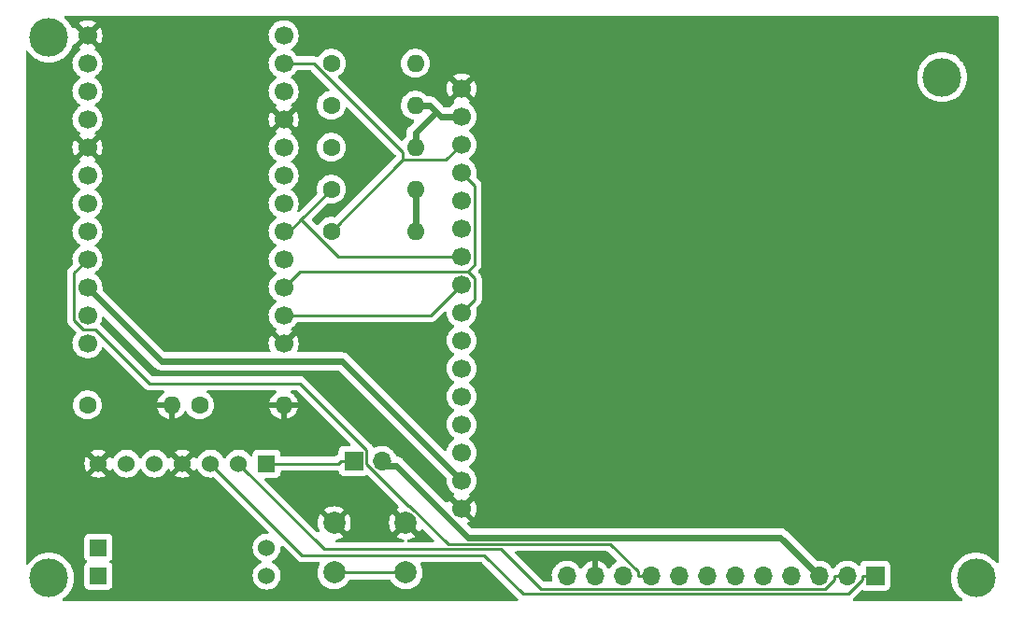
<source format=gtl>
G04 #@! TF.GenerationSoftware,KiCad,Pcbnew,6.0.0-d3dd2cf0fa~116~ubuntu20.04.1*
G04 #@! TF.CreationDate,2022-01-15T15:11:48+09:00*
G04 #@! TF.ProjectId,fg06-c3dev-revb,66673036-2d63-4336-9465-762d72657662,rev?*
G04 #@! TF.SameCoordinates,Original*
G04 #@! TF.FileFunction,Copper,L1,Top*
G04 #@! TF.FilePolarity,Positive*
%FSLAX46Y46*%
G04 Gerber Fmt 4.6, Leading zero omitted, Abs format (unit mm)*
G04 Created by KiCad (PCBNEW 6.0.0-d3dd2cf0fa~116~ubuntu20.04.1) date 2022-01-15 15:11:48*
%MOMM*%
%LPD*%
G01*
G04 APERTURE LIST*
G04 #@! TA.AperFunction,ComponentPad*
%ADD10C,1.600000*%
G04 #@! TD*
G04 #@! TA.AperFunction,ComponentPad*
%ADD11O,1.600000X1.600000*%
G04 #@! TD*
G04 #@! TA.AperFunction,ComponentPad*
%ADD12C,2.000000*%
G04 #@! TD*
G04 #@! TA.AperFunction,ComponentPad*
%ADD13R,1.700000X1.700000*%
G04 #@! TD*
G04 #@! TA.AperFunction,ComponentPad*
%ADD14O,1.700000X1.700000*%
G04 #@! TD*
G04 #@! TA.AperFunction,ComponentPad*
%ADD15C,3.500000*%
G04 #@! TD*
G04 #@! TA.AperFunction,ComponentPad*
%ADD16C,1.700000*%
G04 #@! TD*
G04 #@! TA.AperFunction,ComponentPad*
%ADD17C,1.524000*%
G04 #@! TD*
G04 #@! TA.AperFunction,ComponentPad*
%ADD18R,1.524000X1.524000*%
G04 #@! TD*
G04 #@! TA.AperFunction,ViaPad*
%ADD19C,0.800000*%
G04 #@! TD*
G04 #@! TA.AperFunction,Conductor*
%ADD20C,0.250000*%
G04 #@! TD*
G04 #@! TA.AperFunction,Conductor*
%ADD21C,0.600000*%
G04 #@! TD*
G04 APERTURE END LIST*
D10*
G04 #@! TO.P,R5,1*
G04 #@! TO.N,SCLK*
X68580000Y-51054000D03*
D11*
G04 #@! TO.P,R5,2*
G04 #@! TO.N,Vcc*
X76200000Y-51054000D03*
G04 #@! TD*
D12*
G04 #@! TO.P,SW1,1,1*
G04 #@! TO.N,GND*
X68834000Y-85126000D03*
X75334000Y-85126000D03*
G04 #@! TO.P,SW1,2,2*
G04 #@! TO.N,BOOT_SW*
X68834000Y-89626000D03*
X75334000Y-89626000D03*
G04 #@! TD*
D13*
G04 #@! TO.P,J1,1,Pin_1*
G04 #@! TO.N,GPIO19(D+)*
X117856000Y-89916000D03*
D14*
G04 #@! TO.P,J1,2,Pin_2*
G04 #@! TO.N,GPIO18(D-)*
X115316000Y-89916000D03*
G04 #@! TO.P,J1,3,Pin_3*
G04 #@! TO.N,Vcc_USB_5V*
X112776000Y-89916000D03*
G04 #@! TO.P,J1,4,Pin_4*
G04 #@! TO.N,GND*
X110236000Y-89916000D03*
G04 #@! TO.P,J1,5,Pin_5*
G04 #@! TO.N,GPIO0*
X107696000Y-89916000D03*
G04 #@! TO.P,J1,6,Pin_6*
G04 #@! TO.N,MISO*
X105156000Y-89916000D03*
G04 #@! TO.P,J1,7,Pin_7*
G04 #@! TO.N,MOSI*
X102616000Y-89916000D03*
G04 #@! TO.P,J1,8,Pin_8*
G04 #@! TO.N,SCLK*
X100076000Y-89916000D03*
G04 #@! TO.P,J1,9,Pin_9*
G04 #@! TO.N,GPIO21(TX0)*
X97536000Y-89916000D03*
G04 #@! TO.P,J1,10,Pin_10*
G04 #@! TO.N,GPIO20(RX0)*
X94996000Y-89916000D03*
G04 #@! TO.P,J1,11,Pin_11*
G04 #@! TO.N,GND*
X92456000Y-89916000D03*
G04 #@! TO.P,J1,12,Pin_12*
G04 #@! TO.N,Vcc*
X89916000Y-89916000D03*
G04 #@! TD*
D13*
G04 #@! TO.P,JP1,1*
G04 #@! TO.N,Net-(JP1-Pad1)*
X70607000Y-79502000D03*
D14*
G04 #@! TO.P,JP1,2*
G04 #@! TO.N,Vcc_USB_5V*
X73147000Y-79502000D03*
G04 #@! TD*
D10*
G04 #@! TO.P,R4,1*
G04 #@! TO.N,MISO*
X68580000Y-47244000D03*
D11*
G04 #@! TO.P,R4,2*
G04 #@! TO.N,Vcc*
X76200000Y-47244000D03*
G04 #@! TD*
D15*
G04 #@! TO.P,REF4,1*
G04 #@! TO.N,N/C*
X127000000Y-90090000D03*
G04 #@! TD*
D10*
G04 #@! TO.P,R7,1*
G04 #@! TO.N,SD_CS*
X68580000Y-58674000D03*
D11*
G04 #@! TO.P,R7,2*
G04 #@! TO.N,Vcc*
X76200000Y-58674000D03*
G04 #@! TD*
D10*
G04 #@! TO.P,R6,1*
G04 #@! TO.N,LCD_CS*
X68580000Y-54864000D03*
D11*
G04 #@! TO.P,R6,2*
G04 #@! TO.N,Vcc*
X76200000Y-54864000D03*
G04 #@! TD*
D15*
G04 #@! TO.P,REF2,1*
G04 #@! TO.N,N/C*
X43000000Y-90090000D03*
G04 #@! TD*
G04 #@! TO.P,REF1,1*
G04 #@! TO.N,N/C*
X43000000Y-41090000D03*
G04 #@! TD*
D16*
G04 #@! TO.P,U2,1,GND*
G04 #@! TO.N,GND*
X64262000Y-68834000D03*
G04 #@! TO.P,U2,2,G4*
G04 #@! TO.N,SCLK*
X64262000Y-66294000D03*
G04 #@! TO.P,U2,3,G5*
G04 #@! TO.N,MOSI*
X64262000Y-63754000D03*
G04 #@! TO.P,U2,4,G6*
G04 #@! TO.N,MISO*
X64262000Y-61214000D03*
G04 #@! TO.P,U2,5,G7*
G04 #@! TO.N,LCD_CS*
X64262000Y-58674000D03*
G04 #@! TO.P,U2,6,G8*
G04 #@! TO.N,LCD_RST*
X64262000Y-56134000D03*
G04 #@! TO.P,U2,7,G10*
G04 #@! TO.N,LCD_DC*
X64262000Y-53594000D03*
G04 #@! TO.P,U2,8,5V*
G04 #@! TO.N,unconnected-(U2-Pad8)*
X64262000Y-51054000D03*
G04 #@! TO.P,U2,9,GND*
G04 #@! TO.N,GND*
X64262000Y-48514000D03*
G04 #@! TO.P,U2,10,5V*
G04 #@! TO.N,unconnected-(U2-Pad10)*
X64262000Y-45974000D03*
G04 #@! TO.P,U2,11,G1*
G04 #@! TO.N,SD_CS*
X64262000Y-43434000D03*
G04 #@! TO.P,U2,12,G0*
G04 #@! TO.N,GPIO0*
X64262000Y-40894000D03*
G04 #@! TO.P,U2,13,GND*
G04 #@! TO.N,GND*
X46482000Y-40894000D03*
G04 #@! TO.P,U2,14,5V*
G04 #@! TO.N,Vcc_USB_5V*
X46482000Y-43434000D03*
G04 #@! TO.P,U2,15,G19*
G04 #@! TO.N,GPIO19(D+)*
X46482000Y-45974000D03*
G04 #@! TO.P,U2,16,G18*
G04 #@! TO.N,GPIO18(D-)*
X46482000Y-48514000D03*
G04 #@! TO.P,U2,17,GND*
G04 #@! TO.N,GND*
X46482000Y-51054000D03*
G04 #@! TO.P,U2,18,G9*
G04 #@! TO.N,BOOT_SW*
X46482000Y-53594000D03*
G04 #@! TO.P,U2,19,EN*
G04 #@! TO.N,unconnected-(U2-Pad19)*
X46482000Y-56134000D03*
G04 #@! TO.P,U2,20,G20*
G04 #@! TO.N,GPIO20(RX0)*
X46482000Y-58674000D03*
G04 #@! TO.P,U2,21,G21*
G04 #@! TO.N,GPIO21(TX0)*
X46482000Y-61214000D03*
G04 #@! TO.P,U2,22,3V3*
G04 #@! TO.N,Vcc*
X46482000Y-63754000D03*
G04 #@! TO.P,U2,23,NC(DUMMY)*
G04 #@! TO.N,unconnected-(U2-Pad23)*
X46482000Y-66294000D03*
G04 #@! TO.P,U2,24,NC(DUMMY)*
G04 #@! TO.N,unconnected-(U2-Pad24)*
X46482000Y-68834000D03*
G04 #@! TD*
D15*
G04 #@! TO.P,REF3,1*
G04 #@! TO.N,N/C*
X123930000Y-44690000D03*
G04 #@! TD*
D10*
G04 #@! TO.P,R1,1*
G04 #@! TO.N,Net-(R1-Pad1)*
X46482000Y-74422000D03*
D11*
G04 #@! TO.P,R1,2*
G04 #@! TO.N,GND*
X54102000Y-74422000D03*
G04 #@! TD*
D10*
G04 #@! TO.P,R2,1*
G04 #@! TO.N,Net-(R2-Pad1)*
X56642000Y-74422000D03*
D11*
G04 #@! TO.P,R2,2*
G04 #@! TO.N,GND*
X64262000Y-74422000D03*
G04 #@! TD*
D17*
G04 #@! TO.P,U1,*
G04 #@! TO.N,*
X62718000Y-87364000D03*
X62718000Y-89904000D03*
D18*
X47478000Y-89904000D03*
X47478000Y-87364000D03*
G04 #@! TO.P,U1,1,VBus*
G04 #@! TO.N,Net-(JP1-Pad1)*
X62718000Y-79744000D03*
D17*
G04 #@! TO.P,U1,2,D-*
G04 #@! TO.N,GPIO18(D-)*
X60178000Y-79744000D03*
G04 #@! TO.P,U1,3,D+*
G04 #@! TO.N,GPIO19(D+)*
X57638000Y-79744000D03*
G04 #@! TO.P,U1,4,GND*
G04 #@! TO.N,GND*
X55098000Y-79744000D03*
G04 #@! TO.P,U1,5,CC1*
G04 #@! TO.N,Net-(R2-Pad1)*
X52558000Y-79744000D03*
G04 #@! TO.P,U1,6,CC2*
G04 #@! TO.N,Net-(R1-Pad1)*
X50018000Y-79744000D03*
G04 #@! TO.P,U1,7,GND*
G04 #@! TO.N,GND*
X47478000Y-79744000D03*
G04 #@! TD*
D16*
G04 #@! TO.P,U3,1,LED-*
G04 #@! TO.N,GND*
X80380000Y-45720000D03*
G04 #@! TO.P,U3,2,LED+*
G04 #@! TO.N,Vcc*
X80380000Y-48260000D03*
G04 #@! TO.P,U3,3,SD_CS(SD_CS)*
G04 #@! TO.N,SD_CS*
X80380000Y-50800000D03*
G04 #@! TO.P,U3,4,MOSI(SD_MOSI)*
G04 #@! TO.N,MOSI*
X80380000Y-53340000D03*
G04 #@! TO.P,U3,5,MISO(SD_MISO)*
G04 #@! TO.N,MISO*
X80380000Y-55880000D03*
G04 #@! TO.P,U3,6,SCK(SD_CLOCK)*
G04 #@! TO.N,SCLK*
X80380000Y-58420000D03*
G04 #@! TO.P,U3,7,CS(LCD_CS)*
G04 #@! TO.N,LCD_CS*
X80380000Y-60960000D03*
G04 #@! TO.P,U3,8,SCL(LDC_CLOCK)*
G04 #@! TO.N,SCLK*
X80380000Y-63500000D03*
G04 #@! TO.P,U3,9,SDA(LCD_MOSI)*
G04 #@! TO.N,MOSI*
X80380000Y-66040000D03*
G04 #@! TO.P,U3,10,A0(LCD_DC)*
G04 #@! TO.N,LCD_DC*
X80380000Y-68580000D03*
G04 #@! TO.P,U3,11,RESET(LCD_RST)*
G04 #@! TO.N,LCD_RST*
X80380000Y-71120000D03*
G04 #@! TO.P,U3,12,NC*
G04 #@! TO.N,unconnected-(U3-Pad12)*
X80380000Y-73660000D03*
G04 #@! TO.P,U3,13,NC*
G04 #@! TO.N,unconnected-(U3-Pad13)*
X80380000Y-76200000D03*
G04 #@! TO.P,U3,14,NC*
G04 #@! TO.N,unconnected-(U3-Pad14)*
X80380000Y-78740000D03*
G04 #@! TO.P,U3,15,VCC*
G04 #@! TO.N,Vcc*
X80380000Y-81280000D03*
G04 #@! TO.P,U3,16,GND*
G04 #@! TO.N,GND*
X80380000Y-83820000D03*
G04 #@! TD*
D10*
G04 #@! TO.P,R3,1*
G04 #@! TO.N,MOSI*
X68580000Y-43434000D03*
D11*
G04 #@! TO.P,R3,2*
G04 #@! TO.N,Vcc*
X76200000Y-43434000D03*
G04 #@! TD*
D19*
G04 #@! TO.N,GND*
X92456000Y-83820000D03*
X110236000Y-83820000D03*
G04 #@! TD*
D20*
G04 #@! TO.N,GPIO19(D+)*
X117856000Y-89916000D02*
X116680700Y-89916000D01*
X115404600Y-91559400D02*
X116680700Y-90283300D01*
X116680700Y-90283300D02*
X116680700Y-89916000D01*
X65944800Y-88050800D02*
X82451900Y-88050800D01*
X85960500Y-91559400D02*
X115404600Y-91559400D01*
X82451900Y-88050800D02*
X85960500Y-91559400D01*
X57638000Y-79744000D02*
X65944800Y-88050800D01*
G04 #@! TO.N,GPIO18(D-)*
X113332800Y-91091300D02*
X114140700Y-90283400D01*
X114140700Y-90283400D02*
X114140700Y-89916000D01*
X67935200Y-87501200D02*
X83963800Y-87501200D01*
X115316000Y-89916000D02*
X114140700Y-89916000D01*
X83963800Y-87501200D02*
X87553900Y-91091300D01*
X60178000Y-79744000D02*
X67935200Y-87501200D01*
X87553900Y-91091300D02*
X113332800Y-91091300D01*
D21*
G04 #@! TO.N,Vcc_USB_5V*
X74497300Y-79924000D02*
X73569000Y-79924000D01*
X73569000Y-79924000D02*
X73147000Y-79502000D01*
X109285400Y-86425400D02*
X112776000Y-89916000D01*
X80998700Y-86425400D02*
X109285400Y-86425400D01*
X74497300Y-79924000D02*
X80998700Y-86425400D01*
D20*
G04 #@! TO.N,MOSI*
X80380000Y-53340000D02*
X81555400Y-54515400D01*
X80380000Y-66040000D02*
X81572500Y-64847500D01*
X81572500Y-62946800D02*
X80935400Y-62309700D01*
X65706300Y-62309700D02*
X64262000Y-63754000D01*
X81555400Y-61689700D02*
X80935400Y-62309700D01*
X80935400Y-62309700D02*
X65706300Y-62309700D01*
X81555400Y-54515400D02*
X81555400Y-61689700D01*
X81572500Y-64847500D02*
X81572500Y-62946800D01*
G04 #@! TO.N,SCLK*
X77586000Y-66294000D02*
X64262000Y-66294000D01*
X80380000Y-63500000D02*
X77586000Y-66294000D01*
G04 #@! TO.N,GPIO21(TX0)*
X97536000Y-89916000D02*
X96360700Y-89916000D01*
X46482000Y-61214000D02*
X45280800Y-62415200D01*
X45280800Y-62415200D02*
X45280800Y-66755200D01*
X96360700Y-89548700D02*
X96360700Y-89916000D01*
X93862800Y-87050800D02*
X96360700Y-89548700D01*
X46089600Y-67564000D02*
X47198800Y-67564000D01*
X75521600Y-83548400D02*
X75663700Y-83548400D01*
X65734400Y-72454300D02*
X71782400Y-78502300D01*
X71782400Y-78502300D02*
X71782400Y-79809200D01*
X79166100Y-87050800D02*
X93862800Y-87050800D01*
X71782400Y-79809200D02*
X75521600Y-83548400D01*
X47198800Y-67564000D02*
X52089100Y-72454300D01*
X52089100Y-72454300D02*
X65734400Y-72454300D01*
X75663700Y-83548400D02*
X79166100Y-87050800D01*
X45280800Y-66755200D02*
X46089600Y-67564000D01*
D21*
G04 #@! TO.N,Vcc*
X76200000Y-54864000D02*
X76200000Y-58674000D01*
X76200000Y-47244000D02*
X77500300Y-47244000D01*
X80380000Y-81280000D02*
X69559400Y-70459400D01*
X78105000Y-47848700D02*
X77500300Y-47244000D01*
X78105000Y-47848700D02*
X76200000Y-49753700D01*
X76200000Y-51054000D02*
X76200000Y-49753700D01*
X53187400Y-70459400D02*
X46482000Y-63754000D01*
X78516300Y-48260000D02*
X78105000Y-47848700D01*
X69559400Y-70459400D02*
X53187400Y-70459400D01*
X80380000Y-48260000D02*
X78516300Y-48260000D01*
D20*
G04 #@! TO.N,LCD_CS*
X69215000Y-60960000D02*
X65849500Y-57594500D01*
X65849500Y-57594500D02*
X68580000Y-54864000D01*
X80380000Y-60960000D02*
X69215000Y-60960000D01*
X64770000Y-58674000D02*
X65849500Y-57594500D01*
X64262000Y-58674000D02*
X64770000Y-58674000D01*
G04 #@! TO.N,SD_CS*
X75060800Y-52193200D02*
X68580000Y-58674000D01*
X75060800Y-51505100D02*
X75060800Y-52193300D01*
X64262000Y-43434000D02*
X66989700Y-43434000D01*
X66989700Y-43434000D02*
X75060800Y-51505100D01*
X75060800Y-52193200D02*
X75060800Y-52193300D01*
X78986700Y-52193300D02*
X80380000Y-50800000D01*
X75060800Y-52193300D02*
X78986700Y-52193300D01*
G04 #@! TO.N,BOOT_SW*
X75334000Y-89626000D02*
X68834000Y-89626000D01*
G04 #@! TO.N,Net-(JP1-Pad1)*
X62718000Y-79744000D02*
X69189700Y-79744000D01*
X70607000Y-79502000D02*
X69431700Y-79502000D01*
X69189700Y-79744000D02*
X69431700Y-79502000D01*
G04 #@! TD*
G04 #@! TA.AperFunction,Conductor*
G04 #@! TO.N,GND*
G36*
X128974121Y-39136002D02*
G01*
X129020614Y-39189658D01*
X129032000Y-39242000D01*
X129032000Y-88650544D01*
X129011998Y-88718665D01*
X128958342Y-88765158D01*
X128888068Y-88775262D01*
X128823488Y-88745768D01*
X128801235Y-88720546D01*
X128797926Y-88715593D01*
X128797922Y-88715588D01*
X128795633Y-88712162D01*
X128792919Y-88709068D01*
X128792915Y-88709062D01*
X128603136Y-88492662D01*
X128600427Y-88489573D01*
X128572784Y-88465331D01*
X128380938Y-88297085D01*
X128380932Y-88297081D01*
X128377838Y-88294367D01*
X128374412Y-88292078D01*
X128374407Y-88292074D01*
X128135106Y-88132179D01*
X128131673Y-88129885D01*
X128127974Y-88128061D01*
X128127969Y-88128058D01*
X127880834Y-88006185D01*
X127866145Y-87998941D01*
X127859511Y-87996689D01*
X127589710Y-87905104D01*
X127589706Y-87905103D01*
X127585797Y-87903776D01*
X127581753Y-87902972D01*
X127581747Y-87902970D01*
X127299465Y-87846820D01*
X127299459Y-87846819D01*
X127295426Y-87846017D01*
X127291321Y-87845748D01*
X127291314Y-87845747D01*
X127004119Y-87826924D01*
X127000000Y-87826654D01*
X126995881Y-87826924D01*
X126708686Y-87845747D01*
X126708679Y-87845748D01*
X126704574Y-87846017D01*
X126700541Y-87846819D01*
X126700535Y-87846820D01*
X126418253Y-87902970D01*
X126418247Y-87902972D01*
X126414203Y-87903776D01*
X126410294Y-87905103D01*
X126410290Y-87905104D01*
X126140489Y-87996689D01*
X126133855Y-87998941D01*
X126119166Y-88006185D01*
X125872031Y-88128058D01*
X125872026Y-88128061D01*
X125868327Y-88129885D01*
X125864894Y-88132179D01*
X125625593Y-88292074D01*
X125625588Y-88292078D01*
X125622162Y-88294367D01*
X125619068Y-88297081D01*
X125619062Y-88297085D01*
X125427216Y-88465331D01*
X125399573Y-88489573D01*
X125396864Y-88492662D01*
X125207085Y-88709062D01*
X125207081Y-88709068D01*
X125204367Y-88712162D01*
X125202078Y-88715588D01*
X125202074Y-88715593D01*
X125124765Y-88831295D01*
X125039885Y-88958327D01*
X125038061Y-88962026D01*
X125038058Y-88962031D01*
X124992351Y-89054717D01*
X124908941Y-89223855D01*
X124907616Y-89227760D01*
X124907615Y-89227761D01*
X124826132Y-89467804D01*
X124813776Y-89504203D01*
X124812972Y-89508247D01*
X124812970Y-89508253D01*
X124771924Y-89714606D01*
X124756017Y-89794574D01*
X124755748Y-89798679D01*
X124755747Y-89798686D01*
X124748845Y-89904000D01*
X124736654Y-90090000D01*
X124736924Y-90094119D01*
X124753053Y-90340196D01*
X124756017Y-90385426D01*
X124756819Y-90389459D01*
X124756820Y-90389465D01*
X124786105Y-90536689D01*
X124813776Y-90675797D01*
X124815103Y-90679706D01*
X124815104Y-90679710D01*
X124872969Y-90850176D01*
X124908941Y-90956145D01*
X124948299Y-91035955D01*
X125037391Y-91216615D01*
X125039885Y-91221673D01*
X125042179Y-91225106D01*
X125182906Y-91435719D01*
X125204367Y-91467838D01*
X125207081Y-91470932D01*
X125207085Y-91470938D01*
X125331883Y-91613242D01*
X125399573Y-91690427D01*
X125402662Y-91693136D01*
X125619062Y-91882915D01*
X125619068Y-91882919D01*
X125622162Y-91885633D01*
X125750275Y-91971235D01*
X125795803Y-92025712D01*
X125804651Y-92096155D01*
X125774010Y-92160199D01*
X125713608Y-92197510D01*
X125680273Y-92202000D01*
X115962938Y-92202000D01*
X115894817Y-92181998D01*
X115848324Y-92128342D01*
X115838220Y-92058068D01*
X115865858Y-91995679D01*
X115869898Y-91990796D01*
X115877883Y-91982021D01*
X116618496Y-91241409D01*
X116680808Y-91207384D01*
X116751624Y-91212449D01*
X116757045Y-91214928D01*
X116759295Y-91216615D01*
X116767258Y-91219600D01*
X116767262Y-91219602D01*
X116825433Y-91241409D01*
X116895684Y-91267745D01*
X116957866Y-91274500D01*
X118754134Y-91274500D01*
X118816316Y-91267745D01*
X118952705Y-91216615D01*
X119069261Y-91129261D01*
X119156615Y-91012705D01*
X119207745Y-90876316D01*
X119214500Y-90814134D01*
X119214500Y-89017866D01*
X119207745Y-88955684D01*
X119156615Y-88819295D01*
X119069261Y-88702739D01*
X118952705Y-88615385D01*
X118816316Y-88564255D01*
X118754134Y-88557500D01*
X116957866Y-88557500D01*
X116895684Y-88564255D01*
X116759295Y-88615385D01*
X116642739Y-88702739D01*
X116555385Y-88819295D01*
X116552233Y-88827703D01*
X116510919Y-88937907D01*
X116468277Y-88994671D01*
X116401716Y-89019371D01*
X116332367Y-89004163D01*
X116299743Y-88978476D01*
X116249151Y-88922875D01*
X116249142Y-88922866D01*
X116245670Y-88919051D01*
X116241619Y-88915852D01*
X116241615Y-88915848D01*
X116074414Y-88783800D01*
X116074410Y-88783798D01*
X116070359Y-88780598D01*
X116042390Y-88765158D01*
X115987443Y-88734826D01*
X115874789Y-88672638D01*
X115869920Y-88670914D01*
X115869916Y-88670912D01*
X115669087Y-88599795D01*
X115669083Y-88599794D01*
X115664212Y-88598069D01*
X115659119Y-88597162D01*
X115659116Y-88597161D01*
X115449373Y-88559800D01*
X115449367Y-88559799D01*
X115444284Y-88558894D01*
X115370452Y-88557992D01*
X115226081Y-88556228D01*
X115226079Y-88556228D01*
X115220911Y-88556165D01*
X115000091Y-88589955D01*
X114787756Y-88659357D01*
X114752007Y-88677967D01*
X114598346Y-88757958D01*
X114589607Y-88762507D01*
X114585474Y-88765610D01*
X114585471Y-88765612D01*
X114415100Y-88893530D01*
X114410965Y-88896635D01*
X114376848Y-88932336D01*
X114317280Y-88994671D01*
X114256629Y-89058138D01*
X114149201Y-89215621D01*
X114094293Y-89260621D01*
X114023768Y-89268792D01*
X113960021Y-89237538D01*
X113939324Y-89213054D01*
X113858822Y-89088617D01*
X113858820Y-89088614D01*
X113856014Y-89084277D01*
X113705670Y-88919051D01*
X113701619Y-88915852D01*
X113701615Y-88915848D01*
X113534414Y-88783800D01*
X113534410Y-88783798D01*
X113530359Y-88780598D01*
X113502390Y-88765158D01*
X113447443Y-88734826D01*
X113334789Y-88672638D01*
X113329920Y-88670914D01*
X113329916Y-88670912D01*
X113129087Y-88599795D01*
X113129083Y-88599794D01*
X113124212Y-88598069D01*
X113119119Y-88597162D01*
X113119116Y-88597161D01*
X112909373Y-88559800D01*
X112909367Y-88559799D01*
X112904284Y-88558894D01*
X112833770Y-88558033D01*
X112686082Y-88556228D01*
X112686080Y-88556228D01*
X112680911Y-88556165D01*
X112663488Y-88558831D01*
X112638712Y-88562622D01*
X112568349Y-88553154D01*
X112530559Y-88527167D01*
X109863634Y-85860242D01*
X109862706Y-85859305D01*
X109804557Y-85799925D01*
X109804556Y-85799924D01*
X109799629Y-85794893D01*
X109763179Y-85771402D01*
X109752854Y-85763983D01*
X109718957Y-85736924D01*
X109688762Y-85722327D01*
X109675345Y-85714798D01*
X109647162Y-85696635D01*
X109640545Y-85694227D01*
X109640540Y-85694224D01*
X109606427Y-85681808D01*
X109594684Y-85676847D01*
X109561997Y-85661046D01*
X109561992Y-85661044D01*
X109555651Y-85657979D01*
X109548793Y-85656396D01*
X109548791Y-85656395D01*
X109522974Y-85650435D01*
X109508231Y-85646068D01*
X109476715Y-85634597D01*
X109469725Y-85633714D01*
X109469717Y-85633712D01*
X109433699Y-85629162D01*
X109421147Y-85626926D01*
X109385786Y-85618762D01*
X109385783Y-85618762D01*
X109378915Y-85617176D01*
X109371869Y-85617151D01*
X109371866Y-85617151D01*
X109338344Y-85617034D01*
X109337462Y-85617005D01*
X109336631Y-85616900D01*
X109299981Y-85616900D01*
X109299541Y-85616899D01*
X109201057Y-85616555D01*
X109201052Y-85616555D01*
X109197530Y-85616543D01*
X109196330Y-85616811D01*
X109194693Y-85616900D01*
X81385782Y-85616900D01*
X81317661Y-85596898D01*
X81296687Y-85579995D01*
X80953685Y-85236993D01*
X80919659Y-85174681D01*
X80924724Y-85103866D01*
X80967271Y-85047030D01*
X80987347Y-85034747D01*
X81073098Y-84992738D01*
X81081944Y-84987465D01*
X81129247Y-84953723D01*
X81137648Y-84943023D01*
X81130660Y-84929870D01*
X80021922Y-83821132D01*
X80744408Y-83821132D01*
X80744539Y-83822965D01*
X80748790Y-83829580D01*
X81490474Y-84571264D01*
X81502484Y-84577823D01*
X81514223Y-84568855D01*
X81545004Y-84526019D01*
X81550315Y-84517180D01*
X81644670Y-84326267D01*
X81648469Y-84316672D01*
X81710376Y-84112915D01*
X81712555Y-84102834D01*
X81740590Y-83889887D01*
X81741109Y-83883212D01*
X81742572Y-83823364D01*
X81742378Y-83816646D01*
X81724781Y-83602604D01*
X81723096Y-83592424D01*
X81671214Y-83385875D01*
X81667894Y-83376124D01*
X81582972Y-83180814D01*
X81578105Y-83171739D01*
X81513063Y-83071197D01*
X81502377Y-83061995D01*
X81492812Y-83066398D01*
X80752022Y-83807188D01*
X80744408Y-83821132D01*
X80021922Y-83821132D01*
X79269849Y-83069059D01*
X79258313Y-83062759D01*
X79246031Y-83072382D01*
X79198089Y-83142662D01*
X79193001Y-83151618D01*
X79165970Y-83209852D01*
X79119146Y-83263219D01*
X79050903Y-83282799D01*
X78982907Y-83262375D01*
X78962588Y-83245896D01*
X75075534Y-79358842D01*
X75074606Y-79357905D01*
X75016457Y-79298525D01*
X75016456Y-79298524D01*
X75011529Y-79293493D01*
X74975079Y-79270002D01*
X74964754Y-79262583D01*
X74930857Y-79235524D01*
X74900662Y-79220927D01*
X74887245Y-79213398D01*
X74859062Y-79195235D01*
X74852445Y-79192827D01*
X74852440Y-79192824D01*
X74818327Y-79180408D01*
X74806584Y-79175447D01*
X74773897Y-79159646D01*
X74773892Y-79159644D01*
X74767551Y-79156579D01*
X74760693Y-79154996D01*
X74760691Y-79154995D01*
X74734874Y-79149035D01*
X74720131Y-79144668D01*
X74688615Y-79133197D01*
X74681625Y-79132314D01*
X74681617Y-79132312D01*
X74645599Y-79127762D01*
X74633047Y-79125526D01*
X74597686Y-79117362D01*
X74597683Y-79117362D01*
X74590815Y-79115776D01*
X74583769Y-79115751D01*
X74583766Y-79115751D01*
X74550244Y-79115634D01*
X74549362Y-79115605D01*
X74548531Y-79115500D01*
X74542997Y-79115500D01*
X74542564Y-79115373D01*
X74540650Y-79115253D01*
X74540677Y-79114819D01*
X74474876Y-79095498D01*
X74427448Y-79039743D01*
X74350419Y-78862589D01*
X74350419Y-78862588D01*
X74348354Y-78857840D01*
X74287558Y-78763864D01*
X74229822Y-78674617D01*
X74229820Y-78674614D01*
X74227014Y-78670277D01*
X74076670Y-78505051D01*
X74072619Y-78501852D01*
X74072615Y-78501848D01*
X73905414Y-78369800D01*
X73905410Y-78369798D01*
X73901359Y-78366598D01*
X73705789Y-78258638D01*
X73700920Y-78256914D01*
X73700916Y-78256912D01*
X73500087Y-78185795D01*
X73500083Y-78185794D01*
X73495212Y-78184069D01*
X73490119Y-78183162D01*
X73490116Y-78183161D01*
X73280373Y-78145800D01*
X73280367Y-78145799D01*
X73275284Y-78144894D01*
X73201452Y-78143992D01*
X73057081Y-78142228D01*
X73057079Y-78142228D01*
X73051911Y-78142165D01*
X72831091Y-78175955D01*
X72618756Y-78245357D01*
X72531704Y-78290673D01*
X72462046Y-78304385D01*
X72396031Y-78278260D01*
X72365071Y-78243046D01*
X72358104Y-78231265D01*
X72349408Y-78213513D01*
X72344872Y-78202058D01*
X72341952Y-78194683D01*
X72315963Y-78158912D01*
X72309447Y-78148992D01*
X72307559Y-78145800D01*
X72286942Y-78110938D01*
X72272621Y-78096617D01*
X72259780Y-78081583D01*
X72252531Y-78071606D01*
X72247872Y-78065193D01*
X72213795Y-78037002D01*
X72205016Y-78029012D01*
X66238052Y-72062047D01*
X66230512Y-72053761D01*
X66226400Y-72047282D01*
X66176748Y-72000656D01*
X66173907Y-71997902D01*
X66154170Y-71978165D01*
X66150973Y-71975685D01*
X66141951Y-71967980D01*
X66115500Y-71943141D01*
X66109721Y-71937714D01*
X66102775Y-71933895D01*
X66102772Y-71933893D01*
X66091966Y-71927952D01*
X66075447Y-71917101D01*
X66074983Y-71916741D01*
X66059441Y-71904686D01*
X66052172Y-71901541D01*
X66052168Y-71901538D01*
X66018863Y-71887126D01*
X66008213Y-71881909D01*
X65969460Y-71860605D01*
X65949837Y-71855567D01*
X65931134Y-71849163D01*
X65919820Y-71844267D01*
X65919819Y-71844267D01*
X65912545Y-71841119D01*
X65904722Y-71839880D01*
X65904712Y-71839877D01*
X65868876Y-71834201D01*
X65857256Y-71831795D01*
X65822111Y-71822772D01*
X65822110Y-71822772D01*
X65814430Y-71820800D01*
X65794176Y-71820800D01*
X65774465Y-71819249D01*
X65762286Y-71817320D01*
X65754457Y-71816080D01*
X65746565Y-71816826D01*
X65710439Y-71820241D01*
X65698581Y-71820800D01*
X52403694Y-71820800D01*
X52335573Y-71800798D01*
X52314599Y-71783895D01*
X47702452Y-67171747D01*
X47694912Y-67163461D01*
X47690800Y-67156982D01*
X47676997Y-67144020D01*
X47641031Y-67082807D01*
X47643870Y-67011867D01*
X47651044Y-66996369D01*
X47650453Y-66996077D01*
X47747136Y-66800453D01*
X47747137Y-66800451D01*
X47749430Y-66795811D01*
X47790990Y-66659020D01*
X47812865Y-66587023D01*
X47812865Y-66587021D01*
X47814370Y-66582069D01*
X47819670Y-66541811D01*
X47822007Y-66524064D01*
X47850730Y-66459137D01*
X47909996Y-66420046D01*
X47980987Y-66419201D01*
X48036024Y-66451416D01*
X52609119Y-71024510D01*
X52610047Y-71025447D01*
X52673171Y-71089907D01*
X52679091Y-71093722D01*
X52679097Y-71093727D01*
X52709614Y-71113394D01*
X52719959Y-71120827D01*
X52753843Y-71147876D01*
X52760182Y-71150940D01*
X52760183Y-71150941D01*
X52784037Y-71162472D01*
X52797454Y-71170001D01*
X52825638Y-71188165D01*
X52832255Y-71190573D01*
X52832260Y-71190576D01*
X52866373Y-71202992D01*
X52878116Y-71207953D01*
X52910800Y-71223753D01*
X52910809Y-71223756D01*
X52917149Y-71226821D01*
X52924014Y-71228406D01*
X52949828Y-71234366D01*
X52964568Y-71238732D01*
X52996085Y-71250203D01*
X53003070Y-71251085D01*
X53003077Y-71251087D01*
X53039092Y-71255637D01*
X53051643Y-71257872D01*
X53093885Y-71267625D01*
X53100929Y-71267650D01*
X53100933Y-71267650D01*
X53134474Y-71267767D01*
X53135343Y-71267796D01*
X53136169Y-71267900D01*
X53172533Y-71267900D01*
X53172973Y-71267901D01*
X53271736Y-71268246D01*
X53271742Y-71268246D01*
X53275270Y-71268258D01*
X53276473Y-71267989D01*
X53278117Y-71267900D01*
X69172318Y-71267900D01*
X69240439Y-71287902D01*
X69261413Y-71304805D01*
X78992622Y-81036014D01*
X79026648Y-81098326D01*
X79028814Y-81138495D01*
X79017251Y-81246695D01*
X79017548Y-81251848D01*
X79017548Y-81251851D01*
X79023011Y-81346590D01*
X79030110Y-81469715D01*
X79031247Y-81474761D01*
X79031248Y-81474767D01*
X79051119Y-81562939D01*
X79079222Y-81687639D01*
X79163266Y-81894616D01*
X79279987Y-82085088D01*
X79426250Y-82253938D01*
X79598126Y-82396632D01*
X79671955Y-82439774D01*
X79720679Y-82491412D01*
X79733750Y-82561195D01*
X79707019Y-82626967D01*
X79666562Y-82660327D01*
X79658460Y-82664544D01*
X79649734Y-82670039D01*
X79629677Y-82685099D01*
X79621223Y-82696427D01*
X79627968Y-82708758D01*
X80367188Y-83447978D01*
X80381132Y-83455592D01*
X80382965Y-83455461D01*
X80389580Y-83451210D01*
X81133389Y-82707401D01*
X81140410Y-82694544D01*
X81133611Y-82685213D01*
X81129559Y-82682521D01*
X81092602Y-82662120D01*
X81042631Y-82611687D01*
X81027859Y-82542245D01*
X81052975Y-82475839D01*
X81080327Y-82449232D01*
X81103797Y-82432491D01*
X81259860Y-82321173D01*
X81418096Y-82163489D01*
X81477594Y-82080689D01*
X81545435Y-81986277D01*
X81548453Y-81982077D01*
X81647430Y-81781811D01*
X81712370Y-81568069D01*
X81741529Y-81346590D01*
X81743156Y-81280000D01*
X81724852Y-81057361D01*
X81670431Y-80840702D01*
X81581354Y-80635840D01*
X81528496Y-80554134D01*
X81462822Y-80452617D01*
X81462820Y-80452614D01*
X81460014Y-80448277D01*
X81309670Y-80283051D01*
X81305619Y-80279852D01*
X81305615Y-80279848D01*
X81138414Y-80147800D01*
X81138410Y-80147798D01*
X81134359Y-80144598D01*
X81093053Y-80121796D01*
X81043084Y-80071364D01*
X81028312Y-80001921D01*
X81053428Y-79935516D01*
X81080780Y-79908909D01*
X81226193Y-79805187D01*
X81259860Y-79781173D01*
X81418096Y-79623489D01*
X81548453Y-79442077D01*
X81614815Y-79307804D01*
X81645136Y-79246453D01*
X81645137Y-79246451D01*
X81647430Y-79241811D01*
X81685241Y-79117362D01*
X81710865Y-79033023D01*
X81710865Y-79033021D01*
X81712370Y-79028069D01*
X81741529Y-78806590D01*
X81743156Y-78740000D01*
X81724852Y-78517361D01*
X81670431Y-78300702D01*
X81581354Y-78095840D01*
X81513347Y-77990717D01*
X81462822Y-77912617D01*
X81462820Y-77912614D01*
X81460014Y-77908277D01*
X81309670Y-77743051D01*
X81305619Y-77739852D01*
X81305615Y-77739848D01*
X81138414Y-77607800D01*
X81138410Y-77607798D01*
X81134359Y-77604598D01*
X81093053Y-77581796D01*
X81043084Y-77531364D01*
X81028312Y-77461921D01*
X81053428Y-77395516D01*
X81080780Y-77368909D01*
X81124603Y-77337650D01*
X81259860Y-77241173D01*
X81418096Y-77083489D01*
X81477594Y-77000689D01*
X81545435Y-76906277D01*
X81548453Y-76902077D01*
X81647430Y-76701811D01*
X81712370Y-76488069D01*
X81741529Y-76266590D01*
X81743156Y-76200000D01*
X81724852Y-75977361D01*
X81670431Y-75760702D01*
X81581354Y-75555840D01*
X81496258Y-75424301D01*
X81462822Y-75372617D01*
X81462820Y-75372614D01*
X81460014Y-75368277D01*
X81309670Y-75203051D01*
X81305619Y-75199852D01*
X81305615Y-75199848D01*
X81138414Y-75067800D01*
X81138410Y-75067798D01*
X81134359Y-75064598D01*
X81093053Y-75041796D01*
X81043084Y-74991364D01*
X81028312Y-74921921D01*
X81053428Y-74855516D01*
X81080780Y-74828909D01*
X81124603Y-74797650D01*
X81259860Y-74701173D01*
X81272556Y-74688522D01*
X81414435Y-74547137D01*
X81418096Y-74543489D01*
X81477594Y-74460689D01*
X81545435Y-74366277D01*
X81548453Y-74362077D01*
X81607968Y-74241658D01*
X81645136Y-74166453D01*
X81645137Y-74166451D01*
X81647430Y-74161811D01*
X81712370Y-73948069D01*
X81741529Y-73726590D01*
X81743156Y-73660000D01*
X81724852Y-73437361D01*
X81670431Y-73220702D01*
X81581354Y-73015840D01*
X81530060Y-72936551D01*
X81462822Y-72832617D01*
X81462820Y-72832614D01*
X81460014Y-72828277D01*
X81309670Y-72663051D01*
X81305619Y-72659852D01*
X81305615Y-72659848D01*
X81138414Y-72527800D01*
X81138410Y-72527798D01*
X81134359Y-72524598D01*
X81093053Y-72501796D01*
X81043084Y-72451364D01*
X81028312Y-72381921D01*
X81053428Y-72315516D01*
X81080780Y-72288909D01*
X81124603Y-72257650D01*
X81259860Y-72161173D01*
X81418096Y-72003489D01*
X81477594Y-71920689D01*
X81545435Y-71826277D01*
X81548453Y-71822077D01*
X81647430Y-71621811D01*
X81712370Y-71408069D01*
X81741529Y-71186590D01*
X81743156Y-71120000D01*
X81724852Y-70897361D01*
X81670431Y-70680702D01*
X81581354Y-70475840D01*
X81460014Y-70288277D01*
X81309670Y-70123051D01*
X81305619Y-70119852D01*
X81305615Y-70119848D01*
X81138414Y-69987800D01*
X81138410Y-69987798D01*
X81134359Y-69984598D01*
X81093053Y-69961796D01*
X81043084Y-69911364D01*
X81028312Y-69841921D01*
X81053428Y-69775516D01*
X81080780Y-69748909D01*
X81134141Y-69710847D01*
X81259860Y-69621173D01*
X81418096Y-69463489D01*
X81421277Y-69459063D01*
X81545435Y-69286277D01*
X81548453Y-69282077D01*
X81566148Y-69246275D01*
X81645136Y-69086453D01*
X81645137Y-69086451D01*
X81647430Y-69081811D01*
X81712370Y-68868069D01*
X81741529Y-68646590D01*
X81742262Y-68616604D01*
X81743074Y-68583365D01*
X81743074Y-68583361D01*
X81743156Y-68580000D01*
X81724852Y-68357361D01*
X81670431Y-68140702D01*
X81581354Y-67935840D01*
X81541906Y-67874862D01*
X81462822Y-67752617D01*
X81462820Y-67752614D01*
X81460014Y-67748277D01*
X81309670Y-67583051D01*
X81305619Y-67579852D01*
X81305615Y-67579848D01*
X81138414Y-67447800D01*
X81138410Y-67447798D01*
X81134359Y-67444598D01*
X81093053Y-67421796D01*
X81043084Y-67371364D01*
X81028312Y-67301921D01*
X81053428Y-67235516D01*
X81080780Y-67208909D01*
X81148110Y-67160883D01*
X81259860Y-67081173D01*
X81306433Y-67034763D01*
X81414435Y-66927137D01*
X81418096Y-66923489D01*
X81423294Y-66916256D01*
X81545435Y-66746277D01*
X81548453Y-66742077D01*
X81558956Y-66720827D01*
X81645136Y-66546453D01*
X81645137Y-66546451D01*
X81647430Y-66541811D01*
X81712370Y-66328069D01*
X81741529Y-66106590D01*
X81742845Y-66052727D01*
X81743074Y-66043365D01*
X81743074Y-66043361D01*
X81743156Y-66040000D01*
X81724852Y-65817361D01*
X81696821Y-65705765D01*
X81699625Y-65634823D01*
X81729930Y-65585974D01*
X81964747Y-65351157D01*
X81973037Y-65343613D01*
X81979518Y-65339500D01*
X82026159Y-65289832D01*
X82028913Y-65286991D01*
X82048635Y-65267269D01*
X82051112Y-65264076D01*
X82058817Y-65255055D01*
X82083659Y-65228600D01*
X82089086Y-65222821D01*
X82092907Y-65215871D01*
X82098846Y-65205068D01*
X82109702Y-65188541D01*
X82117257Y-65178802D01*
X82117258Y-65178800D01*
X82122114Y-65172540D01*
X82139674Y-65131960D01*
X82144891Y-65121312D01*
X82162375Y-65089509D01*
X82162376Y-65089507D01*
X82166195Y-65082560D01*
X82171233Y-65062937D01*
X82177637Y-65044234D01*
X82182533Y-65032920D01*
X82182533Y-65032919D01*
X82185681Y-65025645D01*
X82186920Y-65017822D01*
X82186923Y-65017812D01*
X82192599Y-64981976D01*
X82195005Y-64970356D01*
X82204028Y-64935211D01*
X82204028Y-64935210D01*
X82206000Y-64927530D01*
X82206000Y-64907276D01*
X82207551Y-64887565D01*
X82209480Y-64875386D01*
X82210720Y-64867557D01*
X82206559Y-64823538D01*
X82206000Y-64811681D01*
X82206000Y-63025563D01*
X82206527Y-63014379D01*
X82208201Y-63006891D01*
X82206062Y-62938832D01*
X82206000Y-62934875D01*
X82206000Y-62906944D01*
X82205494Y-62902938D01*
X82204561Y-62891092D01*
X82203422Y-62854837D01*
X82203173Y-62846910D01*
X82197522Y-62827458D01*
X82193514Y-62808106D01*
X82191968Y-62795868D01*
X82191967Y-62795866D01*
X82190974Y-62788003D01*
X82174694Y-62746886D01*
X82170859Y-62735685D01*
X82158518Y-62693206D01*
X82154485Y-62686387D01*
X82154483Y-62686382D01*
X82148207Y-62675771D01*
X82139510Y-62658021D01*
X82132052Y-62639183D01*
X82119423Y-62621800D01*
X82106072Y-62603425D01*
X82099553Y-62593501D01*
X82081078Y-62562260D01*
X82081074Y-62562255D01*
X82077042Y-62555437D01*
X82062718Y-62541113D01*
X82049876Y-62526078D01*
X82037972Y-62509693D01*
X82003906Y-62481511D01*
X81995127Y-62473522D01*
X81920400Y-62398795D01*
X81886374Y-62336483D01*
X81891439Y-62265668D01*
X81920400Y-62220605D01*
X81947653Y-62193352D01*
X81955938Y-62185812D01*
X81962418Y-62181700D01*
X82009059Y-62132032D01*
X82011813Y-62129191D01*
X82031534Y-62109470D01*
X82034012Y-62106275D01*
X82041718Y-62097253D01*
X82066558Y-62070801D01*
X82071986Y-62065021D01*
X82081746Y-62047268D01*
X82092599Y-62030745D01*
X82100153Y-62021006D01*
X82105013Y-62014741D01*
X82122576Y-61974157D01*
X82127783Y-61963527D01*
X82149095Y-61924760D01*
X82151066Y-61917083D01*
X82151068Y-61917078D01*
X82154132Y-61905142D01*
X82160538Y-61886430D01*
X82165434Y-61875117D01*
X82168581Y-61867845D01*
X82174795Y-61828616D01*
X82175497Y-61824181D01*
X82177904Y-61812560D01*
X82186928Y-61777411D01*
X82186928Y-61777410D01*
X82188900Y-61769730D01*
X82188900Y-61749469D01*
X82190451Y-61729758D01*
X82192379Y-61717585D01*
X82193619Y-61709757D01*
X82189459Y-61665746D01*
X82188900Y-61653889D01*
X82188900Y-54594168D01*
X82189427Y-54582985D01*
X82191102Y-54575492D01*
X82188962Y-54507401D01*
X82188900Y-54503444D01*
X82188900Y-54475544D01*
X82188396Y-54471553D01*
X82187463Y-54459711D01*
X82187449Y-54459242D01*
X82186074Y-54415511D01*
X82183861Y-54407893D01*
X82180421Y-54396052D01*
X82176412Y-54376693D01*
X82176246Y-54375383D01*
X82173874Y-54356603D01*
X82170958Y-54349237D01*
X82170956Y-54349231D01*
X82157600Y-54315498D01*
X82153755Y-54304268D01*
X82143630Y-54269417D01*
X82143630Y-54269416D01*
X82141419Y-54261807D01*
X82131105Y-54244366D01*
X82122408Y-54226613D01*
X82117872Y-54215158D01*
X82114952Y-54207783D01*
X82088963Y-54172012D01*
X82082447Y-54162092D01*
X82059942Y-54124038D01*
X82045621Y-54109717D01*
X82032780Y-54094683D01*
X82025531Y-54084706D01*
X82020872Y-54078293D01*
X82014768Y-54073243D01*
X82014763Y-54073238D01*
X81986802Y-54050107D01*
X81978022Y-54042117D01*
X81731218Y-53795313D01*
X81697192Y-53733001D01*
X81699755Y-53669589D01*
X81710865Y-53633022D01*
X81712370Y-53628069D01*
X81741529Y-53406590D01*
X81742390Y-53371361D01*
X81743074Y-53343365D01*
X81743074Y-53343361D01*
X81743156Y-53340000D01*
X81724852Y-53117361D01*
X81670431Y-52900702D01*
X81581354Y-52695840D01*
X81460014Y-52508277D01*
X81309670Y-52343051D01*
X81305619Y-52339852D01*
X81305615Y-52339848D01*
X81138414Y-52207800D01*
X81138410Y-52207798D01*
X81134359Y-52204598D01*
X81093053Y-52181796D01*
X81043084Y-52131364D01*
X81028312Y-52061921D01*
X81053428Y-51995516D01*
X81080780Y-51968909D01*
X81179770Y-51898300D01*
X81259860Y-51841173D01*
X81418096Y-51683489D01*
X81432386Y-51663603D01*
X81545435Y-51506277D01*
X81548453Y-51502077D01*
X81566148Y-51466275D01*
X81645136Y-51306453D01*
X81645137Y-51306451D01*
X81647430Y-51301811D01*
X81712370Y-51088069D01*
X81741529Y-50866590D01*
X81742390Y-50831361D01*
X81743074Y-50803365D01*
X81743074Y-50803361D01*
X81743156Y-50800000D01*
X81724852Y-50577361D01*
X81670431Y-50360702D01*
X81581354Y-50155840D01*
X81511461Y-50047802D01*
X81462822Y-49972617D01*
X81462820Y-49972614D01*
X81460014Y-49968277D01*
X81309670Y-49803051D01*
X81305619Y-49799852D01*
X81305615Y-49799848D01*
X81138414Y-49667800D01*
X81138410Y-49667798D01*
X81134359Y-49664598D01*
X81093053Y-49641796D01*
X81043084Y-49591364D01*
X81028312Y-49521921D01*
X81053428Y-49455516D01*
X81080780Y-49428909D01*
X81140914Y-49386016D01*
X81259860Y-49301173D01*
X81285217Y-49275905D01*
X81414435Y-49147137D01*
X81418096Y-49143489D01*
X81432386Y-49123603D01*
X81545435Y-48966277D01*
X81548453Y-48962077D01*
X81566148Y-48926275D01*
X81645136Y-48766453D01*
X81645137Y-48766451D01*
X81647430Y-48761811D01*
X81712370Y-48548069D01*
X81741529Y-48326590D01*
X81742390Y-48291361D01*
X81743074Y-48263365D01*
X81743074Y-48263361D01*
X81743156Y-48260000D01*
X81724852Y-48037361D01*
X81670431Y-47820702D01*
X81581354Y-47615840D01*
X81492921Y-47479143D01*
X81462822Y-47432617D01*
X81462820Y-47432614D01*
X81460014Y-47428277D01*
X81309670Y-47263051D01*
X81305619Y-47259852D01*
X81305615Y-47259848D01*
X81138414Y-47127800D01*
X81138410Y-47127798D01*
X81134359Y-47124598D01*
X81092569Y-47101529D01*
X81042598Y-47051097D01*
X81027826Y-46981654D01*
X81052942Y-46915248D01*
X81080293Y-46888642D01*
X81129247Y-46853723D01*
X81137648Y-46843023D01*
X81130660Y-46829870D01*
X80392812Y-46092022D01*
X80378868Y-46084408D01*
X80377035Y-46084539D01*
X80370420Y-46088790D01*
X79626737Y-46832473D01*
X79619977Y-46844853D01*
X79625258Y-46851907D01*
X79671969Y-46879203D01*
X79720693Y-46930841D01*
X79733764Y-47000624D01*
X79707033Y-47066396D01*
X79666584Y-47099752D01*
X79653607Y-47106507D01*
X79649474Y-47109610D01*
X79649471Y-47109612D01*
X79479100Y-47237530D01*
X79474965Y-47240635D01*
X79320629Y-47402138D01*
X79318632Y-47405065D01*
X79260603Y-47445148D01*
X79221102Y-47451500D01*
X78903382Y-47451500D01*
X78835261Y-47431498D01*
X78814287Y-47414595D01*
X78716227Y-47316535D01*
X78706304Y-47305359D01*
X78688675Y-47282956D01*
X78688674Y-47282955D01*
X78684316Y-47277417D01*
X78678843Y-47272985D01*
X78678836Y-47272978D01*
X78651554Y-47250886D01*
X78641753Y-47242061D01*
X78078534Y-46678842D01*
X78077606Y-46677905D01*
X78019457Y-46618525D01*
X78019456Y-46618524D01*
X78014529Y-46613493D01*
X77978079Y-46590002D01*
X77967754Y-46582583D01*
X77933857Y-46555524D01*
X77903662Y-46540927D01*
X77890245Y-46533398D01*
X77862062Y-46515235D01*
X77855445Y-46512827D01*
X77855440Y-46512824D01*
X77821327Y-46500408D01*
X77809584Y-46495447D01*
X77776897Y-46479646D01*
X77776892Y-46479644D01*
X77770551Y-46476579D01*
X77763693Y-46474996D01*
X77763691Y-46474995D01*
X77737874Y-46469035D01*
X77723131Y-46464668D01*
X77691615Y-46453197D01*
X77684625Y-46452314D01*
X77684617Y-46452312D01*
X77648599Y-46447762D01*
X77636047Y-46445526D01*
X77600686Y-46437362D01*
X77600683Y-46437362D01*
X77593815Y-46435776D01*
X77586769Y-46435751D01*
X77586766Y-46435751D01*
X77553244Y-46435634D01*
X77552362Y-46435605D01*
X77551531Y-46435500D01*
X77514881Y-46435500D01*
X77514441Y-46435499D01*
X77415957Y-46435155D01*
X77415952Y-46435155D01*
X77412430Y-46435143D01*
X77411230Y-46435411D01*
X77409593Y-46435500D01*
X77294188Y-46435500D01*
X77226067Y-46415498D01*
X77205093Y-46398595D01*
X77044300Y-46237802D01*
X77039792Y-46234645D01*
X77039789Y-46234643D01*
X76893592Y-46132275D01*
X76856749Y-46106477D01*
X76851767Y-46104154D01*
X76851762Y-46104151D01*
X76654225Y-46012039D01*
X76654224Y-46012039D01*
X76649243Y-46009716D01*
X76643935Y-46008294D01*
X76643933Y-46008293D01*
X76433402Y-45951881D01*
X76433400Y-45951881D01*
X76428087Y-45950457D01*
X76200000Y-45930502D01*
X75971913Y-45950457D01*
X75966600Y-45951881D01*
X75966598Y-45951881D01*
X75756067Y-46008293D01*
X75756065Y-46008294D01*
X75750757Y-46009716D01*
X75745776Y-46012039D01*
X75745775Y-46012039D01*
X75548238Y-46104151D01*
X75548233Y-46104154D01*
X75543251Y-46106477D01*
X75506408Y-46132275D01*
X75360211Y-46234643D01*
X75360208Y-46234645D01*
X75355700Y-46237802D01*
X75193802Y-46399700D01*
X75190645Y-46404208D01*
X75190643Y-46404211D01*
X75156343Y-46453197D01*
X75062477Y-46587251D01*
X75060154Y-46592233D01*
X75060151Y-46592238D01*
X74972954Y-46779235D01*
X74965716Y-46794757D01*
X74964294Y-46800065D01*
X74964293Y-46800067D01*
X74925718Y-46944031D01*
X74906457Y-47015913D01*
X74886502Y-47244000D01*
X74906457Y-47472087D01*
X74907881Y-47477400D01*
X74907881Y-47477402D01*
X74963941Y-47686617D01*
X74965716Y-47693243D01*
X74968039Y-47698224D01*
X74968039Y-47698225D01*
X75060151Y-47895762D01*
X75060154Y-47895767D01*
X75062477Y-47900749D01*
X75065634Y-47905257D01*
X75187903Y-48079875D01*
X75193802Y-48088300D01*
X75355700Y-48250198D01*
X75360208Y-48253355D01*
X75360211Y-48253357D01*
X75407319Y-48286342D01*
X75543251Y-48381523D01*
X75548233Y-48383846D01*
X75548238Y-48383849D01*
X75744945Y-48475574D01*
X75750757Y-48478284D01*
X75756065Y-48479706D01*
X75756067Y-48479707D01*
X75966598Y-48536119D01*
X75966600Y-48536119D01*
X75971913Y-48537543D01*
X75977397Y-48538023D01*
X75977398Y-48538023D01*
X75979374Y-48538196D01*
X75980192Y-48538516D01*
X75982812Y-48538978D01*
X75982719Y-48539504D01*
X76045494Y-48564054D01*
X76087137Y-48621555D01*
X76091083Y-48692441D01*
X76057496Y-48752812D01*
X75634842Y-49175466D01*
X75633905Y-49176394D01*
X75589357Y-49220019D01*
X75569493Y-49239471D01*
X75546002Y-49275921D01*
X75538583Y-49286246D01*
X75511524Y-49320143D01*
X75508459Y-49326484D01*
X75508458Y-49326485D01*
X75496928Y-49350337D01*
X75489399Y-49363754D01*
X75471235Y-49391938D01*
X75468827Y-49398555D01*
X75468824Y-49398560D01*
X75456408Y-49432673D01*
X75451447Y-49444416D01*
X75435646Y-49477103D01*
X75435644Y-49477108D01*
X75432579Y-49483449D01*
X75430996Y-49490307D01*
X75430995Y-49490309D01*
X75425035Y-49516126D01*
X75420668Y-49530869D01*
X75409197Y-49562385D01*
X75408314Y-49569375D01*
X75408312Y-49569383D01*
X75403762Y-49605401D01*
X75401526Y-49617953D01*
X75397124Y-49637023D01*
X75391776Y-49660185D01*
X75391751Y-49667231D01*
X75391751Y-49667234D01*
X75391634Y-49700756D01*
X75391605Y-49701638D01*
X75391500Y-49702469D01*
X75391500Y-49739119D01*
X75391499Y-49739559D01*
X75391208Y-49823030D01*
X75391143Y-49841570D01*
X75391411Y-49842770D01*
X75391500Y-49844407D01*
X75391500Y-49959812D01*
X75371498Y-50027933D01*
X75354595Y-50048907D01*
X75193802Y-50209700D01*
X75190645Y-50214208D01*
X75190643Y-50214211D01*
X75088069Y-50360702D01*
X75062477Y-50397251D01*
X75061046Y-50396249D01*
X75015379Y-50439809D01*
X74945668Y-50453259D01*
X74879752Y-50426884D01*
X74868526Y-50416922D01*
X70143468Y-45691863D01*
X79018050Y-45691863D01*
X79030309Y-45904477D01*
X79031745Y-45914697D01*
X79078565Y-46122446D01*
X79081645Y-46132275D01*
X79161770Y-46329603D01*
X79166413Y-46338794D01*
X79246460Y-46469420D01*
X79256916Y-46478880D01*
X79265694Y-46475096D01*
X80007978Y-45732812D01*
X80014356Y-45721132D01*
X80744408Y-45721132D01*
X80744539Y-45722965D01*
X80748790Y-45729580D01*
X81490474Y-46471264D01*
X81502484Y-46477823D01*
X81514223Y-46468855D01*
X81545004Y-46426019D01*
X81550315Y-46417180D01*
X81644670Y-46226267D01*
X81648469Y-46216672D01*
X81710376Y-46012915D01*
X81712555Y-46002834D01*
X81740590Y-45789887D01*
X81741109Y-45783212D01*
X81742572Y-45723364D01*
X81742378Y-45716646D01*
X81724781Y-45502604D01*
X81723096Y-45492424D01*
X81671214Y-45285875D01*
X81667894Y-45276124D01*
X81582972Y-45080814D01*
X81578105Y-45071739D01*
X81513063Y-44971197D01*
X81502377Y-44961995D01*
X81492812Y-44966398D01*
X80752022Y-45707188D01*
X80744408Y-45721132D01*
X80014356Y-45721132D01*
X80015592Y-45718868D01*
X80015461Y-45717035D01*
X80011210Y-45710420D01*
X79269849Y-44969059D01*
X79258313Y-44962759D01*
X79246031Y-44972382D01*
X79198089Y-45042662D01*
X79193004Y-45051613D01*
X79103338Y-45244783D01*
X79099775Y-45254470D01*
X79042864Y-45459681D01*
X79040933Y-45469800D01*
X79018302Y-45681574D01*
X79018050Y-45691863D01*
X70143468Y-45691863D01*
X69217079Y-44765474D01*
X69183053Y-44703162D01*
X69188118Y-44632347D01*
X69230665Y-44575511D01*
X69236618Y-44571584D01*
X69236749Y-44571523D01*
X69392861Y-44462212D01*
X69419789Y-44443357D01*
X69419792Y-44443355D01*
X69424300Y-44440198D01*
X69586198Y-44278300D01*
X69610923Y-44242990D01*
X69689032Y-44131438D01*
X69717523Y-44090749D01*
X69719846Y-44085767D01*
X69719849Y-44085762D01*
X69811961Y-43888225D01*
X69811961Y-43888224D01*
X69814284Y-43883243D01*
X69824150Y-43846425D01*
X69872119Y-43667402D01*
X69872119Y-43667400D01*
X69873543Y-43662087D01*
X69893498Y-43434000D01*
X74886502Y-43434000D01*
X74906457Y-43662087D01*
X74907881Y-43667400D01*
X74907881Y-43667402D01*
X74955851Y-43846425D01*
X74965716Y-43883243D01*
X74968039Y-43888224D01*
X74968039Y-43888225D01*
X75060151Y-44085762D01*
X75060154Y-44085767D01*
X75062477Y-44090749D01*
X75090968Y-44131438D01*
X75169078Y-44242990D01*
X75193802Y-44278300D01*
X75355700Y-44440198D01*
X75360208Y-44443355D01*
X75360211Y-44443357D01*
X75387139Y-44462212D01*
X75543251Y-44571523D01*
X75548233Y-44573846D01*
X75548238Y-44573849D01*
X75701068Y-44645114D01*
X75750757Y-44668284D01*
X75756065Y-44669706D01*
X75756067Y-44669707D01*
X75966598Y-44726119D01*
X75966600Y-44726119D01*
X75971913Y-44727543D01*
X76200000Y-44747498D01*
X76428087Y-44727543D01*
X76433400Y-44726119D01*
X76433402Y-44726119D01*
X76643933Y-44669707D01*
X76643935Y-44669706D01*
X76649243Y-44668284D01*
X76698932Y-44645114D01*
X76803343Y-44596427D01*
X79621223Y-44596427D01*
X79627968Y-44608758D01*
X80367188Y-45347978D01*
X80381132Y-45355592D01*
X80382965Y-45355461D01*
X80389580Y-45351210D01*
X81050790Y-44690000D01*
X121666654Y-44690000D01*
X121667517Y-44703162D01*
X121684770Y-44966398D01*
X121686017Y-44985426D01*
X121686819Y-44989459D01*
X121686820Y-44989465D01*
X121742970Y-45271747D01*
X121743776Y-45275797D01*
X121745103Y-45279706D01*
X121745104Y-45279710D01*
X121820766Y-45502604D01*
X121838941Y-45556145D01*
X121840765Y-45559843D01*
X121961100Y-45803858D01*
X121969885Y-45821673D01*
X121972179Y-45825106D01*
X122118378Y-46043908D01*
X122134367Y-46067838D01*
X122137081Y-46070932D01*
X122137085Y-46070938D01*
X122300205Y-46256939D01*
X122329573Y-46290427D01*
X122332662Y-46293136D01*
X122549062Y-46482915D01*
X122549068Y-46482919D01*
X122552162Y-46485633D01*
X122555588Y-46487922D01*
X122555593Y-46487926D01*
X122699123Y-46583829D01*
X122798327Y-46650115D01*
X122802026Y-46651939D01*
X122802031Y-46651942D01*
X122859489Y-46680277D01*
X123063855Y-46781059D01*
X123067760Y-46782384D01*
X123067761Y-46782385D01*
X123340290Y-46874896D01*
X123340294Y-46874897D01*
X123344203Y-46876224D01*
X123348247Y-46877028D01*
X123348253Y-46877030D01*
X123630535Y-46933180D01*
X123630541Y-46933181D01*
X123634574Y-46933983D01*
X123638679Y-46934252D01*
X123638686Y-46934253D01*
X123925881Y-46953076D01*
X123930000Y-46953346D01*
X123934119Y-46953076D01*
X124221314Y-46934253D01*
X124221321Y-46934252D01*
X124225426Y-46933983D01*
X124229459Y-46933181D01*
X124229465Y-46933180D01*
X124511747Y-46877030D01*
X124511753Y-46877028D01*
X124515797Y-46876224D01*
X124519706Y-46874897D01*
X124519710Y-46874896D01*
X124792239Y-46782385D01*
X124792240Y-46782384D01*
X124796145Y-46781059D01*
X125000511Y-46680277D01*
X125057969Y-46651942D01*
X125057974Y-46651939D01*
X125061673Y-46650115D01*
X125160877Y-46583829D01*
X125304407Y-46487926D01*
X125304412Y-46487922D01*
X125307838Y-46485633D01*
X125310932Y-46482919D01*
X125310938Y-46482915D01*
X125527338Y-46293136D01*
X125530427Y-46290427D01*
X125559795Y-46256939D01*
X125722915Y-46070938D01*
X125722919Y-46070932D01*
X125725633Y-46067838D01*
X125741623Y-46043908D01*
X125887821Y-45825106D01*
X125890115Y-45821673D01*
X125898901Y-45803858D01*
X126019235Y-45559843D01*
X126021059Y-45556145D01*
X126039234Y-45502604D01*
X126114896Y-45279710D01*
X126114897Y-45279706D01*
X126116224Y-45275797D01*
X126117030Y-45271747D01*
X126173180Y-44989465D01*
X126173181Y-44989459D01*
X126173983Y-44985426D01*
X126175231Y-44966398D01*
X126192483Y-44703162D01*
X126193346Y-44690000D01*
X126186471Y-44585099D01*
X126174253Y-44398686D01*
X126174252Y-44398679D01*
X126173983Y-44394574D01*
X126167962Y-44364301D01*
X126117030Y-44108253D01*
X126117028Y-44108247D01*
X126116224Y-44104203D01*
X126113188Y-44095257D01*
X126022385Y-43827761D01*
X126022384Y-43827760D01*
X126021059Y-43823855D01*
X125890115Y-43558327D01*
X125809291Y-43437365D01*
X125727926Y-43315593D01*
X125727922Y-43315588D01*
X125725633Y-43312162D01*
X125722919Y-43309068D01*
X125722915Y-43309062D01*
X125533136Y-43092662D01*
X125530427Y-43089573D01*
X125392139Y-42968297D01*
X125310938Y-42897085D01*
X125310932Y-42897081D01*
X125307838Y-42894367D01*
X125304412Y-42892078D01*
X125304407Y-42892074D01*
X125065106Y-42732179D01*
X125061673Y-42729885D01*
X125057974Y-42728061D01*
X125057969Y-42728058D01*
X124811710Y-42606617D01*
X124796145Y-42598941D01*
X124757442Y-42585803D01*
X124519710Y-42505104D01*
X124519706Y-42505103D01*
X124515797Y-42503776D01*
X124511753Y-42502972D01*
X124511747Y-42502970D01*
X124229465Y-42446820D01*
X124229459Y-42446819D01*
X124225426Y-42446017D01*
X124221321Y-42445748D01*
X124221314Y-42445747D01*
X123934119Y-42426924D01*
X123930000Y-42426654D01*
X123925881Y-42426924D01*
X123638686Y-42445747D01*
X123638679Y-42445748D01*
X123634574Y-42446017D01*
X123630541Y-42446819D01*
X123630535Y-42446820D01*
X123348253Y-42502970D01*
X123348247Y-42502972D01*
X123344203Y-42503776D01*
X123340294Y-42505103D01*
X123340290Y-42505104D01*
X123102558Y-42585803D01*
X123063855Y-42598941D01*
X123048290Y-42606617D01*
X122802031Y-42728058D01*
X122802026Y-42728061D01*
X122798327Y-42729885D01*
X122794894Y-42732179D01*
X122555593Y-42892074D01*
X122555588Y-42892078D01*
X122552162Y-42894367D01*
X122549068Y-42897081D01*
X122549062Y-42897085D01*
X122467861Y-42968297D01*
X122329573Y-43089573D01*
X122326864Y-43092662D01*
X122137085Y-43309062D01*
X122137081Y-43309068D01*
X122134367Y-43312162D01*
X122132078Y-43315588D01*
X122132074Y-43315593D01*
X122050709Y-43437365D01*
X121969885Y-43558327D01*
X121838941Y-43823855D01*
X121837616Y-43827760D01*
X121837615Y-43827761D01*
X121746813Y-44095257D01*
X121743776Y-44104203D01*
X121742972Y-44108247D01*
X121742970Y-44108253D01*
X121692039Y-44364301D01*
X121686017Y-44394574D01*
X121685748Y-44398679D01*
X121685747Y-44398686D01*
X121673529Y-44585099D01*
X121666654Y-44690000D01*
X81050790Y-44690000D01*
X81133389Y-44607401D01*
X81140410Y-44594544D01*
X81133611Y-44585213D01*
X81129554Y-44582518D01*
X80943117Y-44479599D01*
X80933705Y-44475369D01*
X80732959Y-44404280D01*
X80722989Y-44401646D01*
X80513327Y-44364301D01*
X80503073Y-44363331D01*
X80290116Y-44360728D01*
X80279832Y-44361448D01*
X80069321Y-44393661D01*
X80059293Y-44396050D01*
X79856868Y-44462212D01*
X79847359Y-44466209D01*
X79658466Y-44564540D01*
X79649734Y-44570039D01*
X79629677Y-44585099D01*
X79621223Y-44596427D01*
X76803343Y-44596427D01*
X76851762Y-44573849D01*
X76851767Y-44573846D01*
X76856749Y-44571523D01*
X77012861Y-44462212D01*
X77039789Y-44443357D01*
X77039792Y-44443355D01*
X77044300Y-44440198D01*
X77206198Y-44278300D01*
X77230923Y-44242990D01*
X77309032Y-44131438D01*
X77337523Y-44090749D01*
X77339846Y-44085767D01*
X77339849Y-44085762D01*
X77431961Y-43888225D01*
X77431961Y-43888224D01*
X77434284Y-43883243D01*
X77444150Y-43846425D01*
X77492119Y-43667402D01*
X77492119Y-43667400D01*
X77493543Y-43662087D01*
X77513498Y-43434000D01*
X77493543Y-43205913D01*
X77487239Y-43182385D01*
X77435707Y-42990067D01*
X77435706Y-42990065D01*
X77434284Y-42984757D01*
X77392135Y-42894367D01*
X77339849Y-42782238D01*
X77339846Y-42782233D01*
X77337523Y-42777251D01*
X77264098Y-42672389D01*
X77209357Y-42594211D01*
X77209355Y-42594208D01*
X77206198Y-42589700D01*
X77044300Y-42427802D01*
X77039792Y-42424645D01*
X77039789Y-42424643D01*
X76895317Y-42323483D01*
X76856749Y-42296477D01*
X76851767Y-42294154D01*
X76851762Y-42294151D01*
X76654225Y-42202039D01*
X76654224Y-42202039D01*
X76649243Y-42199716D01*
X76643935Y-42198294D01*
X76643933Y-42198293D01*
X76433402Y-42141881D01*
X76433400Y-42141881D01*
X76428087Y-42140457D01*
X76200000Y-42120502D01*
X75971913Y-42140457D01*
X75966600Y-42141881D01*
X75966598Y-42141881D01*
X75756067Y-42198293D01*
X75756065Y-42198294D01*
X75750757Y-42199716D01*
X75745776Y-42202039D01*
X75745775Y-42202039D01*
X75548238Y-42294151D01*
X75548233Y-42294154D01*
X75543251Y-42296477D01*
X75504683Y-42323483D01*
X75360211Y-42424643D01*
X75360208Y-42424645D01*
X75355700Y-42427802D01*
X75193802Y-42589700D01*
X75190645Y-42594208D01*
X75190643Y-42594211D01*
X75135902Y-42672389D01*
X75062477Y-42777251D01*
X75060154Y-42782233D01*
X75060151Y-42782238D01*
X75007865Y-42894367D01*
X74965716Y-42984757D01*
X74964294Y-42990065D01*
X74964293Y-42990067D01*
X74912761Y-43182385D01*
X74906457Y-43205913D01*
X74886502Y-43434000D01*
X69893498Y-43434000D01*
X69873543Y-43205913D01*
X69867239Y-43182385D01*
X69815707Y-42990067D01*
X69815706Y-42990065D01*
X69814284Y-42984757D01*
X69772135Y-42894367D01*
X69719849Y-42782238D01*
X69719846Y-42782233D01*
X69717523Y-42777251D01*
X69644098Y-42672389D01*
X69589357Y-42594211D01*
X69589355Y-42594208D01*
X69586198Y-42589700D01*
X69424300Y-42427802D01*
X69419792Y-42424645D01*
X69419789Y-42424643D01*
X69275317Y-42323483D01*
X69236749Y-42296477D01*
X69231767Y-42294154D01*
X69231762Y-42294151D01*
X69034225Y-42202039D01*
X69034224Y-42202039D01*
X69029243Y-42199716D01*
X69023935Y-42198294D01*
X69023933Y-42198293D01*
X68813402Y-42141881D01*
X68813400Y-42141881D01*
X68808087Y-42140457D01*
X68580000Y-42120502D01*
X68351913Y-42140457D01*
X68346600Y-42141881D01*
X68346598Y-42141881D01*
X68136067Y-42198293D01*
X68136065Y-42198294D01*
X68130757Y-42199716D01*
X68125776Y-42202039D01*
X68125775Y-42202039D01*
X67928238Y-42294151D01*
X67928233Y-42294154D01*
X67923251Y-42296477D01*
X67884683Y-42323483D01*
X67740211Y-42424643D01*
X67740208Y-42424645D01*
X67735700Y-42427802D01*
X67573802Y-42589700D01*
X67570645Y-42594208D01*
X67570643Y-42594211D01*
X67515902Y-42672389D01*
X67442477Y-42777251D01*
X67440152Y-42782236D01*
X67440149Y-42782242D01*
X67431554Y-42800675D01*
X67384638Y-42853960D01*
X67316361Y-42873422D01*
X67256660Y-42857842D01*
X67224760Y-42840305D01*
X67205137Y-42835267D01*
X67186434Y-42828863D01*
X67175120Y-42823967D01*
X67175119Y-42823967D01*
X67167845Y-42820819D01*
X67160022Y-42819580D01*
X67160012Y-42819577D01*
X67124176Y-42813901D01*
X67112556Y-42811495D01*
X67077411Y-42802472D01*
X67077410Y-42802472D01*
X67069730Y-42800500D01*
X67049476Y-42800500D01*
X67029765Y-42798949D01*
X67017586Y-42797020D01*
X67009757Y-42795780D01*
X67001865Y-42796526D01*
X66965739Y-42799941D01*
X66953881Y-42800500D01*
X65538805Y-42800500D01*
X65470684Y-42780498D01*
X65433013Y-42742940D01*
X65344822Y-42606617D01*
X65344820Y-42606614D01*
X65342014Y-42602277D01*
X65191670Y-42437051D01*
X65187619Y-42433852D01*
X65187615Y-42433848D01*
X65020414Y-42301800D01*
X65020410Y-42301798D01*
X65016359Y-42298598D01*
X64975053Y-42275796D01*
X64925084Y-42225364D01*
X64910312Y-42155921D01*
X64935428Y-42089516D01*
X64962780Y-42062909D01*
X65027110Y-42017023D01*
X65141860Y-41935173D01*
X65300096Y-41777489D01*
X65359594Y-41694689D01*
X65427435Y-41600277D01*
X65430453Y-41596077D01*
X65432874Y-41591180D01*
X65527136Y-41400453D01*
X65527137Y-41400451D01*
X65529430Y-41395811D01*
X65594370Y-41182069D01*
X65623529Y-40960590D01*
X65625156Y-40894000D01*
X65606852Y-40671361D01*
X65552431Y-40454702D01*
X65463354Y-40249840D01*
X65342014Y-40062277D01*
X65191670Y-39897051D01*
X65187619Y-39893852D01*
X65187615Y-39893848D01*
X65020414Y-39761800D01*
X65020410Y-39761798D01*
X65016359Y-39758598D01*
X64820789Y-39650638D01*
X64815920Y-39648914D01*
X64815916Y-39648912D01*
X64615087Y-39577795D01*
X64615083Y-39577794D01*
X64610212Y-39576069D01*
X64605119Y-39575162D01*
X64605116Y-39575161D01*
X64395373Y-39537800D01*
X64395367Y-39537799D01*
X64390284Y-39536894D01*
X64316452Y-39535992D01*
X64172081Y-39534228D01*
X64172079Y-39534228D01*
X64166911Y-39534165D01*
X63946091Y-39567955D01*
X63733756Y-39637357D01*
X63535607Y-39740507D01*
X63531474Y-39743610D01*
X63531471Y-39743612D01*
X63383076Y-39855030D01*
X63356965Y-39874635D01*
X63202629Y-40036138D01*
X63076743Y-40220680D01*
X62982688Y-40423305D01*
X62922989Y-40638570D01*
X62899251Y-40860695D01*
X62899548Y-40865848D01*
X62899548Y-40865851D01*
X62905011Y-40960590D01*
X62912110Y-41083715D01*
X62913247Y-41088761D01*
X62913248Y-41088767D01*
X62933119Y-41176939D01*
X62961222Y-41301639D01*
X63045266Y-41508616D01*
X63047965Y-41513020D01*
X63130981Y-41648490D01*
X63161987Y-41699088D01*
X63308250Y-41867938D01*
X63480126Y-42010632D01*
X63491063Y-42017023D01*
X63553445Y-42053476D01*
X63602169Y-42105114D01*
X63615240Y-42174897D01*
X63588509Y-42240669D01*
X63548055Y-42274027D01*
X63535607Y-42280507D01*
X63531474Y-42283610D01*
X63531471Y-42283612D01*
X63442270Y-42350586D01*
X63356965Y-42414635D01*
X63202629Y-42576138D01*
X63199715Y-42580410D01*
X63199714Y-42580411D01*
X63124666Y-42690427D01*
X63076743Y-42760680D01*
X62982688Y-42963305D01*
X62922989Y-43178570D01*
X62899251Y-43400695D01*
X62899548Y-43405848D01*
X62899548Y-43405851D01*
X62905011Y-43500590D01*
X62912110Y-43623715D01*
X62913247Y-43628761D01*
X62913248Y-43628767D01*
X62921955Y-43667402D01*
X62961222Y-43841639D01*
X63045266Y-44048616D01*
X63161987Y-44239088D01*
X63308250Y-44407938D01*
X63480126Y-44550632D01*
X63539305Y-44585213D01*
X63553445Y-44593476D01*
X63602169Y-44645114D01*
X63615240Y-44714897D01*
X63588509Y-44780669D01*
X63548055Y-44814027D01*
X63535607Y-44820507D01*
X63531474Y-44823610D01*
X63531471Y-44823612D01*
X63507247Y-44841800D01*
X63356965Y-44954635D01*
X63202629Y-45116138D01*
X63076743Y-45300680D01*
X63061003Y-45334590D01*
X62987739Y-45492424D01*
X62982688Y-45503305D01*
X62922989Y-45718570D01*
X62899251Y-45940695D01*
X62899548Y-45945848D01*
X62899548Y-45945851D01*
X62907537Y-46084408D01*
X62912110Y-46163715D01*
X62913247Y-46168761D01*
X62913248Y-46168767D01*
X62928806Y-46237802D01*
X62961222Y-46381639D01*
X63007434Y-46495447D01*
X63042813Y-46582574D01*
X63045266Y-46588616D01*
X63161987Y-46779088D01*
X63308250Y-46947938D01*
X63480126Y-47090632D01*
X63498774Y-47101529D01*
X63553955Y-47133774D01*
X63602679Y-47185412D01*
X63615750Y-47255195D01*
X63589019Y-47320967D01*
X63548562Y-47354327D01*
X63540460Y-47358544D01*
X63531734Y-47364039D01*
X63511677Y-47379099D01*
X63503223Y-47390427D01*
X63509968Y-47402758D01*
X64249188Y-48141978D01*
X64263132Y-48149592D01*
X64264965Y-48149461D01*
X64271580Y-48145210D01*
X65015389Y-47401401D01*
X65022410Y-47388544D01*
X65015611Y-47379213D01*
X65011559Y-47376521D01*
X64974602Y-47356120D01*
X64924631Y-47305687D01*
X64909859Y-47236245D01*
X64934975Y-47169839D01*
X64962327Y-47143232D01*
X64991952Y-47122101D01*
X65141860Y-47015173D01*
X65153718Y-47003357D01*
X65254532Y-46902894D01*
X65300096Y-46857489D01*
X65359594Y-46774689D01*
X65427435Y-46680277D01*
X65430453Y-46676077D01*
X65463268Y-46609682D01*
X65527136Y-46480453D01*
X65527137Y-46480451D01*
X65529430Y-46475811D01*
X65594370Y-46262069D01*
X65623529Y-46040590D01*
X65624227Y-46012039D01*
X65625074Y-45977365D01*
X65625074Y-45977361D01*
X65625156Y-45974000D01*
X65606852Y-45751361D01*
X65552431Y-45534702D01*
X65463354Y-45329840D01*
X65342014Y-45142277D01*
X65191670Y-44977051D01*
X65187619Y-44973852D01*
X65187615Y-44973848D01*
X65020414Y-44841800D01*
X65020410Y-44841798D01*
X65016359Y-44838598D01*
X64975053Y-44815796D01*
X64925084Y-44765364D01*
X64910312Y-44695921D01*
X64935428Y-44629516D01*
X64962780Y-44602909D01*
X65016571Y-44564540D01*
X65141860Y-44475173D01*
X65150856Y-44466209D01*
X65253120Y-44364301D01*
X65300096Y-44317489D01*
X65331498Y-44273789D01*
X65427435Y-44140277D01*
X65430453Y-44136077D01*
X65432746Y-44131437D01*
X65434446Y-44128608D01*
X65486674Y-44080518D01*
X65542451Y-44067500D01*
X66675106Y-44067500D01*
X66743227Y-44087502D01*
X66764201Y-44104405D01*
X68401342Y-45741546D01*
X68435368Y-45803858D01*
X68430303Y-45874673D01*
X68387756Y-45931509D01*
X68344861Y-45952347D01*
X68183854Y-45995489D01*
X68136067Y-46008293D01*
X68136065Y-46008294D01*
X68130757Y-46009716D01*
X68125776Y-46012039D01*
X68125775Y-46012039D01*
X67928238Y-46104151D01*
X67928233Y-46104154D01*
X67923251Y-46106477D01*
X67886408Y-46132275D01*
X67740211Y-46234643D01*
X67740208Y-46234645D01*
X67735700Y-46237802D01*
X67573802Y-46399700D01*
X67570645Y-46404208D01*
X67570643Y-46404211D01*
X67536343Y-46453197D01*
X67442477Y-46587251D01*
X67440154Y-46592233D01*
X67440151Y-46592238D01*
X67352954Y-46779235D01*
X67345716Y-46794757D01*
X67344294Y-46800065D01*
X67344293Y-46800067D01*
X67305718Y-46944031D01*
X67286457Y-47015913D01*
X67266502Y-47244000D01*
X67286457Y-47472087D01*
X67287881Y-47477400D01*
X67287881Y-47477402D01*
X67343941Y-47686617D01*
X67345716Y-47693243D01*
X67348039Y-47698224D01*
X67348039Y-47698225D01*
X67440151Y-47895762D01*
X67440154Y-47895767D01*
X67442477Y-47900749D01*
X67445634Y-47905257D01*
X67567903Y-48079875D01*
X67573802Y-48088300D01*
X67735700Y-48250198D01*
X67740208Y-48253355D01*
X67740211Y-48253357D01*
X67787319Y-48286342D01*
X67923251Y-48381523D01*
X67928233Y-48383846D01*
X67928238Y-48383849D01*
X68124945Y-48475574D01*
X68130757Y-48478284D01*
X68136065Y-48479706D01*
X68136067Y-48479707D01*
X68346598Y-48536119D01*
X68346600Y-48536119D01*
X68351913Y-48537543D01*
X68580000Y-48557498D01*
X68808087Y-48537543D01*
X68813400Y-48536119D01*
X68813402Y-48536119D01*
X69023933Y-48479707D01*
X69023935Y-48479706D01*
X69029243Y-48478284D01*
X69035055Y-48475574D01*
X69231762Y-48383849D01*
X69231767Y-48383846D01*
X69236749Y-48381523D01*
X69372681Y-48286342D01*
X69419789Y-48253357D01*
X69419792Y-48253355D01*
X69424300Y-48250198D01*
X69586198Y-48088300D01*
X69592098Y-48079875D01*
X69714366Y-47905257D01*
X69717523Y-47900749D01*
X69719846Y-47895767D01*
X69719849Y-47895762D01*
X69811961Y-47698225D01*
X69811961Y-47698224D01*
X69814284Y-47693243D01*
X69816060Y-47686617D01*
X69836189Y-47611492D01*
X69871653Y-47479142D01*
X69908604Y-47418520D01*
X69972464Y-47387499D01*
X70042959Y-47395927D01*
X70082454Y-47422659D01*
X74390395Y-51730600D01*
X74424421Y-51792912D01*
X74427300Y-51819695D01*
X74427300Y-51878605D01*
X74407298Y-51946726D01*
X74390395Y-51967700D01*
X68993247Y-57364848D01*
X68930935Y-57398874D01*
X68871542Y-57397460D01*
X68808087Y-57380457D01*
X68580000Y-57360502D01*
X68351913Y-57380457D01*
X68346600Y-57381881D01*
X68346598Y-57381881D01*
X68136067Y-57438293D01*
X68136065Y-57438294D01*
X68130757Y-57439716D01*
X68125776Y-57442039D01*
X68125775Y-57442039D01*
X67928238Y-57534151D01*
X67928233Y-57534154D01*
X67923251Y-57536477D01*
X67840386Y-57594500D01*
X67740211Y-57664643D01*
X67740208Y-57664645D01*
X67735700Y-57667802D01*
X67573802Y-57829700D01*
X67570645Y-57834208D01*
X67570643Y-57834211D01*
X67515902Y-57912389D01*
X67442477Y-58017251D01*
X67440152Y-58022238D01*
X67440151Y-58022240D01*
X67431286Y-58041249D01*
X67384368Y-58094533D01*
X67316090Y-58113993D01*
X67248131Y-58093450D01*
X67227997Y-58077092D01*
X66834500Y-57683595D01*
X66800474Y-57621283D01*
X66805539Y-57550468D01*
X66834500Y-57505405D01*
X68166752Y-56173152D01*
X68229064Y-56139127D01*
X68288459Y-56140541D01*
X68346591Y-56156118D01*
X68346602Y-56156120D01*
X68351913Y-56157543D01*
X68580000Y-56177498D01*
X68808087Y-56157543D01*
X68813400Y-56156119D01*
X68813402Y-56156119D01*
X69023933Y-56099707D01*
X69023935Y-56099706D01*
X69029243Y-56098284D01*
X69034225Y-56095961D01*
X69231762Y-56003849D01*
X69231767Y-56003846D01*
X69236749Y-56001523D01*
X69372681Y-55906342D01*
X69419789Y-55873357D01*
X69419792Y-55873355D01*
X69424300Y-55870198D01*
X69586198Y-55708300D01*
X69595720Y-55694702D01*
X69714366Y-55525257D01*
X69717523Y-55520749D01*
X69719846Y-55515767D01*
X69719849Y-55515762D01*
X69811961Y-55318225D01*
X69811961Y-55318224D01*
X69814284Y-55313243D01*
X69816060Y-55306617D01*
X69872119Y-55097402D01*
X69872119Y-55097400D01*
X69873543Y-55092087D01*
X69893498Y-54864000D01*
X69873543Y-54635913D01*
X69870179Y-54623357D01*
X69815707Y-54420067D01*
X69815706Y-54420065D01*
X69814284Y-54414757D01*
X69808797Y-54402990D01*
X69719849Y-54212238D01*
X69719846Y-54212233D01*
X69717523Y-54207251D01*
X69623686Y-54073238D01*
X69589357Y-54024211D01*
X69589355Y-54024208D01*
X69586198Y-54019700D01*
X69424300Y-53857802D01*
X69419792Y-53854645D01*
X69419789Y-53854643D01*
X69259769Y-53742596D01*
X69236749Y-53726477D01*
X69231767Y-53724154D01*
X69231762Y-53724151D01*
X69034225Y-53632039D01*
X69034224Y-53632039D01*
X69029243Y-53629716D01*
X69023935Y-53628294D01*
X69023933Y-53628293D01*
X68813402Y-53571881D01*
X68813400Y-53571881D01*
X68808087Y-53570457D01*
X68580000Y-53550502D01*
X68351913Y-53570457D01*
X68346600Y-53571881D01*
X68346598Y-53571881D01*
X68136067Y-53628293D01*
X68136065Y-53628294D01*
X68130757Y-53629716D01*
X68125776Y-53632039D01*
X68125775Y-53632039D01*
X67928238Y-53724151D01*
X67928233Y-53724154D01*
X67923251Y-53726477D01*
X67900231Y-53742596D01*
X67740211Y-53854643D01*
X67740208Y-53854645D01*
X67735700Y-53857802D01*
X67573802Y-54019700D01*
X67570645Y-54024208D01*
X67570643Y-54024211D01*
X67536314Y-54073238D01*
X67442477Y-54207251D01*
X67440154Y-54212233D01*
X67440151Y-54212238D01*
X67351203Y-54402990D01*
X67345716Y-54414757D01*
X67344294Y-54420065D01*
X67344293Y-54420067D01*
X67289821Y-54623357D01*
X67286457Y-54635913D01*
X67266502Y-54864000D01*
X67286457Y-55092087D01*
X67287880Y-55097398D01*
X67287882Y-55097409D01*
X67303459Y-55155541D01*
X67301770Y-55226517D01*
X67270848Y-55277248D01*
X65696421Y-56851674D01*
X65634109Y-56885700D01*
X65563293Y-56880635D01*
X65506458Y-56838088D01*
X65481647Y-56771568D01*
X65494369Y-56706752D01*
X65527136Y-56640453D01*
X65527137Y-56640451D01*
X65529430Y-56635811D01*
X65570990Y-56499020D01*
X65592865Y-56427023D01*
X65592865Y-56427021D01*
X65594370Y-56422069D01*
X65623529Y-56200590D01*
X65624105Y-56177019D01*
X65625074Y-56137365D01*
X65625074Y-56137361D01*
X65625156Y-56134000D01*
X65606852Y-55911361D01*
X65552431Y-55694702D01*
X65463354Y-55489840D01*
X65408216Y-55404610D01*
X65344822Y-55306617D01*
X65344820Y-55306614D01*
X65342014Y-55302277D01*
X65191670Y-55137051D01*
X65187619Y-55133852D01*
X65187615Y-55133848D01*
X65020414Y-55001800D01*
X65020410Y-55001798D01*
X65016359Y-54998598D01*
X64975053Y-54975796D01*
X64925084Y-54925364D01*
X64910312Y-54855921D01*
X64935428Y-54789516D01*
X64962780Y-54762909D01*
X65022898Y-54720027D01*
X65141860Y-54635173D01*
X65153718Y-54623357D01*
X65296435Y-54481137D01*
X65300096Y-54477489D01*
X65344632Y-54415511D01*
X65427435Y-54300277D01*
X65430453Y-54296077D01*
X65450763Y-54254984D01*
X65527136Y-54100453D01*
X65527137Y-54100451D01*
X65529430Y-54095811D01*
X65570990Y-53959020D01*
X65592865Y-53887023D01*
X65592865Y-53887021D01*
X65594370Y-53882069D01*
X65623529Y-53660590D01*
X65624227Y-53632039D01*
X65625074Y-53597365D01*
X65625074Y-53597361D01*
X65625156Y-53594000D01*
X65606852Y-53371361D01*
X65552431Y-53154702D01*
X65463354Y-52949840D01*
X65385618Y-52829679D01*
X65344822Y-52766617D01*
X65344820Y-52766614D01*
X65342014Y-52762277D01*
X65191670Y-52597051D01*
X65187619Y-52593852D01*
X65187615Y-52593848D01*
X65020414Y-52461800D01*
X65020410Y-52461798D01*
X65016359Y-52458598D01*
X64975053Y-52435796D01*
X64925084Y-52385364D01*
X64910312Y-52315921D01*
X64935428Y-52249516D01*
X64962780Y-52222909D01*
X65027110Y-52177023D01*
X65141860Y-52095173D01*
X65173788Y-52063357D01*
X65269779Y-51967700D01*
X65300096Y-51937489D01*
X65331498Y-51893789D01*
X65427435Y-51760277D01*
X65430453Y-51756077D01*
X65432874Y-51751180D01*
X65527136Y-51560453D01*
X65527137Y-51560451D01*
X65529430Y-51555811D01*
X65594370Y-51342069D01*
X65623529Y-51120590D01*
X65625156Y-51054000D01*
X67266502Y-51054000D01*
X67286457Y-51282087D01*
X67287881Y-51287400D01*
X67287881Y-51287402D01*
X67344161Y-51497438D01*
X67345716Y-51503243D01*
X67348039Y-51508224D01*
X67348039Y-51508225D01*
X67440151Y-51705762D01*
X67440154Y-51705767D01*
X67442477Y-51710749D01*
X67477157Y-51760277D01*
X67549078Y-51862990D01*
X67573802Y-51898300D01*
X67735700Y-52060198D01*
X67740208Y-52063355D01*
X67740211Y-52063357D01*
X67789931Y-52098171D01*
X67923251Y-52191523D01*
X67928233Y-52193846D01*
X67928238Y-52193849D01*
X68120150Y-52283338D01*
X68130757Y-52288284D01*
X68136065Y-52289706D01*
X68136067Y-52289707D01*
X68346598Y-52346119D01*
X68346600Y-52346119D01*
X68351913Y-52347543D01*
X68580000Y-52367498D01*
X68808087Y-52347543D01*
X68813400Y-52346119D01*
X68813402Y-52346119D01*
X69023933Y-52289707D01*
X69023935Y-52289706D01*
X69029243Y-52288284D01*
X69039850Y-52283338D01*
X69231762Y-52193849D01*
X69231767Y-52193846D01*
X69236749Y-52191523D01*
X69370069Y-52098171D01*
X69419789Y-52063357D01*
X69419792Y-52063355D01*
X69424300Y-52060198D01*
X69586198Y-51898300D01*
X69610923Y-51862990D01*
X69682843Y-51760277D01*
X69717523Y-51710749D01*
X69719846Y-51705767D01*
X69719849Y-51705762D01*
X69811961Y-51508225D01*
X69811961Y-51508224D01*
X69814284Y-51503243D01*
X69815840Y-51497438D01*
X69872119Y-51287402D01*
X69872119Y-51287400D01*
X69873543Y-51282087D01*
X69893498Y-51054000D01*
X69873543Y-50825913D01*
X69866600Y-50800000D01*
X69815707Y-50610067D01*
X69815706Y-50610065D01*
X69814284Y-50604757D01*
X69785458Y-50542938D01*
X69719849Y-50402238D01*
X69719846Y-50402233D01*
X69717523Y-50397251D01*
X69644098Y-50292389D01*
X69589357Y-50214211D01*
X69589355Y-50214208D01*
X69586198Y-50209700D01*
X69424300Y-50047802D01*
X69419792Y-50044645D01*
X69419789Y-50044643D01*
X69305271Y-49964457D01*
X69236749Y-49916477D01*
X69231767Y-49914154D01*
X69231762Y-49914151D01*
X69034225Y-49822039D01*
X69034224Y-49822039D01*
X69029243Y-49819716D01*
X69023935Y-49818294D01*
X69023933Y-49818293D01*
X68813402Y-49761881D01*
X68813400Y-49761881D01*
X68808087Y-49760457D01*
X68580000Y-49740502D01*
X68351913Y-49760457D01*
X68346600Y-49761881D01*
X68346598Y-49761881D01*
X68136067Y-49818293D01*
X68136065Y-49818294D01*
X68130757Y-49819716D01*
X68125776Y-49822039D01*
X68125775Y-49822039D01*
X67928238Y-49914151D01*
X67928233Y-49914154D01*
X67923251Y-49916477D01*
X67854729Y-49964457D01*
X67740211Y-50044643D01*
X67740208Y-50044645D01*
X67735700Y-50047802D01*
X67573802Y-50209700D01*
X67570645Y-50214208D01*
X67570643Y-50214211D01*
X67515902Y-50292389D01*
X67442477Y-50397251D01*
X67440154Y-50402233D01*
X67440151Y-50402238D01*
X67374542Y-50542938D01*
X67345716Y-50604757D01*
X67344294Y-50610065D01*
X67344293Y-50610067D01*
X67293400Y-50800000D01*
X67286457Y-50825913D01*
X67266502Y-51054000D01*
X65625156Y-51054000D01*
X65606852Y-50831361D01*
X65552431Y-50614702D01*
X65463354Y-50409840D01*
X65342014Y-50222277D01*
X65191670Y-50057051D01*
X65187619Y-50053852D01*
X65187615Y-50053848D01*
X65020414Y-49921800D01*
X65020410Y-49921798D01*
X65016359Y-49918598D01*
X64974569Y-49895529D01*
X64924598Y-49845097D01*
X64909826Y-49775654D01*
X64934942Y-49709248D01*
X64962293Y-49682642D01*
X65011247Y-49647723D01*
X65019648Y-49637023D01*
X65012660Y-49623870D01*
X64274812Y-48886022D01*
X64260868Y-48878408D01*
X64259035Y-48878539D01*
X64252420Y-48882790D01*
X63508737Y-49626473D01*
X63501977Y-49638853D01*
X63507258Y-49645907D01*
X63553969Y-49673203D01*
X63602693Y-49724841D01*
X63615764Y-49794624D01*
X63589033Y-49860396D01*
X63548584Y-49893752D01*
X63535607Y-49900507D01*
X63531474Y-49903610D01*
X63531471Y-49903612D01*
X63365891Y-50027933D01*
X63356965Y-50034635D01*
X63202629Y-50196138D01*
X63199715Y-50200410D01*
X63199714Y-50200411D01*
X63190300Y-50214211D01*
X63076743Y-50380680D01*
X63061003Y-50414590D01*
X62998284Y-50549707D01*
X62982688Y-50583305D01*
X62922989Y-50798570D01*
X62899251Y-51020695D01*
X62899548Y-51025848D01*
X62899548Y-51025851D01*
X62905011Y-51120590D01*
X62912110Y-51243715D01*
X62913247Y-51248761D01*
X62913248Y-51248767D01*
X62933119Y-51336939D01*
X62961222Y-51461639D01*
X63045266Y-51668616D01*
X63047965Y-51673020D01*
X63151009Y-51841173D01*
X63161987Y-51859088D01*
X63308250Y-52027938D01*
X63480126Y-52170632D01*
X63533984Y-52202104D01*
X63553445Y-52213476D01*
X63602169Y-52265114D01*
X63615240Y-52334897D01*
X63588509Y-52400669D01*
X63548055Y-52434027D01*
X63535607Y-52440507D01*
X63531474Y-52443610D01*
X63531471Y-52443612D01*
X63439565Y-52512617D01*
X63356965Y-52574635D01*
X63202629Y-52736138D01*
X63076743Y-52920680D01*
X63061003Y-52954590D01*
X62998284Y-53089707D01*
X62982688Y-53123305D01*
X62922989Y-53338570D01*
X62899251Y-53560695D01*
X62899548Y-53565848D01*
X62899548Y-53565851D01*
X62905011Y-53660590D01*
X62912110Y-53783715D01*
X62913247Y-53788761D01*
X62913248Y-53788767D01*
X62928806Y-53857802D01*
X62961222Y-54001639D01*
X63045266Y-54208616D01*
X63161987Y-54399088D01*
X63308250Y-54567938D01*
X63480126Y-54710632D01*
X63496204Y-54720027D01*
X63553445Y-54753476D01*
X63602169Y-54805114D01*
X63615240Y-54874897D01*
X63588509Y-54940669D01*
X63548055Y-54974027D01*
X63535607Y-54980507D01*
X63531474Y-54983610D01*
X63531471Y-54983612D01*
X63361100Y-55111530D01*
X63356965Y-55114635D01*
X63353393Y-55118373D01*
X63250726Y-55225808D01*
X63202629Y-55276138D01*
X63076743Y-55460680D01*
X63029716Y-55561992D01*
X62998284Y-55629707D01*
X62982688Y-55663305D01*
X62922989Y-55878570D01*
X62899251Y-56100695D01*
X62899548Y-56105848D01*
X62899548Y-56105851D01*
X62905011Y-56200590D01*
X62912110Y-56323715D01*
X62913247Y-56328761D01*
X62913248Y-56328767D01*
X62933119Y-56416939D01*
X62961222Y-56541639D01*
X63045266Y-56748616D01*
X63161987Y-56939088D01*
X63308250Y-57107938D01*
X63480126Y-57250632D01*
X63496204Y-57260027D01*
X63553445Y-57293476D01*
X63602169Y-57345114D01*
X63615240Y-57414897D01*
X63588509Y-57480669D01*
X63548055Y-57514027D01*
X63535607Y-57520507D01*
X63531474Y-57523610D01*
X63531471Y-57523612D01*
X63365891Y-57647933D01*
X63356965Y-57654635D01*
X63202629Y-57816138D01*
X63199715Y-57820410D01*
X63199714Y-57820411D01*
X63190300Y-57834211D01*
X63076743Y-58000680D01*
X63061003Y-58034590D01*
X62998284Y-58169707D01*
X62982688Y-58203305D01*
X62922989Y-58418570D01*
X62899251Y-58640695D01*
X62899548Y-58645848D01*
X62899548Y-58645851D01*
X62905011Y-58740590D01*
X62912110Y-58863715D01*
X62913247Y-58868761D01*
X62913248Y-58868767D01*
X62921955Y-58907402D01*
X62961222Y-59081639D01*
X63045266Y-59288616D01*
X63161987Y-59479088D01*
X63308250Y-59647938D01*
X63480126Y-59790632D01*
X63535026Y-59822713D01*
X63553445Y-59833476D01*
X63602169Y-59885114D01*
X63615240Y-59954897D01*
X63588509Y-60020669D01*
X63548055Y-60054027D01*
X63535607Y-60060507D01*
X63531474Y-60063610D01*
X63531471Y-60063612D01*
X63361100Y-60191530D01*
X63356965Y-60194635D01*
X63202629Y-60356138D01*
X63076743Y-60540680D01*
X62982688Y-60743305D01*
X62922989Y-60958570D01*
X62899251Y-61180695D01*
X62899548Y-61185848D01*
X62899548Y-61185851D01*
X62905011Y-61280590D01*
X62912110Y-61403715D01*
X62913247Y-61408761D01*
X62913248Y-61408767D01*
X62920795Y-61442255D01*
X62961222Y-61621639D01*
X63045266Y-61828616D01*
X63073762Y-61875117D01*
X63149444Y-61998619D01*
X63161987Y-62019088D01*
X63308250Y-62187938D01*
X63480126Y-62330632D01*
X63487892Y-62335170D01*
X63553445Y-62373476D01*
X63602169Y-62425114D01*
X63615240Y-62494897D01*
X63588509Y-62560669D01*
X63548055Y-62594027D01*
X63535607Y-62600507D01*
X63531474Y-62603610D01*
X63531471Y-62603612D01*
X63421232Y-62686382D01*
X63356965Y-62734635D01*
X63202629Y-62896138D01*
X63199715Y-62900410D01*
X63199714Y-62900411D01*
X63156881Y-62963202D01*
X63076743Y-63080680D01*
X63061003Y-63114590D01*
X62998284Y-63249707D01*
X62982688Y-63283305D01*
X62922989Y-63498570D01*
X62899251Y-63720695D01*
X62899548Y-63725848D01*
X62899548Y-63725851D01*
X62905011Y-63820590D01*
X62912110Y-63943715D01*
X62913247Y-63948761D01*
X62913248Y-63948767D01*
X62924444Y-63998444D01*
X62961222Y-64161639D01*
X63045266Y-64368616D01*
X63161987Y-64559088D01*
X63308250Y-64727938D01*
X63480126Y-64870632D01*
X63525862Y-64897358D01*
X63553445Y-64913476D01*
X63602169Y-64965114D01*
X63615240Y-65034897D01*
X63588509Y-65100669D01*
X63548055Y-65134027D01*
X63535607Y-65140507D01*
X63531474Y-65143610D01*
X63531471Y-65143612D01*
X63363042Y-65270072D01*
X63356965Y-65274635D01*
X63202629Y-65436138D01*
X63076743Y-65620680D01*
X62982688Y-65823305D01*
X62922989Y-66038570D01*
X62899251Y-66260695D01*
X62899548Y-66265848D01*
X62899548Y-66265851D01*
X62903421Y-66333023D01*
X62912110Y-66483715D01*
X62913247Y-66488761D01*
X62913248Y-66488767D01*
X62926249Y-66546453D01*
X62961222Y-66701639D01*
X63017684Y-66840689D01*
X63038662Y-66892351D01*
X63045266Y-66908616D01*
X63064816Y-66940518D01*
X63155110Y-67087865D01*
X63161987Y-67099088D01*
X63308250Y-67267938D01*
X63480126Y-67410632D01*
X63496204Y-67420027D01*
X63553955Y-67453774D01*
X63602679Y-67505412D01*
X63615750Y-67575195D01*
X63589019Y-67640967D01*
X63548562Y-67674327D01*
X63540460Y-67678544D01*
X63531734Y-67684039D01*
X63511677Y-67699099D01*
X63503223Y-67710427D01*
X63509968Y-67722758D01*
X64249188Y-68461978D01*
X64263132Y-68469592D01*
X64264965Y-68469461D01*
X64271580Y-68465210D01*
X65015389Y-67721401D01*
X65022410Y-67708544D01*
X65015611Y-67699213D01*
X65011559Y-67696521D01*
X64974602Y-67676120D01*
X64924631Y-67625687D01*
X64909859Y-67556245D01*
X64934975Y-67489839D01*
X64962327Y-67463232D01*
X64991947Y-67442104D01*
X65141860Y-67335173D01*
X65153718Y-67323357D01*
X65285226Y-67192307D01*
X65300096Y-67177489D01*
X65308710Y-67165502D01*
X65427435Y-67000277D01*
X65430453Y-66996077D01*
X65432746Y-66991437D01*
X65434446Y-66988608D01*
X65486674Y-66940518D01*
X65542451Y-66927500D01*
X77507233Y-66927500D01*
X77518416Y-66928027D01*
X77525909Y-66929702D01*
X77533835Y-66929453D01*
X77533836Y-66929453D01*
X77593986Y-66927562D01*
X77597945Y-66927500D01*
X77625856Y-66927500D01*
X77629791Y-66927003D01*
X77629856Y-66926995D01*
X77641693Y-66926062D01*
X77673951Y-66925048D01*
X77677970Y-66924922D01*
X77685889Y-66924673D01*
X77705343Y-66919021D01*
X77724700Y-66915013D01*
X77736930Y-66913468D01*
X77736931Y-66913468D01*
X77744797Y-66912474D01*
X77752168Y-66909555D01*
X77752170Y-66909555D01*
X77785912Y-66896196D01*
X77797142Y-66892351D01*
X77831983Y-66882229D01*
X77831984Y-66882229D01*
X77839593Y-66880018D01*
X77846412Y-66875985D01*
X77846417Y-66875983D01*
X77857028Y-66869707D01*
X77874776Y-66861012D01*
X77893617Y-66853552D01*
X77929387Y-66827564D01*
X77939307Y-66821048D01*
X77970535Y-66802580D01*
X77970538Y-66802578D01*
X77977362Y-66798542D01*
X77991683Y-66784221D01*
X78006717Y-66771380D01*
X78016694Y-66764131D01*
X78023107Y-66759472D01*
X78051298Y-66725395D01*
X78059288Y-66716616D01*
X78805019Y-65970885D01*
X78867331Y-65936859D01*
X78938146Y-65941924D01*
X78994982Y-65984471D01*
X79019905Y-66052727D01*
X79030110Y-66229715D01*
X79031247Y-66234761D01*
X79031248Y-66234767D01*
X79044597Y-66294000D01*
X79079222Y-66447639D01*
X79163266Y-66654616D01*
X79201260Y-66716616D01*
X79255397Y-66804960D01*
X79279987Y-66845088D01*
X79426250Y-67013938D01*
X79598126Y-67156632D01*
X79648202Y-67185894D01*
X79671445Y-67199476D01*
X79720169Y-67251114D01*
X79733240Y-67320897D01*
X79706509Y-67386669D01*
X79666055Y-67420027D01*
X79653607Y-67426507D01*
X79649474Y-67429610D01*
X79649471Y-67429612D01*
X79479100Y-67557530D01*
X79474965Y-67560635D01*
X79471393Y-67564373D01*
X79342646Y-67699099D01*
X79320629Y-67722138D01*
X79194743Y-67906680D01*
X79164981Y-67970798D01*
X79111879Y-68085197D01*
X79100688Y-68109305D01*
X79040989Y-68324570D01*
X79017251Y-68546695D01*
X79017548Y-68551848D01*
X79017548Y-68551851D01*
X79023011Y-68646590D01*
X79030110Y-68769715D01*
X79031247Y-68774761D01*
X79031248Y-68774767D01*
X79051119Y-68862939D01*
X79079222Y-68987639D01*
X79163266Y-69194616D01*
X79279987Y-69385088D01*
X79426250Y-69553938D01*
X79598126Y-69696632D01*
X79656315Y-69730635D01*
X79671445Y-69739476D01*
X79720169Y-69791114D01*
X79733240Y-69860897D01*
X79706509Y-69926669D01*
X79666055Y-69960027D01*
X79653607Y-69966507D01*
X79649474Y-69969610D01*
X79649471Y-69969612D01*
X79528112Y-70060731D01*
X79474965Y-70100635D01*
X79320629Y-70262138D01*
X79194743Y-70446680D01*
X79100688Y-70649305D01*
X79040989Y-70864570D01*
X79017251Y-71086695D01*
X79017548Y-71091848D01*
X79017548Y-71091851D01*
X79025330Y-71226821D01*
X79030110Y-71309715D01*
X79031247Y-71314761D01*
X79031248Y-71314767D01*
X79051119Y-71402939D01*
X79079222Y-71527639D01*
X79163266Y-71734616D01*
X79165965Y-71739020D01*
X79275093Y-71917101D01*
X79279987Y-71925088D01*
X79426250Y-72093938D01*
X79598126Y-72236632D01*
X79668595Y-72277811D01*
X79671445Y-72279476D01*
X79720169Y-72331114D01*
X79733240Y-72400897D01*
X79706509Y-72466669D01*
X79666055Y-72500027D01*
X79653607Y-72506507D01*
X79649474Y-72509610D01*
X79649471Y-72509612D01*
X79625247Y-72527800D01*
X79474965Y-72640635D01*
X79320629Y-72802138D01*
X79317715Y-72806410D01*
X79317714Y-72806411D01*
X79247529Y-72909299D01*
X79194743Y-72986680D01*
X79158698Y-73064333D01*
X79128272Y-73129881D01*
X79100688Y-73189305D01*
X79040989Y-73404570D01*
X79017251Y-73626695D01*
X79017548Y-73631848D01*
X79017548Y-73631851D01*
X79023011Y-73726590D01*
X79030110Y-73849715D01*
X79031247Y-73854761D01*
X79031248Y-73854767D01*
X79032052Y-73858334D01*
X79079222Y-74067639D01*
X79163266Y-74274616D01*
X79214019Y-74357438D01*
X79250228Y-74416525D01*
X79279987Y-74465088D01*
X79426250Y-74633938D01*
X79598126Y-74776632D01*
X79668595Y-74817811D01*
X79671445Y-74819476D01*
X79720169Y-74871114D01*
X79733240Y-74940897D01*
X79706509Y-75006669D01*
X79666055Y-75040027D01*
X79653607Y-75046507D01*
X79649474Y-75049610D01*
X79649471Y-75049612D01*
X79479100Y-75177530D01*
X79474965Y-75180635D01*
X79320629Y-75342138D01*
X79194743Y-75526680D01*
X79179498Y-75559523D01*
X79106854Y-75716022D01*
X79100688Y-75729305D01*
X79040989Y-75944570D01*
X79017251Y-76166695D01*
X79017548Y-76171848D01*
X79017548Y-76171851D01*
X79023011Y-76266590D01*
X79030110Y-76389715D01*
X79031247Y-76394761D01*
X79031248Y-76394767D01*
X79051119Y-76482939D01*
X79079222Y-76607639D01*
X79163266Y-76814616D01*
X79279987Y-77005088D01*
X79426250Y-77173938D01*
X79598126Y-77316632D01*
X79668595Y-77357811D01*
X79671445Y-77359476D01*
X79720169Y-77411114D01*
X79733240Y-77480897D01*
X79706509Y-77546669D01*
X79666055Y-77580027D01*
X79653607Y-77586507D01*
X79649474Y-77589610D01*
X79649471Y-77589612D01*
X79625247Y-77607800D01*
X79474965Y-77720635D01*
X79320629Y-77882138D01*
X79194743Y-78066680D01*
X79158017Y-78145800D01*
X79106441Y-78256912D01*
X79100688Y-78269305D01*
X79040989Y-78484570D01*
X79040440Y-78489706D01*
X79040438Y-78489717D01*
X79038773Y-78505296D01*
X79011645Y-78570905D01*
X78953352Y-78611432D01*
X78882402Y-78614010D01*
X78824392Y-78581000D01*
X70137634Y-69894242D01*
X70136706Y-69893305D01*
X70078557Y-69833925D01*
X70078556Y-69833924D01*
X70073629Y-69828893D01*
X70037179Y-69805402D01*
X70026854Y-69797983D01*
X69992957Y-69770924D01*
X69962762Y-69756327D01*
X69949345Y-69748798D01*
X69934880Y-69739476D01*
X69921162Y-69730635D01*
X69914545Y-69728227D01*
X69914540Y-69728224D01*
X69880427Y-69715808D01*
X69868684Y-69710847D01*
X69835997Y-69695046D01*
X69835992Y-69695044D01*
X69829651Y-69691979D01*
X69822793Y-69690396D01*
X69822791Y-69690395D01*
X69796974Y-69684435D01*
X69782231Y-69680068D01*
X69750715Y-69668597D01*
X69743725Y-69667714D01*
X69743717Y-69667712D01*
X69707699Y-69663162D01*
X69695147Y-69660926D01*
X69659786Y-69652762D01*
X69659783Y-69652762D01*
X69652915Y-69651176D01*
X69645869Y-69651151D01*
X69645866Y-69651151D01*
X69612344Y-69651034D01*
X69611462Y-69651005D01*
X69610631Y-69650900D01*
X69573981Y-69650900D01*
X69573541Y-69650899D01*
X69475057Y-69650555D01*
X69475052Y-69650555D01*
X69471530Y-69650543D01*
X69470330Y-69650811D01*
X69468693Y-69650900D01*
X65575967Y-69650900D01*
X65507846Y-69630898D01*
X65461353Y-69577242D01*
X65451249Y-69506968D01*
X65463010Y-69469073D01*
X65526670Y-69340267D01*
X65530469Y-69330672D01*
X65592376Y-69126915D01*
X65594555Y-69116834D01*
X65622590Y-68903887D01*
X65623109Y-68897212D01*
X65624572Y-68837364D01*
X65624378Y-68830646D01*
X65606781Y-68616604D01*
X65605096Y-68606424D01*
X65553214Y-68399875D01*
X65549894Y-68390124D01*
X65464972Y-68194814D01*
X65460105Y-68185739D01*
X65395063Y-68085197D01*
X65384377Y-68075995D01*
X65374812Y-68080398D01*
X64351095Y-69104115D01*
X64288783Y-69138141D01*
X64217968Y-69133076D01*
X64172905Y-69104115D01*
X63151849Y-68083059D01*
X63140313Y-68076759D01*
X63128031Y-68086382D01*
X63080089Y-68156662D01*
X63075004Y-68165613D01*
X62985338Y-68358783D01*
X62981775Y-68368470D01*
X62924864Y-68573681D01*
X62922933Y-68583800D01*
X62900302Y-68795574D01*
X62900050Y-68805863D01*
X62912309Y-69018477D01*
X62913745Y-69028697D01*
X62960565Y-69236446D01*
X62963645Y-69246275D01*
X63043770Y-69443603D01*
X63048416Y-69452800D01*
X63052254Y-69459063D01*
X63070794Y-69527596D01*
X63049339Y-69595273D01*
X62994701Y-69640607D01*
X62944823Y-69650900D01*
X53574482Y-69650900D01*
X53506361Y-69630898D01*
X53485387Y-69613995D01*
X47869836Y-63998444D01*
X47835810Y-63936132D01*
X47834009Y-63892903D01*
X47843092Y-63823911D01*
X47843092Y-63823907D01*
X47843529Y-63820590D01*
X47845156Y-63754000D01*
X47826852Y-63531361D01*
X47772431Y-63314702D01*
X47683354Y-63109840D01*
X47562014Y-62922277D01*
X47411670Y-62757051D01*
X47407619Y-62753852D01*
X47407615Y-62753848D01*
X47240414Y-62621800D01*
X47240410Y-62621798D01*
X47236359Y-62618598D01*
X47195053Y-62595796D01*
X47145084Y-62545364D01*
X47130312Y-62475921D01*
X47155428Y-62409516D01*
X47182780Y-62382909D01*
X47226603Y-62351650D01*
X47361860Y-62255173D01*
X47380042Y-62237055D01*
X47476033Y-62141398D01*
X47520096Y-62097489D01*
X47529862Y-62083899D01*
X47647435Y-61920277D01*
X47650453Y-61916077D01*
X47655858Y-61905142D01*
X47747136Y-61720453D01*
X47747137Y-61720451D01*
X47749430Y-61715811D01*
X47790381Y-61581027D01*
X47812865Y-61507023D01*
X47812865Y-61507021D01*
X47814370Y-61502069D01*
X47843529Y-61280590D01*
X47845156Y-61214000D01*
X47826852Y-60991361D01*
X47772431Y-60774702D01*
X47683354Y-60569840D01*
X47562014Y-60382277D01*
X47411670Y-60217051D01*
X47407619Y-60213852D01*
X47407615Y-60213848D01*
X47240414Y-60081800D01*
X47240410Y-60081798D01*
X47236359Y-60078598D01*
X47195053Y-60055796D01*
X47145084Y-60005364D01*
X47130312Y-59935921D01*
X47155428Y-59869516D01*
X47182780Y-59842909D01*
X47242898Y-59800027D01*
X47361860Y-59715173D01*
X47373718Y-59703357D01*
X47516435Y-59561137D01*
X47520096Y-59557489D01*
X47551498Y-59513789D01*
X47647435Y-59380277D01*
X47650453Y-59376077D01*
X47670628Y-59335257D01*
X47747136Y-59180453D01*
X47747137Y-59180451D01*
X47749430Y-59175811D01*
X47790990Y-59039020D01*
X47812865Y-58967023D01*
X47812865Y-58967021D01*
X47814370Y-58962069D01*
X47843529Y-58740590D01*
X47843611Y-58737240D01*
X47845074Y-58677365D01*
X47845074Y-58677361D01*
X47845156Y-58674000D01*
X47826852Y-58451361D01*
X47772431Y-58234702D01*
X47683354Y-58029840D01*
X47562014Y-57842277D01*
X47411670Y-57677051D01*
X47407619Y-57673852D01*
X47407615Y-57673848D01*
X47240414Y-57541800D01*
X47240410Y-57541798D01*
X47236359Y-57538598D01*
X47195053Y-57515796D01*
X47145084Y-57465364D01*
X47130312Y-57395921D01*
X47155428Y-57329516D01*
X47182780Y-57302909D01*
X47242898Y-57260027D01*
X47361860Y-57175173D01*
X47373718Y-57163357D01*
X47516435Y-57021137D01*
X47520096Y-57017489D01*
X47579594Y-56934689D01*
X47647435Y-56840277D01*
X47650453Y-56836077D01*
X47723148Y-56688990D01*
X47747136Y-56640453D01*
X47747137Y-56640451D01*
X47749430Y-56635811D01*
X47790990Y-56499020D01*
X47812865Y-56427023D01*
X47812865Y-56427021D01*
X47814370Y-56422069D01*
X47843529Y-56200590D01*
X47844105Y-56177019D01*
X47845074Y-56137365D01*
X47845074Y-56137361D01*
X47845156Y-56134000D01*
X47826852Y-55911361D01*
X47772431Y-55694702D01*
X47683354Y-55489840D01*
X47628216Y-55404610D01*
X47564822Y-55306617D01*
X47564820Y-55306614D01*
X47562014Y-55302277D01*
X47411670Y-55137051D01*
X47407619Y-55133852D01*
X47407615Y-55133848D01*
X47240414Y-55001800D01*
X47240410Y-55001798D01*
X47236359Y-54998598D01*
X47195053Y-54975796D01*
X47145084Y-54925364D01*
X47130312Y-54855921D01*
X47155428Y-54789516D01*
X47182780Y-54762909D01*
X47242898Y-54720027D01*
X47361860Y-54635173D01*
X47373718Y-54623357D01*
X47516435Y-54481137D01*
X47520096Y-54477489D01*
X47564632Y-54415511D01*
X47647435Y-54300277D01*
X47650453Y-54296077D01*
X47670763Y-54254984D01*
X47747136Y-54100453D01*
X47747137Y-54100451D01*
X47749430Y-54095811D01*
X47790990Y-53959020D01*
X47812865Y-53887023D01*
X47812865Y-53887021D01*
X47814370Y-53882069D01*
X47843529Y-53660590D01*
X47844227Y-53632039D01*
X47845074Y-53597365D01*
X47845074Y-53597361D01*
X47845156Y-53594000D01*
X47826852Y-53371361D01*
X47772431Y-53154702D01*
X47683354Y-52949840D01*
X47605618Y-52829679D01*
X47564822Y-52766617D01*
X47564820Y-52766614D01*
X47562014Y-52762277D01*
X47411670Y-52597051D01*
X47407619Y-52593852D01*
X47407615Y-52593848D01*
X47240414Y-52461800D01*
X47240410Y-52461798D01*
X47236359Y-52458598D01*
X47194569Y-52435529D01*
X47144598Y-52385097D01*
X47129826Y-52315654D01*
X47154942Y-52249248D01*
X47182293Y-52222642D01*
X47231247Y-52187723D01*
X47239648Y-52177023D01*
X47232660Y-52163870D01*
X46494812Y-51426022D01*
X46480868Y-51418408D01*
X46479035Y-51418539D01*
X46472420Y-51422790D01*
X45728737Y-52166473D01*
X45721977Y-52178853D01*
X45727258Y-52185907D01*
X45773969Y-52213203D01*
X45822693Y-52264841D01*
X45835764Y-52334624D01*
X45809033Y-52400396D01*
X45768584Y-52433752D01*
X45755607Y-52440507D01*
X45751474Y-52443610D01*
X45751471Y-52443612D01*
X45659565Y-52512617D01*
X45576965Y-52574635D01*
X45422629Y-52736138D01*
X45296743Y-52920680D01*
X45281003Y-52954590D01*
X45218284Y-53089707D01*
X45202688Y-53123305D01*
X45142989Y-53338570D01*
X45119251Y-53560695D01*
X45119548Y-53565848D01*
X45119548Y-53565851D01*
X45125011Y-53660590D01*
X45132110Y-53783715D01*
X45133247Y-53788761D01*
X45133248Y-53788767D01*
X45148806Y-53857802D01*
X45181222Y-54001639D01*
X45265266Y-54208616D01*
X45381987Y-54399088D01*
X45528250Y-54567938D01*
X45700126Y-54710632D01*
X45716204Y-54720027D01*
X45773445Y-54753476D01*
X45822169Y-54805114D01*
X45835240Y-54874897D01*
X45808509Y-54940669D01*
X45768055Y-54974027D01*
X45755607Y-54980507D01*
X45751474Y-54983610D01*
X45751471Y-54983612D01*
X45581100Y-55111530D01*
X45576965Y-55114635D01*
X45573393Y-55118373D01*
X45470726Y-55225808D01*
X45422629Y-55276138D01*
X45296743Y-55460680D01*
X45249716Y-55561992D01*
X45218284Y-55629707D01*
X45202688Y-55663305D01*
X45142989Y-55878570D01*
X45119251Y-56100695D01*
X45119548Y-56105848D01*
X45119548Y-56105851D01*
X45125011Y-56200590D01*
X45132110Y-56323715D01*
X45133247Y-56328761D01*
X45133248Y-56328767D01*
X45153119Y-56416939D01*
X45181222Y-56541639D01*
X45265266Y-56748616D01*
X45381987Y-56939088D01*
X45528250Y-57107938D01*
X45700126Y-57250632D01*
X45716204Y-57260027D01*
X45773445Y-57293476D01*
X45822169Y-57345114D01*
X45835240Y-57414897D01*
X45808509Y-57480669D01*
X45768055Y-57514027D01*
X45755607Y-57520507D01*
X45751474Y-57523610D01*
X45751471Y-57523612D01*
X45585891Y-57647933D01*
X45576965Y-57654635D01*
X45422629Y-57816138D01*
X45419715Y-57820410D01*
X45419714Y-57820411D01*
X45410300Y-57834211D01*
X45296743Y-58000680D01*
X45281003Y-58034590D01*
X45218284Y-58169707D01*
X45202688Y-58203305D01*
X45142989Y-58418570D01*
X45119251Y-58640695D01*
X45119548Y-58645848D01*
X45119548Y-58645851D01*
X45125011Y-58740590D01*
X45132110Y-58863715D01*
X45133247Y-58868761D01*
X45133248Y-58868767D01*
X45141955Y-58907402D01*
X45181222Y-59081639D01*
X45265266Y-59288616D01*
X45381987Y-59479088D01*
X45528250Y-59647938D01*
X45700126Y-59790632D01*
X45755026Y-59822713D01*
X45773445Y-59833476D01*
X45822169Y-59885114D01*
X45835240Y-59954897D01*
X45808509Y-60020669D01*
X45768055Y-60054027D01*
X45755607Y-60060507D01*
X45751474Y-60063610D01*
X45751471Y-60063612D01*
X45581100Y-60191530D01*
X45576965Y-60194635D01*
X45422629Y-60356138D01*
X45296743Y-60540680D01*
X45202688Y-60743305D01*
X45142989Y-60958570D01*
X45119251Y-61180695D01*
X45119548Y-61185848D01*
X45119548Y-61185851D01*
X45125011Y-61280590D01*
X45132110Y-61403715D01*
X45133247Y-61408761D01*
X45133248Y-61408767D01*
X45165453Y-61551668D01*
X45160917Y-61622520D01*
X45131631Y-61668464D01*
X44888547Y-61911548D01*
X44880261Y-61919088D01*
X44873782Y-61923200D01*
X44868357Y-61928977D01*
X44827157Y-61972851D01*
X44824402Y-61975693D01*
X44804665Y-61995430D01*
X44802185Y-61998627D01*
X44794482Y-62007647D01*
X44764214Y-62039879D01*
X44760395Y-62046825D01*
X44760393Y-62046828D01*
X44754452Y-62057634D01*
X44743601Y-62074153D01*
X44731186Y-62090159D01*
X44728041Y-62097428D01*
X44728038Y-62097432D01*
X44713626Y-62130737D01*
X44708409Y-62141387D01*
X44687105Y-62180140D01*
X44685134Y-62187815D01*
X44685134Y-62187816D01*
X44682067Y-62199762D01*
X44675663Y-62218466D01*
X44667619Y-62237055D01*
X44666380Y-62244878D01*
X44666377Y-62244888D01*
X44660701Y-62280724D01*
X44658295Y-62292344D01*
X44647300Y-62335170D01*
X44647300Y-62355424D01*
X44645749Y-62375134D01*
X44642580Y-62395143D01*
X44643326Y-62403035D01*
X44646741Y-62439161D01*
X44647300Y-62451019D01*
X44647300Y-66676433D01*
X44646773Y-66687616D01*
X44645098Y-66695109D01*
X44645347Y-66703035D01*
X44645347Y-66703036D01*
X44647238Y-66763186D01*
X44647300Y-66767145D01*
X44647300Y-66795056D01*
X44647797Y-66798990D01*
X44647797Y-66798991D01*
X44647805Y-66799056D01*
X44648738Y-66810893D01*
X44650127Y-66855089D01*
X44654374Y-66869707D01*
X44655778Y-66874539D01*
X44659787Y-66893900D01*
X44662326Y-66913997D01*
X44665245Y-66921368D01*
X44665245Y-66921370D01*
X44678604Y-66955112D01*
X44682449Y-66966342D01*
X44692308Y-67000277D01*
X44694782Y-67008793D01*
X44698815Y-67015612D01*
X44698817Y-67015617D01*
X44705093Y-67026228D01*
X44713788Y-67043976D01*
X44721248Y-67062817D01*
X44725910Y-67069233D01*
X44725910Y-67069234D01*
X44747236Y-67098587D01*
X44753752Y-67108507D01*
X44776258Y-67146562D01*
X44790579Y-67160883D01*
X44803419Y-67175916D01*
X44815328Y-67192307D01*
X44821433Y-67197358D01*
X44821438Y-67197363D01*
X44849404Y-67220499D01*
X44858182Y-67228487D01*
X45425056Y-67795361D01*
X45459082Y-67857673D01*
X45454017Y-67928488D01*
X45429163Y-67968141D01*
X45429457Y-67968379D01*
X45427498Y-67970798D01*
X45427052Y-67971509D01*
X45422629Y-67976138D01*
X45296743Y-68160680D01*
X45285111Y-68185739D01*
X45218284Y-68329707D01*
X45202688Y-68363305D01*
X45142989Y-68578570D01*
X45119251Y-68800695D01*
X45119548Y-68805848D01*
X45119548Y-68805851D01*
X45123421Y-68873023D01*
X45132110Y-69023715D01*
X45133247Y-69028761D01*
X45133248Y-69028767D01*
X45154275Y-69122069D01*
X45181222Y-69241639D01*
X45265266Y-69448616D01*
X45267965Y-69453020D01*
X45371009Y-69621173D01*
X45381987Y-69639088D01*
X45528250Y-69807938D01*
X45700126Y-69950632D01*
X45893000Y-70063338D01*
X46101692Y-70143030D01*
X46106760Y-70144061D01*
X46106763Y-70144062D01*
X46214017Y-70165883D01*
X46320597Y-70187567D01*
X46325772Y-70187757D01*
X46325774Y-70187757D01*
X46538673Y-70195564D01*
X46538677Y-70195564D01*
X46543837Y-70195753D01*
X46548957Y-70195097D01*
X46548959Y-70195097D01*
X46760288Y-70168025D01*
X46760289Y-70168025D01*
X46765416Y-70167368D01*
X46770366Y-70165883D01*
X46974429Y-70104661D01*
X46974434Y-70104659D01*
X46979384Y-70103174D01*
X47179994Y-70004896D01*
X47361860Y-69875173D01*
X47373718Y-69863357D01*
X47498032Y-69739476D01*
X47520096Y-69717489D01*
X47560741Y-69660926D01*
X47647435Y-69540277D01*
X47650453Y-69536077D01*
X47664840Y-69506968D01*
X47747136Y-69340453D01*
X47747137Y-69340451D01*
X47749430Y-69335811D01*
X47764148Y-69287369D01*
X47803087Y-69228007D01*
X47867940Y-69199119D01*
X47938117Y-69209880D01*
X47973800Y-69234904D01*
X51585443Y-72846547D01*
X51592987Y-72854837D01*
X51597100Y-72861318D01*
X51602877Y-72866743D01*
X51646767Y-72907958D01*
X51649609Y-72910713D01*
X51669331Y-72930435D01*
X51672455Y-72932858D01*
X51672459Y-72932862D01*
X51672524Y-72932912D01*
X51681545Y-72940617D01*
X51713779Y-72970886D01*
X51720727Y-72974705D01*
X51720729Y-72974707D01*
X51731532Y-72980646D01*
X51748059Y-72991502D01*
X51757798Y-72999057D01*
X51757800Y-72999058D01*
X51764060Y-73003914D01*
X51804640Y-73021474D01*
X51815288Y-73026691D01*
X51854040Y-73047995D01*
X51861716Y-73049966D01*
X51861719Y-73049967D01*
X51873662Y-73053033D01*
X51892367Y-73059437D01*
X51910955Y-73067481D01*
X51918778Y-73068720D01*
X51918788Y-73068723D01*
X51954624Y-73074399D01*
X51966244Y-73076805D01*
X52001389Y-73085828D01*
X52009070Y-73087800D01*
X52029324Y-73087800D01*
X52049034Y-73089351D01*
X52069043Y-73092520D01*
X52076935Y-73091774D01*
X52113061Y-73088359D01*
X52124919Y-73087800D01*
X53327386Y-73087800D01*
X53395507Y-73107802D01*
X53442000Y-73161458D01*
X53452104Y-73231732D01*
X53422610Y-73296312D01*
X53399657Y-73317013D01*
X53262533Y-73413028D01*
X53254125Y-73420084D01*
X53100084Y-73574125D01*
X53093028Y-73582533D01*
X52968069Y-73760993D01*
X52962586Y-73770489D01*
X52870510Y-73967947D01*
X52866764Y-73978239D01*
X52820606Y-74150503D01*
X52820942Y-74164599D01*
X52828884Y-74168000D01*
X54230000Y-74168000D01*
X54298121Y-74188002D01*
X54344614Y-74241658D01*
X54356000Y-74294000D01*
X54356000Y-75689967D01*
X54359973Y-75703498D01*
X54368522Y-75704727D01*
X54545761Y-75657236D01*
X54556053Y-75653490D01*
X54753511Y-75561414D01*
X54763007Y-75555931D01*
X54941467Y-75430972D01*
X54949875Y-75423916D01*
X55103916Y-75269875D01*
X55110972Y-75261467D01*
X55235931Y-75083007D01*
X55241414Y-75073511D01*
X55257529Y-75038951D01*
X55304446Y-74985666D01*
X55372723Y-74966205D01*
X55440683Y-74986747D01*
X55485919Y-75038951D01*
X55502151Y-75073762D01*
X55502154Y-75073767D01*
X55504477Y-75078749D01*
X55507634Y-75083257D01*
X55594189Y-75206870D01*
X55635802Y-75266300D01*
X55797700Y-75428198D01*
X55802208Y-75431355D01*
X55802211Y-75431357D01*
X55880389Y-75486098D01*
X55985251Y-75559523D01*
X55990233Y-75561846D01*
X55990238Y-75561849D01*
X56186765Y-75653490D01*
X56192757Y-75656284D01*
X56198065Y-75657706D01*
X56198067Y-75657707D01*
X56408598Y-75714119D01*
X56408600Y-75714119D01*
X56413913Y-75715543D01*
X56642000Y-75735498D01*
X56870087Y-75715543D01*
X56875400Y-75714119D01*
X56875402Y-75714119D01*
X57085933Y-75657707D01*
X57085935Y-75657706D01*
X57091243Y-75656284D01*
X57097235Y-75653490D01*
X57293762Y-75561849D01*
X57293767Y-75561846D01*
X57298749Y-75559523D01*
X57403611Y-75486098D01*
X57481789Y-75431357D01*
X57481792Y-75431355D01*
X57486300Y-75428198D01*
X57648198Y-75266300D01*
X57689812Y-75206870D01*
X57776366Y-75083257D01*
X57779523Y-75078749D01*
X57781846Y-75073767D01*
X57781849Y-75073762D01*
X57873961Y-74876225D01*
X57873961Y-74876224D01*
X57876284Y-74871243D01*
X57887628Y-74828909D01*
X57925245Y-74688522D01*
X62979273Y-74688522D01*
X63026764Y-74865761D01*
X63030510Y-74876053D01*
X63122586Y-75073511D01*
X63128069Y-75083007D01*
X63253028Y-75261467D01*
X63260084Y-75269875D01*
X63414125Y-75423916D01*
X63422533Y-75430972D01*
X63600993Y-75555931D01*
X63610489Y-75561414D01*
X63807947Y-75653490D01*
X63818239Y-75657236D01*
X63990503Y-75703394D01*
X64004599Y-75703058D01*
X64008000Y-75695116D01*
X64008000Y-75689967D01*
X64516000Y-75689967D01*
X64519973Y-75703498D01*
X64528522Y-75704727D01*
X64705761Y-75657236D01*
X64716053Y-75653490D01*
X64913511Y-75561414D01*
X64923007Y-75555931D01*
X65101467Y-75430972D01*
X65109875Y-75423916D01*
X65263916Y-75269875D01*
X65270972Y-75261467D01*
X65395931Y-75083007D01*
X65401414Y-75073511D01*
X65493490Y-74876053D01*
X65497236Y-74865761D01*
X65543394Y-74693497D01*
X65543058Y-74679401D01*
X65535116Y-74676000D01*
X64534115Y-74676000D01*
X64518876Y-74680475D01*
X64517671Y-74681865D01*
X64516000Y-74689548D01*
X64516000Y-75689967D01*
X64008000Y-75689967D01*
X64008000Y-74694115D01*
X64003525Y-74678876D01*
X64002135Y-74677671D01*
X63994452Y-74676000D01*
X62994033Y-74676000D01*
X62980502Y-74679973D01*
X62979273Y-74688522D01*
X57925245Y-74688522D01*
X57934119Y-74655402D01*
X57934119Y-74655400D01*
X57935543Y-74650087D01*
X57955498Y-74422000D01*
X57935543Y-74193913D01*
X57901708Y-74067639D01*
X57877707Y-73978067D01*
X57877706Y-73978065D01*
X57876284Y-73972757D01*
X57781966Y-73770489D01*
X57781849Y-73770238D01*
X57781846Y-73770233D01*
X57779523Y-73765251D01*
X57648198Y-73577700D01*
X57486300Y-73415802D01*
X57481792Y-73412645D01*
X57481789Y-73412643D01*
X57345215Y-73317013D01*
X57300887Y-73261556D01*
X57293578Y-73190936D01*
X57325609Y-73127576D01*
X57386810Y-73091591D01*
X57417486Y-73087800D01*
X63487386Y-73087800D01*
X63555507Y-73107802D01*
X63602000Y-73161458D01*
X63612104Y-73231732D01*
X63582610Y-73296312D01*
X63559657Y-73317013D01*
X63422533Y-73413028D01*
X63414125Y-73420084D01*
X63260084Y-73574125D01*
X63253028Y-73582533D01*
X63128069Y-73760993D01*
X63122586Y-73770489D01*
X63030510Y-73967947D01*
X63026764Y-73978239D01*
X62980606Y-74150503D01*
X62980942Y-74164599D01*
X62988884Y-74168000D01*
X65529967Y-74168000D01*
X65543498Y-74164027D01*
X65544727Y-74155478D01*
X65497236Y-73978239D01*
X65493490Y-73967947D01*
X65401414Y-73770489D01*
X65395931Y-73760993D01*
X65270972Y-73582533D01*
X65263916Y-73574125D01*
X65109875Y-73420084D01*
X65101467Y-73413028D01*
X64964343Y-73317013D01*
X64920015Y-73261556D01*
X64912706Y-73190937D01*
X64944737Y-73127576D01*
X65005938Y-73091591D01*
X65036614Y-73087800D01*
X65419806Y-73087800D01*
X65487927Y-73107802D01*
X65508901Y-73124705D01*
X70312601Y-77928405D01*
X70346627Y-77990717D01*
X70341562Y-78061532D01*
X70299015Y-78118368D01*
X70232495Y-78143179D01*
X70223506Y-78143500D01*
X69708866Y-78143500D01*
X69646684Y-78150255D01*
X69510295Y-78201385D01*
X69393739Y-78288739D01*
X69306385Y-78405295D01*
X69255255Y-78541684D01*
X69248500Y-78603866D01*
X69248500Y-78803835D01*
X69228498Y-78871956D01*
X69177621Y-78915157D01*
X69178108Y-78915980D01*
X69173310Y-78918817D01*
X69173307Y-78918820D01*
X69169497Y-78921073D01*
X69160666Y-78926295D01*
X69142913Y-78934992D01*
X69135268Y-78938019D01*
X69124083Y-78942448D01*
X69117668Y-78947109D01*
X69088312Y-78968437D01*
X69078395Y-78974951D01*
X69040338Y-78997458D01*
X69026014Y-79011782D01*
X69010987Y-79024617D01*
X68994593Y-79036528D01*
X68989540Y-79042636D01*
X68989538Y-79042638D01*
X68971192Y-79064815D01*
X68912358Y-79104554D01*
X68874107Y-79110500D01*
X64114500Y-79110500D01*
X64046379Y-79090498D01*
X63999886Y-79036842D01*
X63988500Y-78984500D01*
X63988500Y-78933866D01*
X63981745Y-78871684D01*
X63930615Y-78735295D01*
X63843261Y-78618739D01*
X63726705Y-78531385D01*
X63590316Y-78480255D01*
X63528134Y-78473500D01*
X61907866Y-78473500D01*
X61845684Y-78480255D01*
X61709295Y-78531385D01*
X61592739Y-78618739D01*
X61505385Y-78735295D01*
X61454255Y-78871684D01*
X61447500Y-78933866D01*
X61447500Y-78942364D01*
X61427498Y-79010485D01*
X61373842Y-79056978D01*
X61303568Y-79067082D01*
X61238988Y-79037588D01*
X61218287Y-79014635D01*
X61158136Y-78928730D01*
X61158134Y-78928727D01*
X61154977Y-78924219D01*
X60997781Y-78767023D01*
X60993273Y-78763866D01*
X60993270Y-78763864D01*
X60911624Y-78706695D01*
X60815677Y-78639512D01*
X60810695Y-78637189D01*
X60810690Y-78637186D01*
X60619178Y-78547883D01*
X60619177Y-78547882D01*
X60614196Y-78545560D01*
X60608888Y-78544138D01*
X60608886Y-78544137D01*
X60528218Y-78522522D01*
X60399463Y-78488022D01*
X60178000Y-78468647D01*
X59956537Y-78488022D01*
X59827782Y-78522522D01*
X59747114Y-78544137D01*
X59747112Y-78544138D01*
X59741804Y-78545560D01*
X59736823Y-78547882D01*
X59736822Y-78547883D01*
X59545311Y-78637186D01*
X59545306Y-78637189D01*
X59540324Y-78639512D01*
X59535817Y-78642668D01*
X59535815Y-78642669D01*
X59362730Y-78763864D01*
X59362727Y-78763866D01*
X59358219Y-78767023D01*
X59201023Y-78924219D01*
X59197866Y-78928727D01*
X59197864Y-78928730D01*
X59104056Y-79062702D01*
X59073512Y-79106324D01*
X59071189Y-79111306D01*
X59071186Y-79111311D01*
X59022195Y-79216373D01*
X58975277Y-79269658D01*
X58907000Y-79289119D01*
X58839040Y-79268577D01*
X58793805Y-79216373D01*
X58744814Y-79111311D01*
X58744811Y-79111306D01*
X58742488Y-79106324D01*
X58711944Y-79062702D01*
X58618136Y-78928730D01*
X58618134Y-78928727D01*
X58614977Y-78924219D01*
X58457781Y-78767023D01*
X58453273Y-78763866D01*
X58453270Y-78763864D01*
X58371624Y-78706695D01*
X58275677Y-78639512D01*
X58270695Y-78637189D01*
X58270690Y-78637186D01*
X58079178Y-78547883D01*
X58079177Y-78547882D01*
X58074196Y-78545560D01*
X58068888Y-78544138D01*
X58068886Y-78544137D01*
X57988218Y-78522522D01*
X57859463Y-78488022D01*
X57638000Y-78468647D01*
X57416537Y-78488022D01*
X57287782Y-78522522D01*
X57207114Y-78544137D01*
X57207112Y-78544138D01*
X57201804Y-78545560D01*
X57196823Y-78547882D01*
X57196822Y-78547883D01*
X57005311Y-78637186D01*
X57005306Y-78637189D01*
X57000324Y-78639512D01*
X56995817Y-78642668D01*
X56995815Y-78642669D01*
X56822730Y-78763864D01*
X56822727Y-78763866D01*
X56818219Y-78767023D01*
X56661023Y-78924219D01*
X56657866Y-78928727D01*
X56657864Y-78928730D01*
X56564056Y-79062702D01*
X56533512Y-79106324D01*
X56531189Y-79111306D01*
X56531186Y-79111311D01*
X56481919Y-79216965D01*
X56435001Y-79270250D01*
X56366724Y-79289711D01*
X56298764Y-79269169D01*
X56253529Y-79216965D01*
X56204377Y-79111559D01*
X56198897Y-79102068D01*
X56168206Y-79058235D01*
X56157729Y-79049860D01*
X56144282Y-79056928D01*
X55470022Y-79731188D01*
X55462408Y-79745132D01*
X55462539Y-79746965D01*
X55466790Y-79753580D01*
X56145003Y-80431793D01*
X56156777Y-80438223D01*
X56168793Y-80428926D01*
X56198897Y-80385932D01*
X56204377Y-80376441D01*
X56253529Y-80271035D01*
X56300447Y-80217750D01*
X56368724Y-80198289D01*
X56436684Y-80218831D01*
X56481919Y-80271035D01*
X56531186Y-80376689D01*
X56531189Y-80376694D01*
X56533512Y-80381676D01*
X56536668Y-80386183D01*
X56536669Y-80386185D01*
X56656647Y-80557531D01*
X56661023Y-80563781D01*
X56818219Y-80720977D01*
X56822727Y-80724134D01*
X56822730Y-80724136D01*
X56891260Y-80772121D01*
X57000323Y-80848488D01*
X57005305Y-80850811D01*
X57005310Y-80850814D01*
X57195810Y-80939645D01*
X57201804Y-80942440D01*
X57207112Y-80943862D01*
X57207114Y-80943863D01*
X57254705Y-80956615D01*
X57416537Y-80999978D01*
X57638000Y-81019353D01*
X57859463Y-80999978D01*
X57875642Y-80995643D01*
X57898516Y-80989514D01*
X57969493Y-80991204D01*
X58020222Y-81022126D01*
X62877309Y-85879213D01*
X62911335Y-85941525D01*
X62906270Y-86012340D01*
X62863723Y-86069176D01*
X62797203Y-86093987D01*
X62777233Y-86093829D01*
X62723475Y-86089126D01*
X62718000Y-86088647D01*
X62496537Y-86108022D01*
X62352949Y-86146497D01*
X62287114Y-86164137D01*
X62287112Y-86164138D01*
X62281804Y-86165560D01*
X62276823Y-86167882D01*
X62276822Y-86167883D01*
X62085311Y-86257186D01*
X62085306Y-86257189D01*
X62080324Y-86259512D01*
X62075817Y-86262668D01*
X62075815Y-86262669D01*
X61902730Y-86383864D01*
X61902727Y-86383866D01*
X61898219Y-86387023D01*
X61741023Y-86544219D01*
X61737866Y-86548727D01*
X61737864Y-86548730D01*
X61616669Y-86721815D01*
X61613512Y-86726324D01*
X61611189Y-86731306D01*
X61611186Y-86731311D01*
X61547587Y-86867700D01*
X61519560Y-86927804D01*
X61462022Y-87142537D01*
X61442647Y-87364000D01*
X61462022Y-87585463D01*
X61519560Y-87800196D01*
X61521882Y-87805177D01*
X61521883Y-87805178D01*
X61611186Y-87996689D01*
X61611189Y-87996694D01*
X61613512Y-88001676D01*
X61616668Y-88006183D01*
X61616669Y-88006185D01*
X61736647Y-88177531D01*
X61741023Y-88183781D01*
X61898219Y-88340977D01*
X61902727Y-88344134D01*
X61902730Y-88344136D01*
X61931523Y-88364297D01*
X62080323Y-88468488D01*
X62085305Y-88470811D01*
X62085310Y-88470814D01*
X62190373Y-88519805D01*
X62243658Y-88566722D01*
X62263119Y-88634999D01*
X62242577Y-88702959D01*
X62190373Y-88748195D01*
X62085311Y-88797186D01*
X62085306Y-88797189D01*
X62080324Y-88799512D01*
X62075817Y-88802668D01*
X62075815Y-88802669D01*
X61902730Y-88923864D01*
X61902727Y-88923866D01*
X61898219Y-88927023D01*
X61741023Y-89084219D01*
X61737866Y-89088727D01*
X61737864Y-89088730D01*
X61616669Y-89261815D01*
X61613512Y-89266324D01*
X61611189Y-89271306D01*
X61611186Y-89271311D01*
X61538398Y-89427406D01*
X61519560Y-89467804D01*
X61462022Y-89682537D01*
X61442647Y-89904000D01*
X61462022Y-90125463D01*
X61470905Y-90158614D01*
X61515124Y-90323639D01*
X61519560Y-90340196D01*
X61521882Y-90345177D01*
X61521883Y-90345178D01*
X61611186Y-90536689D01*
X61611189Y-90536694D01*
X61613512Y-90541676D01*
X61616668Y-90546183D01*
X61616669Y-90546185D01*
X61736647Y-90717531D01*
X61741023Y-90723781D01*
X61898219Y-90880977D01*
X61902727Y-90884134D01*
X61902730Y-90884136D01*
X61931523Y-90904297D01*
X62080323Y-91008488D01*
X62085305Y-91010811D01*
X62085310Y-91010814D01*
X62276822Y-91100117D01*
X62281804Y-91102440D01*
X62287112Y-91103862D01*
X62287114Y-91103863D01*
X62334705Y-91116615D01*
X62496537Y-91159978D01*
X62718000Y-91179353D01*
X62939463Y-91159978D01*
X63101295Y-91116615D01*
X63148886Y-91103863D01*
X63148888Y-91103862D01*
X63154196Y-91102440D01*
X63159178Y-91100117D01*
X63350690Y-91010814D01*
X63350695Y-91010811D01*
X63355677Y-91008488D01*
X63504477Y-90904297D01*
X63533270Y-90884136D01*
X63533273Y-90884134D01*
X63537781Y-90880977D01*
X63694977Y-90723781D01*
X63699354Y-90717531D01*
X63819331Y-90546185D01*
X63819332Y-90546183D01*
X63822488Y-90541676D01*
X63824811Y-90536694D01*
X63824814Y-90536689D01*
X63914117Y-90345178D01*
X63914118Y-90345177D01*
X63916440Y-90340196D01*
X63920877Y-90323639D01*
X63965095Y-90158614D01*
X63973978Y-90125463D01*
X63993353Y-89904000D01*
X63973978Y-89682537D01*
X63916440Y-89467804D01*
X63897602Y-89427406D01*
X63824814Y-89271311D01*
X63824811Y-89271306D01*
X63822488Y-89266324D01*
X63819331Y-89261815D01*
X63698136Y-89088730D01*
X63698134Y-89088727D01*
X63694977Y-89084219D01*
X63537781Y-88927023D01*
X63533273Y-88923866D01*
X63533270Y-88923864D01*
X63434965Y-88855030D01*
X63355677Y-88799512D01*
X63350695Y-88797189D01*
X63350690Y-88797186D01*
X63245627Y-88748195D01*
X63192342Y-88701278D01*
X63172881Y-88633001D01*
X63193423Y-88565041D01*
X63245627Y-88519805D01*
X63350690Y-88470814D01*
X63350695Y-88470811D01*
X63355677Y-88468488D01*
X63504477Y-88364297D01*
X63533270Y-88344136D01*
X63533273Y-88344134D01*
X63537781Y-88340977D01*
X63694977Y-88183781D01*
X63699354Y-88177531D01*
X63819331Y-88006185D01*
X63819332Y-88006183D01*
X63822488Y-88001676D01*
X63824811Y-87996694D01*
X63824814Y-87996689D01*
X63914117Y-87805178D01*
X63914118Y-87805177D01*
X63916440Y-87800196D01*
X63973978Y-87585463D01*
X63993353Y-87364000D01*
X63988171Y-87304767D01*
X64002161Y-87235162D01*
X64051560Y-87184170D01*
X64120686Y-87167980D01*
X64187591Y-87191733D01*
X64202787Y-87204691D01*
X65441143Y-88443047D01*
X65448687Y-88451337D01*
X65452800Y-88457818D01*
X65458577Y-88463243D01*
X65502467Y-88504458D01*
X65505309Y-88507213D01*
X65525030Y-88526934D01*
X65528225Y-88529412D01*
X65537247Y-88537118D01*
X65569479Y-88567386D01*
X65576428Y-88571206D01*
X65587232Y-88577146D01*
X65603756Y-88587999D01*
X65619759Y-88600413D01*
X65660343Y-88617976D01*
X65670973Y-88623183D01*
X65709740Y-88644495D01*
X65717417Y-88646466D01*
X65717422Y-88646468D01*
X65729358Y-88649532D01*
X65748066Y-88655937D01*
X65766655Y-88663981D01*
X65774483Y-88665221D01*
X65774490Y-88665223D01*
X65810324Y-88670899D01*
X65821944Y-88673305D01*
X65857089Y-88682328D01*
X65864770Y-88684300D01*
X65885024Y-88684300D01*
X65904734Y-88685851D01*
X65924743Y-88689020D01*
X65932635Y-88688274D01*
X65968761Y-88684859D01*
X65980619Y-88684300D01*
X67416874Y-88684300D01*
X67484995Y-88704302D01*
X67531488Y-88757958D01*
X67541592Y-88828232D01*
X67524306Y-88876136D01*
X67485760Y-88939037D01*
X67483867Y-88943607D01*
X67483865Y-88943611D01*
X67423674Y-89088926D01*
X67394895Y-89158406D01*
X67393740Y-89163218D01*
X67361686Y-89296733D01*
X67339465Y-89389289D01*
X67320835Y-89626000D01*
X67339465Y-89862711D01*
X67340619Y-89867518D01*
X67340620Y-89867524D01*
X67368245Y-89982590D01*
X67394895Y-90093594D01*
X67396788Y-90098165D01*
X67396789Y-90098167D01*
X67468807Y-90272034D01*
X67485760Y-90312963D01*
X67488346Y-90317183D01*
X67607241Y-90511202D01*
X67607245Y-90511208D01*
X67609824Y-90515416D01*
X67764031Y-90695969D01*
X67944584Y-90850176D01*
X67948792Y-90852755D01*
X67948798Y-90852759D01*
X68111135Y-90952239D01*
X68147037Y-90974240D01*
X68151607Y-90976133D01*
X68151611Y-90976135D01*
X68292861Y-91034642D01*
X68366406Y-91065105D01*
X68446609Y-91084360D01*
X68592476Y-91119380D01*
X68592482Y-91119381D01*
X68597289Y-91120535D01*
X68834000Y-91139165D01*
X69070711Y-91120535D01*
X69075518Y-91119381D01*
X69075524Y-91119380D01*
X69221391Y-91084360D01*
X69301594Y-91065105D01*
X69375139Y-91034642D01*
X69516389Y-90976135D01*
X69516393Y-90976133D01*
X69520963Y-90974240D01*
X69556865Y-90952239D01*
X69719202Y-90852759D01*
X69719208Y-90852755D01*
X69723416Y-90850176D01*
X69903969Y-90695969D01*
X70058176Y-90515416D01*
X70060755Y-90511208D01*
X70060759Y-90511202D01*
X70178133Y-90319665D01*
X70230781Y-90272034D01*
X70285566Y-90259500D01*
X73882434Y-90259500D01*
X73950555Y-90279502D01*
X73989867Y-90319665D01*
X74107241Y-90511202D01*
X74107245Y-90511208D01*
X74109824Y-90515416D01*
X74264031Y-90695969D01*
X74444584Y-90850176D01*
X74448792Y-90852755D01*
X74448798Y-90852759D01*
X74611135Y-90952239D01*
X74647037Y-90974240D01*
X74651607Y-90976133D01*
X74651611Y-90976135D01*
X74792861Y-91034642D01*
X74866406Y-91065105D01*
X74946609Y-91084360D01*
X75092476Y-91119380D01*
X75092482Y-91119381D01*
X75097289Y-91120535D01*
X75334000Y-91139165D01*
X75570711Y-91120535D01*
X75575518Y-91119381D01*
X75575524Y-91119380D01*
X75721391Y-91084360D01*
X75801594Y-91065105D01*
X75875139Y-91034642D01*
X76016389Y-90976135D01*
X76016393Y-90976133D01*
X76020963Y-90974240D01*
X76056865Y-90952239D01*
X76219202Y-90852759D01*
X76219208Y-90852755D01*
X76223416Y-90850176D01*
X76403969Y-90695969D01*
X76558176Y-90515416D01*
X76560755Y-90511208D01*
X76560759Y-90511202D01*
X76679654Y-90317183D01*
X76682240Y-90312963D01*
X76699194Y-90272034D01*
X76771211Y-90098167D01*
X76771212Y-90098165D01*
X76773105Y-90093594D01*
X76799755Y-89982590D01*
X76827380Y-89867524D01*
X76827381Y-89867518D01*
X76828535Y-89862711D01*
X76847165Y-89626000D01*
X76828535Y-89389289D01*
X76806315Y-89296733D01*
X76774260Y-89163218D01*
X76773105Y-89158406D01*
X76744326Y-89088926D01*
X76684135Y-88943611D01*
X76684133Y-88943607D01*
X76682240Y-88939037D01*
X76643694Y-88876136D01*
X76625155Y-88807602D01*
X76646611Y-88739925D01*
X76701250Y-88694592D01*
X76751126Y-88684300D01*
X82137306Y-88684300D01*
X82205427Y-88704302D01*
X82226401Y-88721205D01*
X85456843Y-91951647D01*
X85464387Y-91959937D01*
X85468500Y-91966418D01*
X85474277Y-91971843D01*
X85487382Y-91984149D01*
X85523348Y-92045362D01*
X85520511Y-92116301D01*
X85479771Y-92174446D01*
X85414063Y-92201334D01*
X85401130Y-92202000D01*
X44319727Y-92202000D01*
X44251606Y-92181998D01*
X44205113Y-92128342D01*
X44195009Y-92058068D01*
X44224503Y-91993488D01*
X44249725Y-91971235D01*
X44377838Y-91885633D01*
X44380932Y-91882919D01*
X44380938Y-91882915D01*
X44597338Y-91693136D01*
X44600427Y-91690427D01*
X44668117Y-91613242D01*
X44792915Y-91470938D01*
X44792919Y-91470932D01*
X44795633Y-91467838D01*
X44817095Y-91435719D01*
X44957821Y-91225106D01*
X44960115Y-91221673D01*
X44962610Y-91216615D01*
X45051701Y-91035955D01*
X45091059Y-90956145D01*
X45127031Y-90850176D01*
X45173211Y-90714134D01*
X46207500Y-90714134D01*
X46214255Y-90776316D01*
X46265385Y-90912705D01*
X46352739Y-91029261D01*
X46469295Y-91116615D01*
X46605684Y-91167745D01*
X46667866Y-91174500D01*
X48288134Y-91174500D01*
X48350316Y-91167745D01*
X48486705Y-91116615D01*
X48603261Y-91029261D01*
X48690615Y-90912705D01*
X48741745Y-90776316D01*
X48748500Y-90714134D01*
X48748500Y-89093866D01*
X48741745Y-89031684D01*
X48690615Y-88895295D01*
X48603261Y-88778739D01*
X48544668Y-88734826D01*
X48502153Y-88677967D01*
X48497127Y-88607148D01*
X48531187Y-88544855D01*
X48544668Y-88533174D01*
X48596081Y-88494642D01*
X48603261Y-88489261D01*
X48690615Y-88372705D01*
X48741745Y-88236316D01*
X48748500Y-88174134D01*
X48748500Y-86553866D01*
X48741745Y-86491684D01*
X48690615Y-86355295D01*
X48603261Y-86238739D01*
X48486705Y-86151385D01*
X48350316Y-86100255D01*
X48288134Y-86093500D01*
X46667866Y-86093500D01*
X46605684Y-86100255D01*
X46469295Y-86151385D01*
X46352739Y-86238739D01*
X46265385Y-86355295D01*
X46214255Y-86491684D01*
X46207500Y-86553866D01*
X46207500Y-88174134D01*
X46214255Y-88236316D01*
X46265385Y-88372705D01*
X46352739Y-88489261D01*
X46359919Y-88494642D01*
X46411332Y-88533174D01*
X46453847Y-88590033D01*
X46458873Y-88660852D01*
X46424813Y-88723145D01*
X46411333Y-88734825D01*
X46352739Y-88778739D01*
X46265385Y-88895295D01*
X46214255Y-89031684D01*
X46207500Y-89093866D01*
X46207500Y-90714134D01*
X45173211Y-90714134D01*
X45184896Y-90679710D01*
X45184897Y-90679706D01*
X45186224Y-90675797D01*
X45213895Y-90536689D01*
X45243180Y-90389465D01*
X45243181Y-90389459D01*
X45243983Y-90385426D01*
X45246948Y-90340196D01*
X45263076Y-90094119D01*
X45263346Y-90090000D01*
X45251155Y-89904000D01*
X45244253Y-89798686D01*
X45244252Y-89798679D01*
X45243983Y-89794574D01*
X45228077Y-89714606D01*
X45187030Y-89508253D01*
X45187028Y-89508247D01*
X45186224Y-89504203D01*
X45173869Y-89467804D01*
X45092385Y-89227761D01*
X45092384Y-89227760D01*
X45091059Y-89223855D01*
X45007649Y-89054717D01*
X44961942Y-88962031D01*
X44961939Y-88962026D01*
X44960115Y-88958327D01*
X44875235Y-88831295D01*
X44797926Y-88715593D01*
X44797922Y-88715588D01*
X44795633Y-88712162D01*
X44792919Y-88709068D01*
X44792915Y-88709062D01*
X44603136Y-88492662D01*
X44600427Y-88489573D01*
X44572784Y-88465331D01*
X44380938Y-88297085D01*
X44380932Y-88297081D01*
X44377838Y-88294367D01*
X44374412Y-88292078D01*
X44374407Y-88292074D01*
X44135106Y-88132179D01*
X44131673Y-88129885D01*
X44127974Y-88128061D01*
X44127969Y-88128058D01*
X43880834Y-88006185D01*
X43866145Y-87998941D01*
X43859511Y-87996689D01*
X43589710Y-87905104D01*
X43589706Y-87905103D01*
X43585797Y-87903776D01*
X43581753Y-87902972D01*
X43581747Y-87902970D01*
X43299465Y-87846820D01*
X43299459Y-87846819D01*
X43295426Y-87846017D01*
X43291321Y-87845748D01*
X43291314Y-87845747D01*
X43004119Y-87826924D01*
X43000000Y-87826654D01*
X42995881Y-87826924D01*
X42708686Y-87845747D01*
X42708679Y-87845748D01*
X42704574Y-87846017D01*
X42700541Y-87846819D01*
X42700535Y-87846820D01*
X42418253Y-87902970D01*
X42418247Y-87902972D01*
X42414203Y-87903776D01*
X42410294Y-87905103D01*
X42410290Y-87905104D01*
X42140489Y-87996689D01*
X42133855Y-87998941D01*
X42119166Y-88006185D01*
X41872031Y-88128058D01*
X41872026Y-88128061D01*
X41868327Y-88129885D01*
X41864894Y-88132179D01*
X41625593Y-88292074D01*
X41625588Y-88292078D01*
X41622162Y-88294367D01*
X41619068Y-88297081D01*
X41619062Y-88297085D01*
X41427216Y-88465331D01*
X41399573Y-88489573D01*
X41396864Y-88492662D01*
X41207085Y-88709062D01*
X41207081Y-88709068D01*
X41204367Y-88712162D01*
X41202078Y-88715588D01*
X41202074Y-88715593D01*
X41124765Y-88831295D01*
X41070288Y-88876823D01*
X40999845Y-88885671D01*
X40935801Y-88855030D01*
X40898490Y-88794628D01*
X40894000Y-88761293D01*
X40894000Y-80802777D01*
X46783777Y-80802777D01*
X46793074Y-80814793D01*
X46836069Y-80844898D01*
X46845555Y-80850376D01*
X47036993Y-80939645D01*
X47047285Y-80943391D01*
X47251309Y-80998059D01*
X47262104Y-80999962D01*
X47472525Y-81018372D01*
X47483475Y-81018372D01*
X47693896Y-80999962D01*
X47704691Y-80998059D01*
X47908715Y-80943391D01*
X47919007Y-80939645D01*
X48110445Y-80850376D01*
X48119931Y-80844898D01*
X48163764Y-80814207D01*
X48172139Y-80803729D01*
X48165071Y-80790281D01*
X47490812Y-80116022D01*
X47476868Y-80108408D01*
X47475035Y-80108539D01*
X47468420Y-80112790D01*
X46790207Y-80791003D01*
X46783777Y-80802777D01*
X40894000Y-80802777D01*
X40894000Y-79749475D01*
X46203628Y-79749475D01*
X46222038Y-79959896D01*
X46223941Y-79970691D01*
X46278609Y-80174715D01*
X46282355Y-80185007D01*
X46371623Y-80376441D01*
X46377103Y-80385932D01*
X46407794Y-80429765D01*
X46418271Y-80438140D01*
X46431718Y-80431072D01*
X47105978Y-79756812D01*
X47112356Y-79745132D01*
X47842408Y-79745132D01*
X47842539Y-79746965D01*
X47846790Y-79753580D01*
X48525003Y-80431793D01*
X48536777Y-80438223D01*
X48548793Y-80428926D01*
X48578897Y-80385932D01*
X48584377Y-80376441D01*
X48633529Y-80271035D01*
X48680447Y-80217750D01*
X48748724Y-80198289D01*
X48816684Y-80218831D01*
X48861919Y-80271035D01*
X48911186Y-80376689D01*
X48911189Y-80376694D01*
X48913512Y-80381676D01*
X48916668Y-80386183D01*
X48916669Y-80386185D01*
X49036647Y-80557531D01*
X49041023Y-80563781D01*
X49198219Y-80720977D01*
X49202727Y-80724134D01*
X49202730Y-80724136D01*
X49271260Y-80772121D01*
X49380323Y-80848488D01*
X49385305Y-80850811D01*
X49385310Y-80850814D01*
X49575810Y-80939645D01*
X49581804Y-80942440D01*
X49587112Y-80943862D01*
X49587114Y-80943863D01*
X49634705Y-80956615D01*
X49796537Y-80999978D01*
X50018000Y-81019353D01*
X50239463Y-80999978D01*
X50401295Y-80956615D01*
X50448886Y-80943863D01*
X50448888Y-80943862D01*
X50454196Y-80942440D01*
X50460190Y-80939645D01*
X50650690Y-80850814D01*
X50650695Y-80850811D01*
X50655677Y-80848488D01*
X50764740Y-80772121D01*
X50833270Y-80724136D01*
X50833273Y-80724134D01*
X50837781Y-80720977D01*
X50994977Y-80563781D01*
X50999354Y-80557531D01*
X51119331Y-80386185D01*
X51119332Y-80386183D01*
X51122488Y-80381676D01*
X51124811Y-80376694D01*
X51124814Y-80376689D01*
X51173805Y-80271627D01*
X51220723Y-80218342D01*
X51289000Y-80198881D01*
X51356960Y-80219423D01*
X51402195Y-80271627D01*
X51451186Y-80376689D01*
X51451189Y-80376694D01*
X51453512Y-80381676D01*
X51456668Y-80386183D01*
X51456669Y-80386185D01*
X51576647Y-80557531D01*
X51581023Y-80563781D01*
X51738219Y-80720977D01*
X51742727Y-80724134D01*
X51742730Y-80724136D01*
X51811260Y-80772121D01*
X51920323Y-80848488D01*
X51925305Y-80850811D01*
X51925310Y-80850814D01*
X52115810Y-80939645D01*
X52121804Y-80942440D01*
X52127112Y-80943862D01*
X52127114Y-80943863D01*
X52174705Y-80956615D01*
X52336537Y-80999978D01*
X52558000Y-81019353D01*
X52779463Y-80999978D01*
X52941295Y-80956615D01*
X52988886Y-80943863D01*
X52988888Y-80943862D01*
X52994196Y-80942440D01*
X53000190Y-80939645D01*
X53190690Y-80850814D01*
X53190695Y-80850811D01*
X53195677Y-80848488D01*
X53260959Y-80802777D01*
X54403777Y-80802777D01*
X54413074Y-80814793D01*
X54456069Y-80844898D01*
X54465555Y-80850376D01*
X54656993Y-80939645D01*
X54667285Y-80943391D01*
X54871309Y-80998059D01*
X54882104Y-80999962D01*
X55092525Y-81018372D01*
X55103475Y-81018372D01*
X55313896Y-80999962D01*
X55324691Y-80998059D01*
X55528715Y-80943391D01*
X55539007Y-80939645D01*
X55730445Y-80850376D01*
X55739931Y-80844898D01*
X55783764Y-80814207D01*
X55792139Y-80803729D01*
X55785071Y-80790281D01*
X55110812Y-80116022D01*
X55096868Y-80108408D01*
X55095035Y-80108539D01*
X55088420Y-80112790D01*
X54410207Y-80791003D01*
X54403777Y-80802777D01*
X53260959Y-80802777D01*
X53304740Y-80772121D01*
X53373270Y-80724136D01*
X53373273Y-80724134D01*
X53377781Y-80720977D01*
X53534977Y-80563781D01*
X53539354Y-80557531D01*
X53659331Y-80386185D01*
X53659332Y-80386183D01*
X53662488Y-80381676D01*
X53664811Y-80376694D01*
X53664814Y-80376689D01*
X53714081Y-80271035D01*
X53760999Y-80217750D01*
X53829276Y-80198289D01*
X53897236Y-80218831D01*
X53942471Y-80271035D01*
X53991623Y-80376441D01*
X53997103Y-80385932D01*
X54027794Y-80429765D01*
X54038271Y-80438140D01*
X54051718Y-80431072D01*
X54725978Y-79756812D01*
X54733592Y-79742868D01*
X54733461Y-79741035D01*
X54729210Y-79734420D01*
X54050997Y-79056207D01*
X54039223Y-79049777D01*
X54027207Y-79059074D01*
X53997103Y-79102068D01*
X53991623Y-79111559D01*
X53942471Y-79216965D01*
X53895553Y-79270250D01*
X53827276Y-79289711D01*
X53759316Y-79269169D01*
X53714081Y-79216965D01*
X53664814Y-79111311D01*
X53664811Y-79111306D01*
X53662488Y-79106324D01*
X53631944Y-79062702D01*
X53538136Y-78928730D01*
X53538134Y-78928727D01*
X53534977Y-78924219D01*
X53377781Y-78767023D01*
X53373273Y-78763866D01*
X53373270Y-78763864D01*
X53291624Y-78706695D01*
X53259599Y-78684271D01*
X54403860Y-78684271D01*
X54410928Y-78697718D01*
X55085188Y-79371978D01*
X55099132Y-79379592D01*
X55100965Y-79379461D01*
X55107580Y-79375210D01*
X55785793Y-78696997D01*
X55792223Y-78685223D01*
X55782926Y-78673207D01*
X55739931Y-78643102D01*
X55730445Y-78637624D01*
X55539007Y-78548355D01*
X55528715Y-78544609D01*
X55324691Y-78489941D01*
X55313896Y-78488038D01*
X55103475Y-78469628D01*
X55092525Y-78469628D01*
X54882104Y-78488038D01*
X54871309Y-78489941D01*
X54667285Y-78544609D01*
X54656993Y-78548355D01*
X54465559Y-78637623D01*
X54456068Y-78643103D01*
X54412235Y-78673794D01*
X54403860Y-78684271D01*
X53259599Y-78684271D01*
X53195677Y-78639512D01*
X53190695Y-78637189D01*
X53190690Y-78637186D01*
X52999178Y-78547883D01*
X52999177Y-78547882D01*
X52994196Y-78545560D01*
X52988888Y-78544138D01*
X52988886Y-78544137D01*
X52908218Y-78522522D01*
X52779463Y-78488022D01*
X52558000Y-78468647D01*
X52336537Y-78488022D01*
X52207782Y-78522522D01*
X52127114Y-78544137D01*
X52127112Y-78544138D01*
X52121804Y-78545560D01*
X52116823Y-78547882D01*
X52116822Y-78547883D01*
X51925311Y-78637186D01*
X51925306Y-78637189D01*
X51920324Y-78639512D01*
X51915817Y-78642668D01*
X51915815Y-78642669D01*
X51742730Y-78763864D01*
X51742727Y-78763866D01*
X51738219Y-78767023D01*
X51581023Y-78924219D01*
X51577866Y-78928727D01*
X51577864Y-78928730D01*
X51484056Y-79062702D01*
X51453512Y-79106324D01*
X51451189Y-79111306D01*
X51451186Y-79111311D01*
X51402195Y-79216373D01*
X51355277Y-79269658D01*
X51287000Y-79289119D01*
X51219040Y-79268577D01*
X51173805Y-79216373D01*
X51124814Y-79111311D01*
X51124811Y-79111306D01*
X51122488Y-79106324D01*
X51091944Y-79062702D01*
X50998136Y-78928730D01*
X50998134Y-78928727D01*
X50994977Y-78924219D01*
X50837781Y-78767023D01*
X50833273Y-78763866D01*
X50833270Y-78763864D01*
X50751624Y-78706695D01*
X50655677Y-78639512D01*
X50650695Y-78637189D01*
X50650690Y-78637186D01*
X50459178Y-78547883D01*
X50459177Y-78547882D01*
X50454196Y-78545560D01*
X50448888Y-78544138D01*
X50448886Y-78544137D01*
X50368218Y-78522522D01*
X50239463Y-78488022D01*
X50018000Y-78468647D01*
X49796537Y-78488022D01*
X49667782Y-78522522D01*
X49587114Y-78544137D01*
X49587112Y-78544138D01*
X49581804Y-78545560D01*
X49576823Y-78547882D01*
X49576822Y-78547883D01*
X49385311Y-78637186D01*
X49385306Y-78637189D01*
X49380324Y-78639512D01*
X49375817Y-78642668D01*
X49375815Y-78642669D01*
X49202730Y-78763864D01*
X49202727Y-78763866D01*
X49198219Y-78767023D01*
X49041023Y-78924219D01*
X49037866Y-78928727D01*
X49037864Y-78928730D01*
X48944056Y-79062702D01*
X48913512Y-79106324D01*
X48911189Y-79111306D01*
X48911186Y-79111311D01*
X48861919Y-79216965D01*
X48815001Y-79270250D01*
X48746724Y-79289711D01*
X48678764Y-79269169D01*
X48633529Y-79216965D01*
X48584377Y-79111559D01*
X48578897Y-79102068D01*
X48548206Y-79058235D01*
X48537729Y-79049860D01*
X48524282Y-79056928D01*
X47850022Y-79731188D01*
X47842408Y-79745132D01*
X47112356Y-79745132D01*
X47113592Y-79742868D01*
X47113461Y-79741035D01*
X47109210Y-79734420D01*
X46430997Y-79056207D01*
X46419223Y-79049777D01*
X46407207Y-79059074D01*
X46377103Y-79102068D01*
X46371623Y-79111559D01*
X46282355Y-79302993D01*
X46278609Y-79313285D01*
X46223941Y-79517309D01*
X46222038Y-79528104D01*
X46203628Y-79738525D01*
X46203628Y-79749475D01*
X40894000Y-79749475D01*
X40894000Y-78684271D01*
X46783860Y-78684271D01*
X46790928Y-78697718D01*
X47465188Y-79371978D01*
X47479132Y-79379592D01*
X47480965Y-79379461D01*
X47487580Y-79375210D01*
X48165793Y-78696997D01*
X48172223Y-78685223D01*
X48162926Y-78673207D01*
X48119931Y-78643102D01*
X48110445Y-78637624D01*
X47919007Y-78548355D01*
X47908715Y-78544609D01*
X47704691Y-78489941D01*
X47693896Y-78488038D01*
X47483475Y-78469628D01*
X47472525Y-78469628D01*
X47262104Y-78488038D01*
X47251309Y-78489941D01*
X47047285Y-78544609D01*
X47036993Y-78548355D01*
X46845559Y-78637623D01*
X46836068Y-78643103D01*
X46792235Y-78673794D01*
X46783860Y-78684271D01*
X40894000Y-78684271D01*
X40894000Y-74422000D01*
X45168502Y-74422000D01*
X45188457Y-74650087D01*
X45189881Y-74655400D01*
X45189881Y-74655402D01*
X45236373Y-74828909D01*
X45247716Y-74871243D01*
X45250039Y-74876224D01*
X45250039Y-74876225D01*
X45342151Y-75073762D01*
X45342154Y-75073767D01*
X45344477Y-75078749D01*
X45347634Y-75083257D01*
X45434189Y-75206870D01*
X45475802Y-75266300D01*
X45637700Y-75428198D01*
X45642208Y-75431355D01*
X45642211Y-75431357D01*
X45720389Y-75486098D01*
X45825251Y-75559523D01*
X45830233Y-75561846D01*
X45830238Y-75561849D01*
X46026765Y-75653490D01*
X46032757Y-75656284D01*
X46038065Y-75657706D01*
X46038067Y-75657707D01*
X46248598Y-75714119D01*
X46248600Y-75714119D01*
X46253913Y-75715543D01*
X46482000Y-75735498D01*
X46710087Y-75715543D01*
X46715400Y-75714119D01*
X46715402Y-75714119D01*
X46925933Y-75657707D01*
X46925935Y-75657706D01*
X46931243Y-75656284D01*
X46937235Y-75653490D01*
X47133762Y-75561849D01*
X47133767Y-75561846D01*
X47138749Y-75559523D01*
X47243611Y-75486098D01*
X47321789Y-75431357D01*
X47321792Y-75431355D01*
X47326300Y-75428198D01*
X47488198Y-75266300D01*
X47529812Y-75206870D01*
X47616366Y-75083257D01*
X47619523Y-75078749D01*
X47621846Y-75073767D01*
X47621849Y-75073762D01*
X47713961Y-74876225D01*
X47713961Y-74876224D01*
X47716284Y-74871243D01*
X47727628Y-74828909D01*
X47765245Y-74688522D01*
X52819273Y-74688522D01*
X52866764Y-74865761D01*
X52870510Y-74876053D01*
X52962586Y-75073511D01*
X52968069Y-75083007D01*
X53093028Y-75261467D01*
X53100084Y-75269875D01*
X53254125Y-75423916D01*
X53262533Y-75430972D01*
X53440993Y-75555931D01*
X53450489Y-75561414D01*
X53647947Y-75653490D01*
X53658239Y-75657236D01*
X53830503Y-75703394D01*
X53844599Y-75703058D01*
X53848000Y-75695116D01*
X53848000Y-74694115D01*
X53843525Y-74678876D01*
X53842135Y-74677671D01*
X53834452Y-74676000D01*
X52834033Y-74676000D01*
X52820502Y-74679973D01*
X52819273Y-74688522D01*
X47765245Y-74688522D01*
X47774119Y-74655402D01*
X47774119Y-74655400D01*
X47775543Y-74650087D01*
X47795498Y-74422000D01*
X47775543Y-74193913D01*
X47741708Y-74067639D01*
X47717707Y-73978067D01*
X47717706Y-73978065D01*
X47716284Y-73972757D01*
X47621966Y-73770489D01*
X47621849Y-73770238D01*
X47621846Y-73770233D01*
X47619523Y-73765251D01*
X47488198Y-73577700D01*
X47326300Y-73415802D01*
X47321792Y-73412645D01*
X47321789Y-73412643D01*
X47155651Y-73296312D01*
X47138749Y-73284477D01*
X47133767Y-73282154D01*
X47133762Y-73282151D01*
X46936225Y-73190039D01*
X46936224Y-73190039D01*
X46931243Y-73187716D01*
X46925935Y-73186294D01*
X46925933Y-73186293D01*
X46715402Y-73129881D01*
X46715400Y-73129881D01*
X46710087Y-73128457D01*
X46482000Y-73108502D01*
X46253913Y-73128457D01*
X46248600Y-73129881D01*
X46248598Y-73129881D01*
X46038067Y-73186293D01*
X46038065Y-73186294D01*
X46032757Y-73187716D01*
X46027776Y-73190039D01*
X46027775Y-73190039D01*
X45830238Y-73282151D01*
X45830233Y-73282154D01*
X45825251Y-73284477D01*
X45808349Y-73296312D01*
X45642211Y-73412643D01*
X45642208Y-73412645D01*
X45637700Y-73415802D01*
X45475802Y-73577700D01*
X45344477Y-73765251D01*
X45342154Y-73770233D01*
X45342151Y-73770238D01*
X45342034Y-73770489D01*
X45247716Y-73972757D01*
X45246294Y-73978065D01*
X45246293Y-73978067D01*
X45222292Y-74067639D01*
X45188457Y-74193913D01*
X45168502Y-74422000D01*
X40894000Y-74422000D01*
X40894000Y-51025863D01*
X45120050Y-51025863D01*
X45132309Y-51238477D01*
X45133745Y-51248697D01*
X45180565Y-51456446D01*
X45183645Y-51466275D01*
X45263770Y-51663603D01*
X45268413Y-51672794D01*
X45348460Y-51803420D01*
X45358916Y-51812880D01*
X45367694Y-51809096D01*
X46109978Y-51066812D01*
X46116356Y-51055132D01*
X46846408Y-51055132D01*
X46846539Y-51056965D01*
X46850790Y-51063580D01*
X47592474Y-51805264D01*
X47604484Y-51811823D01*
X47616223Y-51802855D01*
X47647004Y-51760019D01*
X47652315Y-51751180D01*
X47746670Y-51560267D01*
X47750469Y-51550672D01*
X47812376Y-51346915D01*
X47814555Y-51336834D01*
X47842590Y-51123887D01*
X47843109Y-51117212D01*
X47844572Y-51057364D01*
X47844378Y-51050646D01*
X47826781Y-50836604D01*
X47825096Y-50826424D01*
X47773214Y-50619875D01*
X47769894Y-50610124D01*
X47684972Y-50414814D01*
X47680105Y-50405739D01*
X47615063Y-50305197D01*
X47604377Y-50295995D01*
X47594812Y-50300398D01*
X46854022Y-51041188D01*
X46846408Y-51055132D01*
X46116356Y-51055132D01*
X46117592Y-51052868D01*
X46117461Y-51051035D01*
X46113210Y-51044420D01*
X45371849Y-50303059D01*
X45360313Y-50296759D01*
X45348031Y-50306382D01*
X45300089Y-50376662D01*
X45295004Y-50385613D01*
X45205338Y-50578783D01*
X45201775Y-50588470D01*
X45144864Y-50793681D01*
X45142933Y-50803800D01*
X45120302Y-51015574D01*
X45120050Y-51025863D01*
X40894000Y-51025863D01*
X40894000Y-48480695D01*
X45119251Y-48480695D01*
X45119548Y-48485848D01*
X45119548Y-48485851D01*
X45125011Y-48580590D01*
X45132110Y-48703715D01*
X45133247Y-48708761D01*
X45133248Y-48708767D01*
X45153119Y-48796939D01*
X45181222Y-48921639D01*
X45226546Y-49033260D01*
X45248978Y-49088502D01*
X45265266Y-49128616D01*
X45267965Y-49133020D01*
X45371009Y-49301173D01*
X45381987Y-49319088D01*
X45385367Y-49322990D01*
X45396352Y-49335671D01*
X45528250Y-49487938D01*
X45700126Y-49630632D01*
X45711063Y-49637023D01*
X45773955Y-49673774D01*
X45822679Y-49725412D01*
X45835750Y-49795195D01*
X45809019Y-49860967D01*
X45768562Y-49894327D01*
X45760460Y-49898544D01*
X45751734Y-49904039D01*
X45731677Y-49919099D01*
X45723223Y-49930427D01*
X45729968Y-49942758D01*
X46469188Y-50681978D01*
X46483132Y-50689592D01*
X46484965Y-50689461D01*
X46491580Y-50685210D01*
X47235389Y-49941401D01*
X47242410Y-49928544D01*
X47235611Y-49919213D01*
X47231559Y-49916521D01*
X47194602Y-49896120D01*
X47144631Y-49845687D01*
X47129859Y-49776245D01*
X47154975Y-49709839D01*
X47182327Y-49683232D01*
X47214638Y-49660185D01*
X47361860Y-49555173D01*
X47373718Y-49543357D01*
X47516435Y-49401137D01*
X47520096Y-49397489D01*
X47575675Y-49320143D01*
X47647435Y-49220277D01*
X47650453Y-49216077D01*
X47652874Y-49211180D01*
X47747136Y-49020453D01*
X47747137Y-49020451D01*
X47749430Y-49015811D01*
X47814370Y-48802069D01*
X47843529Y-48580590D01*
X47845156Y-48514000D01*
X47842843Y-48485863D01*
X62900050Y-48485863D01*
X62912309Y-48698477D01*
X62913745Y-48708697D01*
X62960565Y-48916446D01*
X62963645Y-48926275D01*
X63043770Y-49123603D01*
X63048413Y-49132794D01*
X63128460Y-49263420D01*
X63138916Y-49272880D01*
X63147694Y-49269096D01*
X63889978Y-48526812D01*
X63896356Y-48515132D01*
X64626408Y-48515132D01*
X64626539Y-48516965D01*
X64630790Y-48523580D01*
X65372474Y-49265264D01*
X65384484Y-49271823D01*
X65396223Y-49262855D01*
X65427004Y-49220019D01*
X65432315Y-49211180D01*
X65526670Y-49020267D01*
X65530469Y-49010672D01*
X65592376Y-48806915D01*
X65594555Y-48796834D01*
X65622590Y-48583887D01*
X65623109Y-48577212D01*
X65624572Y-48517364D01*
X65624378Y-48510646D01*
X65606781Y-48296604D01*
X65605096Y-48286424D01*
X65553214Y-48079875D01*
X65549894Y-48070124D01*
X65464972Y-47874814D01*
X65460105Y-47865739D01*
X65395063Y-47765197D01*
X65384377Y-47755995D01*
X65374812Y-47760398D01*
X64634022Y-48501188D01*
X64626408Y-48515132D01*
X63896356Y-48515132D01*
X63897592Y-48512868D01*
X63897461Y-48511035D01*
X63893210Y-48504420D01*
X63151849Y-47763059D01*
X63140313Y-47756759D01*
X63128031Y-47766382D01*
X63080089Y-47836662D01*
X63075004Y-47845613D01*
X62985338Y-48038783D01*
X62981775Y-48048470D01*
X62924864Y-48253681D01*
X62922933Y-48263800D01*
X62900302Y-48475574D01*
X62900050Y-48485863D01*
X47842843Y-48485863D01*
X47826852Y-48291361D01*
X47772431Y-48074702D01*
X47683354Y-47869840D01*
X47609704Y-47755995D01*
X47564822Y-47686617D01*
X47564820Y-47686614D01*
X47562014Y-47682277D01*
X47411670Y-47517051D01*
X47407619Y-47513852D01*
X47407615Y-47513848D01*
X47240414Y-47381800D01*
X47240410Y-47381798D01*
X47236359Y-47378598D01*
X47195053Y-47355796D01*
X47145084Y-47305364D01*
X47130312Y-47235921D01*
X47155428Y-47169516D01*
X47182780Y-47142909D01*
X47233814Y-47106507D01*
X47361860Y-47015173D01*
X47373718Y-47003357D01*
X47474532Y-46902894D01*
X47520096Y-46857489D01*
X47579594Y-46774689D01*
X47647435Y-46680277D01*
X47650453Y-46676077D01*
X47683268Y-46609682D01*
X47747136Y-46480453D01*
X47747137Y-46480451D01*
X47749430Y-46475811D01*
X47814370Y-46262069D01*
X47843529Y-46040590D01*
X47844227Y-46012039D01*
X47845074Y-45977365D01*
X47845074Y-45977361D01*
X47845156Y-45974000D01*
X47826852Y-45751361D01*
X47772431Y-45534702D01*
X47683354Y-45329840D01*
X47562014Y-45142277D01*
X47411670Y-44977051D01*
X47407619Y-44973852D01*
X47407615Y-44973848D01*
X47240414Y-44841800D01*
X47240410Y-44841798D01*
X47236359Y-44838598D01*
X47195053Y-44815796D01*
X47145084Y-44765364D01*
X47130312Y-44695921D01*
X47155428Y-44629516D01*
X47182780Y-44602909D01*
X47236571Y-44564540D01*
X47361860Y-44475173D01*
X47370856Y-44466209D01*
X47473120Y-44364301D01*
X47520096Y-44317489D01*
X47551498Y-44273789D01*
X47647435Y-44140277D01*
X47650453Y-44136077D01*
X47654145Y-44128608D01*
X47747136Y-43940453D01*
X47747137Y-43940451D01*
X47749430Y-43935811D01*
X47783445Y-43823855D01*
X47812865Y-43727023D01*
X47812865Y-43727021D01*
X47814370Y-43722069D01*
X47843529Y-43500590D01*
X47845156Y-43434000D01*
X47826852Y-43211361D01*
X47772431Y-42994702D01*
X47683354Y-42789840D01*
X47619041Y-42690427D01*
X47564822Y-42606617D01*
X47564820Y-42606614D01*
X47562014Y-42602277D01*
X47411670Y-42437051D01*
X47407619Y-42433852D01*
X47407615Y-42433848D01*
X47240414Y-42301800D01*
X47240410Y-42301798D01*
X47236359Y-42298598D01*
X47194569Y-42275529D01*
X47144598Y-42225097D01*
X47129826Y-42155654D01*
X47154942Y-42089248D01*
X47182293Y-42062642D01*
X47231247Y-42027723D01*
X47239648Y-42017023D01*
X47232660Y-42003870D01*
X46494812Y-41266022D01*
X46480868Y-41258408D01*
X46479035Y-41258539D01*
X46472420Y-41262790D01*
X45728737Y-42006473D01*
X45721977Y-42018853D01*
X45727258Y-42025907D01*
X45773969Y-42053203D01*
X45822693Y-42104841D01*
X45835764Y-42174624D01*
X45809033Y-42240396D01*
X45768584Y-42273752D01*
X45755607Y-42280507D01*
X45751474Y-42283610D01*
X45751471Y-42283612D01*
X45662270Y-42350586D01*
X45576965Y-42414635D01*
X45422629Y-42576138D01*
X45419715Y-42580410D01*
X45419714Y-42580411D01*
X45344666Y-42690427D01*
X45296743Y-42760680D01*
X45202688Y-42963305D01*
X45142989Y-43178570D01*
X45119251Y-43400695D01*
X45119548Y-43405848D01*
X45119548Y-43405851D01*
X45125011Y-43500590D01*
X45132110Y-43623715D01*
X45133247Y-43628761D01*
X45133248Y-43628767D01*
X45141955Y-43667402D01*
X45181222Y-43841639D01*
X45265266Y-44048616D01*
X45381987Y-44239088D01*
X45528250Y-44407938D01*
X45700126Y-44550632D01*
X45759305Y-44585213D01*
X45773445Y-44593476D01*
X45822169Y-44645114D01*
X45835240Y-44714897D01*
X45808509Y-44780669D01*
X45768055Y-44814027D01*
X45755607Y-44820507D01*
X45751474Y-44823610D01*
X45751471Y-44823612D01*
X45727247Y-44841800D01*
X45576965Y-44954635D01*
X45422629Y-45116138D01*
X45296743Y-45300680D01*
X45281003Y-45334590D01*
X45207739Y-45492424D01*
X45202688Y-45503305D01*
X45142989Y-45718570D01*
X45119251Y-45940695D01*
X45119548Y-45945848D01*
X45119548Y-45945851D01*
X45127537Y-46084408D01*
X45132110Y-46163715D01*
X45133247Y-46168761D01*
X45133248Y-46168767D01*
X45148806Y-46237802D01*
X45181222Y-46381639D01*
X45227434Y-46495447D01*
X45262813Y-46582574D01*
X45265266Y-46588616D01*
X45381987Y-46779088D01*
X45528250Y-46947938D01*
X45700126Y-47090632D01*
X45718774Y-47101529D01*
X45773445Y-47133476D01*
X45822169Y-47185114D01*
X45835240Y-47254897D01*
X45808509Y-47320669D01*
X45768055Y-47354027D01*
X45755607Y-47360507D01*
X45751474Y-47363610D01*
X45751471Y-47363612D01*
X45606996Y-47472087D01*
X45576965Y-47494635D01*
X45422629Y-47656138D01*
X45296743Y-47840680D01*
X45202688Y-48043305D01*
X45142989Y-48258570D01*
X45119251Y-48480695D01*
X40894000Y-48480695D01*
X40894000Y-42418707D01*
X40914002Y-42350586D01*
X40967658Y-42304093D01*
X41037932Y-42293989D01*
X41102512Y-42323483D01*
X41124765Y-42348705D01*
X41189787Y-42446017D01*
X41204367Y-42467838D01*
X41207081Y-42470932D01*
X41207085Y-42470938D01*
X41320941Y-42600765D01*
X41399573Y-42690427D01*
X41402662Y-42693136D01*
X41619062Y-42882915D01*
X41619068Y-42882919D01*
X41622162Y-42885633D01*
X41625588Y-42887922D01*
X41625593Y-42887926D01*
X41778459Y-42990067D01*
X41868327Y-43050115D01*
X41872026Y-43051939D01*
X41872031Y-43051942D01*
X42008313Y-43119148D01*
X42133855Y-43181059D01*
X42137760Y-43182384D01*
X42137761Y-43182385D01*
X42410290Y-43274896D01*
X42410294Y-43274897D01*
X42414203Y-43276224D01*
X42418247Y-43277028D01*
X42418253Y-43277030D01*
X42700535Y-43333180D01*
X42700541Y-43333181D01*
X42704574Y-43333983D01*
X42708679Y-43334252D01*
X42708686Y-43334253D01*
X42995881Y-43353076D01*
X43000000Y-43353346D01*
X43004119Y-43353076D01*
X43291314Y-43334253D01*
X43291321Y-43334252D01*
X43295426Y-43333983D01*
X43299459Y-43333181D01*
X43299465Y-43333180D01*
X43581747Y-43277030D01*
X43581753Y-43277028D01*
X43585797Y-43276224D01*
X43589706Y-43274897D01*
X43589710Y-43274896D01*
X43862239Y-43182385D01*
X43862240Y-43182384D01*
X43866145Y-43181059D01*
X43991687Y-43119148D01*
X44127969Y-43051942D01*
X44127974Y-43051939D01*
X44131673Y-43050115D01*
X44221541Y-42990067D01*
X44374407Y-42887926D01*
X44374412Y-42887922D01*
X44377838Y-42885633D01*
X44380932Y-42882919D01*
X44380938Y-42882915D01*
X44597338Y-42693136D01*
X44600427Y-42690427D01*
X44679059Y-42600765D01*
X44792915Y-42470938D01*
X44792919Y-42470932D01*
X44795633Y-42467838D01*
X44810214Y-42446017D01*
X44957821Y-42225106D01*
X44960115Y-42221673D01*
X44969798Y-42202039D01*
X45043195Y-42053203D01*
X45091059Y-41956145D01*
X45171109Y-41720324D01*
X45211946Y-41662248D01*
X45277699Y-41635469D01*
X45347491Y-41648490D01*
X45354137Y-41653063D01*
X45357281Y-41653584D01*
X45367694Y-41649096D01*
X46109978Y-40906812D01*
X46116356Y-40895132D01*
X46846408Y-40895132D01*
X46846539Y-40896965D01*
X46850790Y-40903580D01*
X47592474Y-41645264D01*
X47604484Y-41651823D01*
X47616223Y-41642855D01*
X47647004Y-41600019D01*
X47652315Y-41591180D01*
X47746670Y-41400267D01*
X47750469Y-41390672D01*
X47812376Y-41186915D01*
X47814555Y-41176834D01*
X47842590Y-40963887D01*
X47843109Y-40957212D01*
X47844572Y-40897364D01*
X47844378Y-40890646D01*
X47826781Y-40676604D01*
X47825096Y-40666424D01*
X47773214Y-40459875D01*
X47769894Y-40450124D01*
X47684972Y-40254814D01*
X47680105Y-40245739D01*
X47615063Y-40145197D01*
X47604377Y-40135995D01*
X47594812Y-40140398D01*
X46854022Y-40881188D01*
X46846408Y-40895132D01*
X46116356Y-40895132D01*
X46117592Y-40892868D01*
X46117461Y-40891035D01*
X46113210Y-40884420D01*
X45371849Y-40143059D01*
X45360313Y-40136759D01*
X45348031Y-40146382D01*
X45298339Y-40219228D01*
X45243428Y-40264231D01*
X45172903Y-40272402D01*
X45109156Y-40241148D01*
X45081244Y-40203952D01*
X44961942Y-39962031D01*
X44961939Y-39962026D01*
X44960115Y-39958327D01*
X44841415Y-39780679D01*
X44834565Y-39770427D01*
X45723223Y-39770427D01*
X45729968Y-39782758D01*
X46469188Y-40521978D01*
X46483132Y-40529592D01*
X46484965Y-40529461D01*
X46491580Y-40525210D01*
X47235389Y-39781401D01*
X47242410Y-39768544D01*
X47235611Y-39759213D01*
X47231554Y-39756518D01*
X47045117Y-39653599D01*
X47035705Y-39649369D01*
X46834959Y-39578280D01*
X46824989Y-39575646D01*
X46615327Y-39538301D01*
X46605073Y-39537331D01*
X46392116Y-39534728D01*
X46381832Y-39535448D01*
X46171321Y-39567661D01*
X46161293Y-39570050D01*
X45958868Y-39636212D01*
X45949359Y-39640209D01*
X45760466Y-39738540D01*
X45751734Y-39744039D01*
X45731677Y-39759099D01*
X45723223Y-39770427D01*
X44834565Y-39770427D01*
X44797926Y-39715593D01*
X44797922Y-39715588D01*
X44795633Y-39712162D01*
X44792919Y-39709068D01*
X44792915Y-39709062D01*
X44603136Y-39492662D01*
X44600427Y-39489573D01*
X44426146Y-39336732D01*
X44388119Y-39276778D01*
X44388541Y-39205783D01*
X44427280Y-39146286D01*
X44492035Y-39117178D01*
X44509224Y-39116000D01*
X128906000Y-39116000D01*
X128974121Y-39136002D01*
G37*
G04 #@! TD.AperFunction*
G04 #@! TA.AperFunction,Conductor*
G36*
X93616327Y-87704302D02*
G01*
X93637301Y-87721205D01*
X94417073Y-88500977D01*
X94451099Y-88563289D01*
X94446034Y-88634104D01*
X94403487Y-88690940D01*
X94386174Y-88701826D01*
X94269607Y-88762507D01*
X94265474Y-88765610D01*
X94265471Y-88765612D01*
X94095100Y-88893530D01*
X94090965Y-88896635D01*
X94056848Y-88932336D01*
X93997280Y-88994671D01*
X93936629Y-89058138D01*
X93933720Y-89062403D01*
X93933714Y-89062411D01*
X93915627Y-89088926D01*
X93829204Y-89215618D01*
X93828898Y-89216066D01*
X93773987Y-89261069D01*
X93703462Y-89269240D01*
X93639715Y-89237986D01*
X93619018Y-89213502D01*
X93538426Y-89088926D01*
X93532136Y-89080757D01*
X93388806Y-88923240D01*
X93381273Y-88916215D01*
X93214139Y-88784222D01*
X93205552Y-88778517D01*
X93019117Y-88675599D01*
X93009705Y-88671369D01*
X92808959Y-88600280D01*
X92798988Y-88597646D01*
X92727837Y-88584972D01*
X92714540Y-88586432D01*
X92710000Y-88600989D01*
X92710000Y-90044000D01*
X92689998Y-90112121D01*
X92636342Y-90158614D01*
X92584000Y-90170000D01*
X92328000Y-90170000D01*
X92259879Y-90149998D01*
X92213386Y-90096342D01*
X92202000Y-90044000D01*
X92202000Y-88599102D01*
X92198082Y-88585758D01*
X92183806Y-88583771D01*
X92145324Y-88589660D01*
X92135288Y-88592051D01*
X91932868Y-88658212D01*
X91923359Y-88662209D01*
X91734463Y-88760542D01*
X91725738Y-88766036D01*
X91555433Y-88893905D01*
X91547726Y-88900748D01*
X91400590Y-89054717D01*
X91394109Y-89062722D01*
X91289498Y-89216074D01*
X91234587Y-89261076D01*
X91164062Y-89269247D01*
X91100315Y-89237993D01*
X91079618Y-89213509D01*
X90998822Y-89088617D01*
X90998820Y-89088614D01*
X90996014Y-89084277D01*
X90845670Y-88919051D01*
X90841619Y-88915852D01*
X90841615Y-88915848D01*
X90674414Y-88783800D01*
X90674410Y-88783798D01*
X90670359Y-88780598D01*
X90642390Y-88765158D01*
X90587443Y-88734826D01*
X90474789Y-88672638D01*
X90469920Y-88670914D01*
X90469916Y-88670912D01*
X90269087Y-88599795D01*
X90269083Y-88599794D01*
X90264212Y-88598069D01*
X90259119Y-88597162D01*
X90259116Y-88597161D01*
X90049373Y-88559800D01*
X90049367Y-88559799D01*
X90044284Y-88558894D01*
X89970452Y-88557992D01*
X89826081Y-88556228D01*
X89826079Y-88556228D01*
X89820911Y-88556165D01*
X89600091Y-88589955D01*
X89387756Y-88659357D01*
X89352007Y-88677967D01*
X89198346Y-88757958D01*
X89189607Y-88762507D01*
X89185474Y-88765610D01*
X89185471Y-88765612D01*
X89015100Y-88893530D01*
X89010965Y-88896635D01*
X88976848Y-88932336D01*
X88917280Y-88994671D01*
X88856629Y-89058138D01*
X88853720Y-89062403D01*
X88853714Y-89062411D01*
X88835627Y-89088926D01*
X88730743Y-89242680D01*
X88712259Y-89282500D01*
X88662690Y-89389289D01*
X88636688Y-89445305D01*
X88576989Y-89660570D01*
X88553251Y-89882695D01*
X88553548Y-89887848D01*
X88553548Y-89887851D01*
X88554479Y-89904000D01*
X88566110Y-90105715D01*
X88567247Y-90110761D01*
X88567248Y-90110767D01*
X88610818Y-90304099D01*
X88606282Y-90374951D01*
X88564160Y-90432102D01*
X88497827Y-90457408D01*
X88487901Y-90457800D01*
X87868494Y-90457800D01*
X87800373Y-90437798D01*
X87779399Y-90420895D01*
X85257900Y-87899395D01*
X85223874Y-87837083D01*
X85228939Y-87766267D01*
X85271486Y-87709432D01*
X85338006Y-87684621D01*
X85346995Y-87684300D01*
X93548206Y-87684300D01*
X93616327Y-87704302D01*
G37*
G04 #@! TD.AperFunction*
G04 #@! TA.AperFunction,Conductor*
G36*
X69122116Y-80378027D02*
G01*
X69129609Y-80379702D01*
X69137536Y-80379453D01*
X69145428Y-80380199D01*
X69145188Y-80382741D01*
X69201785Y-80397443D01*
X69249943Y-80449610D01*
X69254617Y-80462555D01*
X69255255Y-80462316D01*
X69306385Y-80598705D01*
X69393739Y-80715261D01*
X69510295Y-80802615D01*
X69646684Y-80853745D01*
X69708866Y-80860500D01*
X71505134Y-80860500D01*
X71567316Y-80853745D01*
X71703705Y-80802615D01*
X71717010Y-80792643D01*
X71783514Y-80767795D01*
X71852896Y-80782847D01*
X71881670Y-80804374D01*
X74663364Y-83586068D01*
X74697390Y-83648380D01*
X74692325Y-83719195D01*
X74649778Y-83776031D01*
X74640104Y-83782595D01*
X74475555Y-83883432D01*
X74466093Y-83893890D01*
X74469876Y-83902666D01*
X76554290Y-85987080D01*
X76566670Y-85993840D01*
X76574320Y-85988113D01*
X76679205Y-85816958D01*
X76683687Y-85808163D01*
X76712241Y-85739226D01*
X76756789Y-85683945D01*
X76824152Y-85661524D01*
X76892943Y-85679082D01*
X76917745Y-85698349D01*
X77872001Y-86652605D01*
X77906027Y-86714917D01*
X77900962Y-86785732D01*
X77858415Y-86842568D01*
X77791895Y-86867379D01*
X77782906Y-86867700D01*
X75603625Y-86867700D01*
X75535504Y-86847698D01*
X75489011Y-86794042D01*
X75478907Y-86723768D01*
X75508401Y-86659188D01*
X75574211Y-86619181D01*
X75796627Y-86565783D01*
X75806012Y-86562734D01*
X76016163Y-86475687D01*
X76024958Y-86471205D01*
X76192445Y-86368568D01*
X76201907Y-86358110D01*
X76198124Y-86349334D01*
X75346812Y-85498022D01*
X75332868Y-85490408D01*
X75331035Y-85490539D01*
X75324420Y-85494790D01*
X74472920Y-86346290D01*
X74466160Y-86358670D01*
X74471887Y-86366320D01*
X74643042Y-86471205D01*
X74651837Y-86475687D01*
X74861988Y-86562734D01*
X74871373Y-86565783D01*
X75093789Y-86619181D01*
X75155358Y-86654533D01*
X75188041Y-86717560D01*
X75181460Y-86788251D01*
X75137706Y-86844162D01*
X75064375Y-86867700D01*
X69103625Y-86867700D01*
X69035504Y-86847698D01*
X68989011Y-86794042D01*
X68978907Y-86723768D01*
X69008401Y-86659188D01*
X69074211Y-86619181D01*
X69296627Y-86565783D01*
X69306012Y-86562734D01*
X69516163Y-86475687D01*
X69524958Y-86471205D01*
X69692445Y-86368568D01*
X69701907Y-86358110D01*
X69698124Y-86349334D01*
X68475922Y-85127132D01*
X69198408Y-85127132D01*
X69198539Y-85128965D01*
X69202790Y-85135580D01*
X70054290Y-85987080D01*
X70066670Y-85993840D01*
X70074320Y-85988113D01*
X70179205Y-85816958D01*
X70183687Y-85808163D01*
X70270734Y-85598012D01*
X70273783Y-85588627D01*
X70326885Y-85367446D01*
X70328428Y-85357699D01*
X70346275Y-85130930D01*
X73821725Y-85130930D01*
X73839572Y-85357699D01*
X73841115Y-85367446D01*
X73894217Y-85588627D01*
X73897266Y-85598012D01*
X73984313Y-85808163D01*
X73988795Y-85816958D01*
X74091432Y-85984445D01*
X74101890Y-85993907D01*
X74110666Y-85990124D01*
X74961978Y-85138812D01*
X74969592Y-85124868D01*
X74969461Y-85123035D01*
X74965210Y-85116420D01*
X74113710Y-84264920D01*
X74101330Y-84258160D01*
X74093680Y-84263887D01*
X73988795Y-84435042D01*
X73984313Y-84443837D01*
X73897266Y-84653988D01*
X73894217Y-84663373D01*
X73841115Y-84884554D01*
X73839572Y-84894301D01*
X73821725Y-85121070D01*
X73821725Y-85130930D01*
X70346275Y-85130930D01*
X70346275Y-85121070D01*
X70328428Y-84894301D01*
X70326885Y-84884554D01*
X70273783Y-84663373D01*
X70270734Y-84653988D01*
X70183687Y-84443837D01*
X70179205Y-84435042D01*
X70076568Y-84267555D01*
X70066110Y-84258093D01*
X70057334Y-84261876D01*
X69206022Y-85113188D01*
X69198408Y-85127132D01*
X68475922Y-85127132D01*
X67613710Y-84264920D01*
X67601330Y-84258160D01*
X67593680Y-84263887D01*
X67488795Y-84435042D01*
X67484313Y-84443837D01*
X67397266Y-84653988D01*
X67394217Y-84663373D01*
X67341115Y-84884554D01*
X67339572Y-84894301D01*
X67321725Y-85121070D01*
X67321725Y-85130930D01*
X67339572Y-85357699D01*
X67341115Y-85367446D01*
X67394217Y-85588627D01*
X67397266Y-85598012D01*
X67486207Y-85812735D01*
X67484387Y-85813489D01*
X67495948Y-85875060D01*
X67469245Y-85940844D01*
X67411216Y-85981748D01*
X67340285Y-85984786D01*
X67281482Y-85951577D01*
X65223795Y-83893890D01*
X67966093Y-83893890D01*
X67969876Y-83902666D01*
X68821188Y-84753978D01*
X68835132Y-84761592D01*
X68836965Y-84761461D01*
X68843580Y-84757210D01*
X69695080Y-83905710D01*
X69701840Y-83893330D01*
X69696113Y-83885680D01*
X69524958Y-83780795D01*
X69516163Y-83776313D01*
X69306012Y-83689266D01*
X69296627Y-83686217D01*
X69075446Y-83633115D01*
X69065699Y-83631572D01*
X68838930Y-83613725D01*
X68829070Y-83613725D01*
X68602301Y-83631572D01*
X68592554Y-83633115D01*
X68371373Y-83686217D01*
X68361988Y-83689266D01*
X68151837Y-83776313D01*
X68143042Y-83780795D01*
X67975555Y-83883432D01*
X67966093Y-83893890D01*
X65223795Y-83893890D01*
X62559500Y-81229595D01*
X62525474Y-81167283D01*
X62530539Y-81096468D01*
X62573086Y-81039632D01*
X62639606Y-81014821D01*
X62648595Y-81014500D01*
X63528134Y-81014500D01*
X63590316Y-81007745D01*
X63726705Y-80956615D01*
X63843261Y-80869261D01*
X63930615Y-80752705D01*
X63981745Y-80616316D01*
X63988500Y-80554134D01*
X63988500Y-80503500D01*
X64008502Y-80435379D01*
X64062158Y-80388886D01*
X64114500Y-80377500D01*
X69110933Y-80377500D01*
X69122116Y-80378027D01*
G37*
G04 #@! TD.AperFunction*
G04 #@! TD*
M02*

</source>
